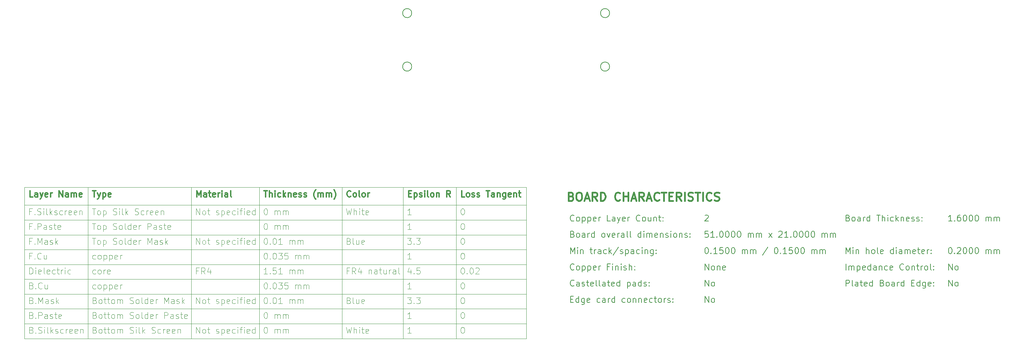
<source format=gbr>
%TF.GenerationSoftware,KiCad,Pcbnew,8.0.4*%
%TF.CreationDate,2024-08-28T21:01:28+05:30*%
%TF.ProjectId,Mitayi-Pico-RP2040,4d697461-7969-42d5-9069-636f2d525032,0.6*%
%TF.SameCoordinates,PX73df160PY5f2d3c0*%
%TF.FileFunction,Other,Comment*%
%FSLAX46Y46*%
G04 Gerber Fmt 4.6, Leading zero omitted, Abs format (unit mm)*
G04 Created by KiCad (PCBNEW 8.0.4) date 2024-08-28 21:01:28*
%MOMM*%
%LPD*%
G01*
G04 APERTURE LIST*
%ADD10C,0.100000*%
%ADD11C,0.200000*%
%ADD12C,0.300000*%
%ADD13C,0.400000*%
%ADD14C,0.150000*%
G04 APERTURE END LIST*
D10*
X30385716Y-25400000D02*
X30385716Y-62162000D01*
X-91300000Y-44132000D02*
X30385716Y-44132000D01*
X-91300000Y-29708000D02*
X30385716Y-29708000D01*
X-34342857Y-25400000D02*
X-34342857Y-62162000D01*
X-91300000Y-25400000D02*
X-91300000Y-62162000D01*
X13428572Y-25400000D02*
X13428572Y-62162000D01*
X-14314285Y-25400000D02*
X-14314285Y-62162000D01*
X-75914286Y-25400000D02*
X-75914286Y-62162000D01*
X-91300000Y-47738000D02*
X30385716Y-47738000D01*
X-91300000Y-25400000D02*
X30385716Y-25400000D01*
X-91300000Y-58556000D02*
X30385716Y-58556000D01*
X-91300000Y-40526000D02*
X30385716Y-40526000D01*
X-91300000Y-51344000D02*
X30385716Y-51344000D01*
X-50842858Y-25400000D02*
X-50842858Y-62162000D01*
X-91300000Y-33314000D02*
X30385716Y-33314000D01*
X542857Y-25400000D02*
X542857Y-62162000D01*
X-91300000Y-54950000D02*
X30385716Y-54950000D01*
X-91300000Y-62162000D02*
X30385716Y-62162000D01*
X-91300000Y-36920000D02*
X30385716Y-36920000D01*
X2501503Y-42842228D02*
X1644360Y-42842228D01*
X2072931Y-42842228D02*
X2072931Y-41342228D01*
X2072931Y-41342228D02*
X1930074Y-41556514D01*
X1930074Y-41556514D02*
X1787217Y-41699371D01*
X1787217Y-41699371D02*
X1644360Y-41770800D01*
X14887218Y-44948228D02*
X15030075Y-44948228D01*
X15030075Y-44948228D02*
X15172932Y-45019657D01*
X15172932Y-45019657D02*
X15244361Y-45091085D01*
X15244361Y-45091085D02*
X15315789Y-45233942D01*
X15315789Y-45233942D02*
X15387218Y-45519657D01*
X15387218Y-45519657D02*
X15387218Y-45876800D01*
X15387218Y-45876800D02*
X15315789Y-46162514D01*
X15315789Y-46162514D02*
X15244361Y-46305371D01*
X15244361Y-46305371D02*
X15172932Y-46376800D01*
X15172932Y-46376800D02*
X15030075Y-46448228D01*
X15030075Y-46448228D02*
X14887218Y-46448228D01*
X14887218Y-46448228D02*
X14744361Y-46376800D01*
X14744361Y-46376800D02*
X14672932Y-46305371D01*
X14672932Y-46305371D02*
X14601503Y-46162514D01*
X14601503Y-46162514D02*
X14530075Y-45876800D01*
X14530075Y-45876800D02*
X14530075Y-45519657D01*
X14530075Y-45519657D02*
X14601503Y-45233942D01*
X14601503Y-45233942D02*
X14672932Y-45091085D01*
X14672932Y-45091085D02*
X14744361Y-45019657D01*
X14744361Y-45019657D02*
X14887218Y-44948228D01*
X16030074Y-46305371D02*
X16101503Y-46376800D01*
X16101503Y-46376800D02*
X16030074Y-46448228D01*
X16030074Y-46448228D02*
X15958646Y-46376800D01*
X15958646Y-46376800D02*
X16030074Y-46305371D01*
X16030074Y-46305371D02*
X16030074Y-46448228D01*
X17030075Y-44948228D02*
X17172932Y-44948228D01*
X17172932Y-44948228D02*
X17315789Y-45019657D01*
X17315789Y-45019657D02*
X17387218Y-45091085D01*
X17387218Y-45091085D02*
X17458646Y-45233942D01*
X17458646Y-45233942D02*
X17530075Y-45519657D01*
X17530075Y-45519657D02*
X17530075Y-45876800D01*
X17530075Y-45876800D02*
X17458646Y-46162514D01*
X17458646Y-46162514D02*
X17387218Y-46305371D01*
X17387218Y-46305371D02*
X17315789Y-46376800D01*
X17315789Y-46376800D02*
X17172932Y-46448228D01*
X17172932Y-46448228D02*
X17030075Y-46448228D01*
X17030075Y-46448228D02*
X16887218Y-46376800D01*
X16887218Y-46376800D02*
X16815789Y-46305371D01*
X16815789Y-46305371D02*
X16744360Y-46162514D01*
X16744360Y-46162514D02*
X16672932Y-45876800D01*
X16672932Y-45876800D02*
X16672932Y-45519657D01*
X16672932Y-45519657D02*
X16744360Y-45233942D01*
X16744360Y-45233942D02*
X16815789Y-45091085D01*
X16815789Y-45091085D02*
X16887218Y-45019657D01*
X16887218Y-45019657D02*
X17030075Y-44948228D01*
X18101503Y-45091085D02*
X18172931Y-45019657D01*
X18172931Y-45019657D02*
X18315789Y-44948228D01*
X18315789Y-44948228D02*
X18672931Y-44948228D01*
X18672931Y-44948228D02*
X18815789Y-45019657D01*
X18815789Y-45019657D02*
X18887217Y-45091085D01*
X18887217Y-45091085D02*
X18958646Y-45233942D01*
X18958646Y-45233942D02*
X18958646Y-45376800D01*
X18958646Y-45376800D02*
X18887217Y-45591085D01*
X18887217Y-45591085D02*
X18030074Y-46448228D01*
X18030074Y-46448228D02*
X18958646Y-46448228D01*
X-74955640Y-34130228D02*
X-74098497Y-34130228D01*
X-74527069Y-35630228D02*
X-74527069Y-34130228D01*
X-73384212Y-35630228D02*
X-73527069Y-35558800D01*
X-73527069Y-35558800D02*
X-73598498Y-35487371D01*
X-73598498Y-35487371D02*
X-73669926Y-35344514D01*
X-73669926Y-35344514D02*
X-73669926Y-34915942D01*
X-73669926Y-34915942D02*
X-73598498Y-34773085D01*
X-73598498Y-34773085D02*
X-73527069Y-34701657D01*
X-73527069Y-34701657D02*
X-73384212Y-34630228D01*
X-73384212Y-34630228D02*
X-73169926Y-34630228D01*
X-73169926Y-34630228D02*
X-73027069Y-34701657D01*
X-73027069Y-34701657D02*
X-72955640Y-34773085D01*
X-72955640Y-34773085D02*
X-72884212Y-34915942D01*
X-72884212Y-34915942D02*
X-72884212Y-35344514D01*
X-72884212Y-35344514D02*
X-72955640Y-35487371D01*
X-72955640Y-35487371D02*
X-73027069Y-35558800D01*
X-73027069Y-35558800D02*
X-73169926Y-35630228D01*
X-73169926Y-35630228D02*
X-73384212Y-35630228D01*
X-72241355Y-34630228D02*
X-72241355Y-36130228D01*
X-72241355Y-34701657D02*
X-72098497Y-34630228D01*
X-72098497Y-34630228D02*
X-71812783Y-34630228D01*
X-71812783Y-34630228D02*
X-71669926Y-34701657D01*
X-71669926Y-34701657D02*
X-71598497Y-34773085D01*
X-71598497Y-34773085D02*
X-71527069Y-34915942D01*
X-71527069Y-34915942D02*
X-71527069Y-35344514D01*
X-71527069Y-35344514D02*
X-71598497Y-35487371D01*
X-71598497Y-35487371D02*
X-71669926Y-35558800D01*
X-71669926Y-35558800D02*
X-71812783Y-35630228D01*
X-71812783Y-35630228D02*
X-72098497Y-35630228D01*
X-72098497Y-35630228D02*
X-72241355Y-35558800D01*
X-69812783Y-35558800D02*
X-69598497Y-35630228D01*
X-69598497Y-35630228D02*
X-69241355Y-35630228D01*
X-69241355Y-35630228D02*
X-69098497Y-35558800D01*
X-69098497Y-35558800D02*
X-69027069Y-35487371D01*
X-69027069Y-35487371D02*
X-68955640Y-35344514D01*
X-68955640Y-35344514D02*
X-68955640Y-35201657D01*
X-68955640Y-35201657D02*
X-69027069Y-35058800D01*
X-69027069Y-35058800D02*
X-69098497Y-34987371D01*
X-69098497Y-34987371D02*
X-69241355Y-34915942D01*
X-69241355Y-34915942D02*
X-69527069Y-34844514D01*
X-69527069Y-34844514D02*
X-69669926Y-34773085D01*
X-69669926Y-34773085D02*
X-69741355Y-34701657D01*
X-69741355Y-34701657D02*
X-69812783Y-34558800D01*
X-69812783Y-34558800D02*
X-69812783Y-34415942D01*
X-69812783Y-34415942D02*
X-69741355Y-34273085D01*
X-69741355Y-34273085D02*
X-69669926Y-34201657D01*
X-69669926Y-34201657D02*
X-69527069Y-34130228D01*
X-69527069Y-34130228D02*
X-69169926Y-34130228D01*
X-69169926Y-34130228D02*
X-68955640Y-34201657D01*
X-68098498Y-35630228D02*
X-68241355Y-35558800D01*
X-68241355Y-35558800D02*
X-68312784Y-35487371D01*
X-68312784Y-35487371D02*
X-68384212Y-35344514D01*
X-68384212Y-35344514D02*
X-68384212Y-34915942D01*
X-68384212Y-34915942D02*
X-68312784Y-34773085D01*
X-68312784Y-34773085D02*
X-68241355Y-34701657D01*
X-68241355Y-34701657D02*
X-68098498Y-34630228D01*
X-68098498Y-34630228D02*
X-67884212Y-34630228D01*
X-67884212Y-34630228D02*
X-67741355Y-34701657D01*
X-67741355Y-34701657D02*
X-67669926Y-34773085D01*
X-67669926Y-34773085D02*
X-67598498Y-34915942D01*
X-67598498Y-34915942D02*
X-67598498Y-35344514D01*
X-67598498Y-35344514D02*
X-67669926Y-35487371D01*
X-67669926Y-35487371D02*
X-67741355Y-35558800D01*
X-67741355Y-35558800D02*
X-67884212Y-35630228D01*
X-67884212Y-35630228D02*
X-68098498Y-35630228D01*
X-66741355Y-35630228D02*
X-66884212Y-35558800D01*
X-66884212Y-35558800D02*
X-66955641Y-35415942D01*
X-66955641Y-35415942D02*
X-66955641Y-34130228D01*
X-65527069Y-35630228D02*
X-65527069Y-34130228D01*
X-65527069Y-35558800D02*
X-65669927Y-35630228D01*
X-65669927Y-35630228D02*
X-65955641Y-35630228D01*
X-65955641Y-35630228D02*
X-66098498Y-35558800D01*
X-66098498Y-35558800D02*
X-66169927Y-35487371D01*
X-66169927Y-35487371D02*
X-66241355Y-35344514D01*
X-66241355Y-35344514D02*
X-66241355Y-34915942D01*
X-66241355Y-34915942D02*
X-66169927Y-34773085D01*
X-66169927Y-34773085D02*
X-66098498Y-34701657D01*
X-66098498Y-34701657D02*
X-65955641Y-34630228D01*
X-65955641Y-34630228D02*
X-65669927Y-34630228D01*
X-65669927Y-34630228D02*
X-65527069Y-34701657D01*
X-64241355Y-35558800D02*
X-64384212Y-35630228D01*
X-64384212Y-35630228D02*
X-64669926Y-35630228D01*
X-64669926Y-35630228D02*
X-64812784Y-35558800D01*
X-64812784Y-35558800D02*
X-64884212Y-35415942D01*
X-64884212Y-35415942D02*
X-64884212Y-34844514D01*
X-64884212Y-34844514D02*
X-64812784Y-34701657D01*
X-64812784Y-34701657D02*
X-64669926Y-34630228D01*
X-64669926Y-34630228D02*
X-64384212Y-34630228D01*
X-64384212Y-34630228D02*
X-64241355Y-34701657D01*
X-64241355Y-34701657D02*
X-64169926Y-34844514D01*
X-64169926Y-34844514D02*
X-64169926Y-34987371D01*
X-64169926Y-34987371D02*
X-64884212Y-35130228D01*
X-63527070Y-35630228D02*
X-63527070Y-34630228D01*
X-63527070Y-34915942D02*
X-63455641Y-34773085D01*
X-63455641Y-34773085D02*
X-63384212Y-34701657D01*
X-63384212Y-34701657D02*
X-63241355Y-34630228D01*
X-63241355Y-34630228D02*
X-63098498Y-34630228D01*
X-61455642Y-35630228D02*
X-61455642Y-34130228D01*
X-61455642Y-34130228D02*
X-60884213Y-34130228D01*
X-60884213Y-34130228D02*
X-60741356Y-34201657D01*
X-60741356Y-34201657D02*
X-60669927Y-34273085D01*
X-60669927Y-34273085D02*
X-60598499Y-34415942D01*
X-60598499Y-34415942D02*
X-60598499Y-34630228D01*
X-60598499Y-34630228D02*
X-60669927Y-34773085D01*
X-60669927Y-34773085D02*
X-60741356Y-34844514D01*
X-60741356Y-34844514D02*
X-60884213Y-34915942D01*
X-60884213Y-34915942D02*
X-61455642Y-34915942D01*
X-59312784Y-35630228D02*
X-59312784Y-34844514D01*
X-59312784Y-34844514D02*
X-59384213Y-34701657D01*
X-59384213Y-34701657D02*
X-59527070Y-34630228D01*
X-59527070Y-34630228D02*
X-59812784Y-34630228D01*
X-59812784Y-34630228D02*
X-59955642Y-34701657D01*
X-59312784Y-35558800D02*
X-59455642Y-35630228D01*
X-59455642Y-35630228D02*
X-59812784Y-35630228D01*
X-59812784Y-35630228D02*
X-59955642Y-35558800D01*
X-59955642Y-35558800D02*
X-60027070Y-35415942D01*
X-60027070Y-35415942D02*
X-60027070Y-35273085D01*
X-60027070Y-35273085D02*
X-59955642Y-35130228D01*
X-59955642Y-35130228D02*
X-59812784Y-35058800D01*
X-59812784Y-35058800D02*
X-59455642Y-35058800D01*
X-59455642Y-35058800D02*
X-59312784Y-34987371D01*
X-58669927Y-35558800D02*
X-58527070Y-35630228D01*
X-58527070Y-35630228D02*
X-58241356Y-35630228D01*
X-58241356Y-35630228D02*
X-58098499Y-35558800D01*
X-58098499Y-35558800D02*
X-58027070Y-35415942D01*
X-58027070Y-35415942D02*
X-58027070Y-35344514D01*
X-58027070Y-35344514D02*
X-58098499Y-35201657D01*
X-58098499Y-35201657D02*
X-58241356Y-35130228D01*
X-58241356Y-35130228D02*
X-58455641Y-35130228D01*
X-58455641Y-35130228D02*
X-58598499Y-35058800D01*
X-58598499Y-35058800D02*
X-58669927Y-34915942D01*
X-58669927Y-34915942D02*
X-58669927Y-34844514D01*
X-58669927Y-34844514D02*
X-58598499Y-34701657D01*
X-58598499Y-34701657D02*
X-58455641Y-34630228D01*
X-58455641Y-34630228D02*
X-58241356Y-34630228D01*
X-58241356Y-34630228D02*
X-58098499Y-34701657D01*
X-57598498Y-34630228D02*
X-57027070Y-34630228D01*
X-57384213Y-34130228D02*
X-57384213Y-35415942D01*
X-57384213Y-35415942D02*
X-57312784Y-35558800D01*
X-57312784Y-35558800D02*
X-57169927Y-35630228D01*
X-57169927Y-35630228D02*
X-57027070Y-35630228D01*
X-55955641Y-35558800D02*
X-56098498Y-35630228D01*
X-56098498Y-35630228D02*
X-56384212Y-35630228D01*
X-56384212Y-35630228D02*
X-56527070Y-35558800D01*
X-56527070Y-35558800D02*
X-56598498Y-35415942D01*
X-56598498Y-35415942D02*
X-56598498Y-34844514D01*
X-56598498Y-34844514D02*
X-56527070Y-34701657D01*
X-56527070Y-34701657D02*
X-56384212Y-34630228D01*
X-56384212Y-34630228D02*
X-56098498Y-34630228D01*
X-56098498Y-34630228D02*
X-55955641Y-34701657D01*
X-55955641Y-34701657D02*
X-55884212Y-34844514D01*
X-55884212Y-34844514D02*
X-55884212Y-34987371D01*
X-55884212Y-34987371D02*
X-56598498Y-35130228D01*
X-89627069Y-52874514D02*
X-89412783Y-52945942D01*
X-89412783Y-52945942D02*
X-89341354Y-53017371D01*
X-89341354Y-53017371D02*
X-89269926Y-53160228D01*
X-89269926Y-53160228D02*
X-89269926Y-53374514D01*
X-89269926Y-53374514D02*
X-89341354Y-53517371D01*
X-89341354Y-53517371D02*
X-89412783Y-53588800D01*
X-89412783Y-53588800D02*
X-89555640Y-53660228D01*
X-89555640Y-53660228D02*
X-90127069Y-53660228D01*
X-90127069Y-53660228D02*
X-90127069Y-52160228D01*
X-90127069Y-52160228D02*
X-89627069Y-52160228D01*
X-89627069Y-52160228D02*
X-89484211Y-52231657D01*
X-89484211Y-52231657D02*
X-89412783Y-52303085D01*
X-89412783Y-52303085D02*
X-89341354Y-52445942D01*
X-89341354Y-52445942D02*
X-89341354Y-52588800D01*
X-89341354Y-52588800D02*
X-89412783Y-52731657D01*
X-89412783Y-52731657D02*
X-89484211Y-52803085D01*
X-89484211Y-52803085D02*
X-89627069Y-52874514D01*
X-89627069Y-52874514D02*
X-90127069Y-52874514D01*
X-88627069Y-53517371D02*
X-88555640Y-53588800D01*
X-88555640Y-53588800D02*
X-88627069Y-53660228D01*
X-88627069Y-53660228D02*
X-88698497Y-53588800D01*
X-88698497Y-53588800D02*
X-88627069Y-53517371D01*
X-88627069Y-53517371D02*
X-88627069Y-53660228D01*
X-87912783Y-53660228D02*
X-87912783Y-52160228D01*
X-87912783Y-52160228D02*
X-87412783Y-53231657D01*
X-87412783Y-53231657D02*
X-86912783Y-52160228D01*
X-86912783Y-52160228D02*
X-86912783Y-53660228D01*
X-85555639Y-53660228D02*
X-85555639Y-52874514D01*
X-85555639Y-52874514D02*
X-85627068Y-52731657D01*
X-85627068Y-52731657D02*
X-85769925Y-52660228D01*
X-85769925Y-52660228D02*
X-86055639Y-52660228D01*
X-86055639Y-52660228D02*
X-86198497Y-52731657D01*
X-85555639Y-53588800D02*
X-85698497Y-53660228D01*
X-85698497Y-53660228D02*
X-86055639Y-53660228D01*
X-86055639Y-53660228D02*
X-86198497Y-53588800D01*
X-86198497Y-53588800D02*
X-86269925Y-53445942D01*
X-86269925Y-53445942D02*
X-86269925Y-53303085D01*
X-86269925Y-53303085D02*
X-86198497Y-53160228D01*
X-86198497Y-53160228D02*
X-86055639Y-53088800D01*
X-86055639Y-53088800D02*
X-85698497Y-53088800D01*
X-85698497Y-53088800D02*
X-85555639Y-53017371D01*
X-84912782Y-53588800D02*
X-84769925Y-53660228D01*
X-84769925Y-53660228D02*
X-84484211Y-53660228D01*
X-84484211Y-53660228D02*
X-84341354Y-53588800D01*
X-84341354Y-53588800D02*
X-84269925Y-53445942D01*
X-84269925Y-53445942D02*
X-84269925Y-53374514D01*
X-84269925Y-53374514D02*
X-84341354Y-53231657D01*
X-84341354Y-53231657D02*
X-84484211Y-53160228D01*
X-84484211Y-53160228D02*
X-84698496Y-53160228D01*
X-84698496Y-53160228D02*
X-84841354Y-53088800D01*
X-84841354Y-53088800D02*
X-84912782Y-52945942D01*
X-84912782Y-52945942D02*
X-84912782Y-52874514D01*
X-84912782Y-52874514D02*
X-84841354Y-52731657D01*
X-84841354Y-52731657D02*
X-84698496Y-52660228D01*
X-84698496Y-52660228D02*
X-84484211Y-52660228D01*
X-84484211Y-52660228D02*
X-84341354Y-52731657D01*
X-83627068Y-53660228D02*
X-83627068Y-52160228D01*
X-83484210Y-53088800D02*
X-83055639Y-53660228D01*
X-83055639Y-52660228D02*
X-83627068Y-53231657D01*
D11*
X41995863Y-45333171D02*
X41924435Y-45404600D01*
X41924435Y-45404600D02*
X41710149Y-45476028D01*
X41710149Y-45476028D02*
X41567292Y-45476028D01*
X41567292Y-45476028D02*
X41353006Y-45404600D01*
X41353006Y-45404600D02*
X41210149Y-45261742D01*
X41210149Y-45261742D02*
X41138720Y-45118885D01*
X41138720Y-45118885D02*
X41067292Y-44833171D01*
X41067292Y-44833171D02*
X41067292Y-44618885D01*
X41067292Y-44618885D02*
X41138720Y-44333171D01*
X41138720Y-44333171D02*
X41210149Y-44190314D01*
X41210149Y-44190314D02*
X41353006Y-44047457D01*
X41353006Y-44047457D02*
X41567292Y-43976028D01*
X41567292Y-43976028D02*
X41710149Y-43976028D01*
X41710149Y-43976028D02*
X41924435Y-44047457D01*
X41924435Y-44047457D02*
X41995863Y-44118885D01*
X42853006Y-45476028D02*
X42710149Y-45404600D01*
X42710149Y-45404600D02*
X42638720Y-45333171D01*
X42638720Y-45333171D02*
X42567292Y-45190314D01*
X42567292Y-45190314D02*
X42567292Y-44761742D01*
X42567292Y-44761742D02*
X42638720Y-44618885D01*
X42638720Y-44618885D02*
X42710149Y-44547457D01*
X42710149Y-44547457D02*
X42853006Y-44476028D01*
X42853006Y-44476028D02*
X43067292Y-44476028D01*
X43067292Y-44476028D02*
X43210149Y-44547457D01*
X43210149Y-44547457D02*
X43281578Y-44618885D01*
X43281578Y-44618885D02*
X43353006Y-44761742D01*
X43353006Y-44761742D02*
X43353006Y-45190314D01*
X43353006Y-45190314D02*
X43281578Y-45333171D01*
X43281578Y-45333171D02*
X43210149Y-45404600D01*
X43210149Y-45404600D02*
X43067292Y-45476028D01*
X43067292Y-45476028D02*
X42853006Y-45476028D01*
X43995863Y-44476028D02*
X43995863Y-45976028D01*
X43995863Y-44547457D02*
X44138721Y-44476028D01*
X44138721Y-44476028D02*
X44424435Y-44476028D01*
X44424435Y-44476028D02*
X44567292Y-44547457D01*
X44567292Y-44547457D02*
X44638721Y-44618885D01*
X44638721Y-44618885D02*
X44710149Y-44761742D01*
X44710149Y-44761742D02*
X44710149Y-45190314D01*
X44710149Y-45190314D02*
X44638721Y-45333171D01*
X44638721Y-45333171D02*
X44567292Y-45404600D01*
X44567292Y-45404600D02*
X44424435Y-45476028D01*
X44424435Y-45476028D02*
X44138721Y-45476028D01*
X44138721Y-45476028D02*
X43995863Y-45404600D01*
X45353006Y-44476028D02*
X45353006Y-45976028D01*
X45353006Y-44547457D02*
X45495864Y-44476028D01*
X45495864Y-44476028D02*
X45781578Y-44476028D01*
X45781578Y-44476028D02*
X45924435Y-44547457D01*
X45924435Y-44547457D02*
X45995864Y-44618885D01*
X45995864Y-44618885D02*
X46067292Y-44761742D01*
X46067292Y-44761742D02*
X46067292Y-45190314D01*
X46067292Y-45190314D02*
X45995864Y-45333171D01*
X45995864Y-45333171D02*
X45924435Y-45404600D01*
X45924435Y-45404600D02*
X45781578Y-45476028D01*
X45781578Y-45476028D02*
X45495864Y-45476028D01*
X45495864Y-45476028D02*
X45353006Y-45404600D01*
X47281578Y-45404600D02*
X47138721Y-45476028D01*
X47138721Y-45476028D02*
X46853007Y-45476028D01*
X46853007Y-45476028D02*
X46710149Y-45404600D01*
X46710149Y-45404600D02*
X46638721Y-45261742D01*
X46638721Y-45261742D02*
X46638721Y-44690314D01*
X46638721Y-44690314D02*
X46710149Y-44547457D01*
X46710149Y-44547457D02*
X46853007Y-44476028D01*
X46853007Y-44476028D02*
X47138721Y-44476028D01*
X47138721Y-44476028D02*
X47281578Y-44547457D01*
X47281578Y-44547457D02*
X47353007Y-44690314D01*
X47353007Y-44690314D02*
X47353007Y-44833171D01*
X47353007Y-44833171D02*
X46638721Y-44976028D01*
X47995863Y-45476028D02*
X47995863Y-44476028D01*
X47995863Y-44761742D02*
X48067292Y-44618885D01*
X48067292Y-44618885D02*
X48138721Y-44547457D01*
X48138721Y-44547457D02*
X48281578Y-44476028D01*
X48281578Y-44476028D02*
X48424435Y-44476028D01*
X50567291Y-44690314D02*
X50067291Y-44690314D01*
X50067291Y-45476028D02*
X50067291Y-43976028D01*
X50067291Y-43976028D02*
X50781577Y-43976028D01*
X51353005Y-45476028D02*
X51353005Y-44476028D01*
X51353005Y-43976028D02*
X51281577Y-44047457D01*
X51281577Y-44047457D02*
X51353005Y-44118885D01*
X51353005Y-44118885D02*
X51424434Y-44047457D01*
X51424434Y-44047457D02*
X51353005Y-43976028D01*
X51353005Y-43976028D02*
X51353005Y-44118885D01*
X52067291Y-44476028D02*
X52067291Y-45476028D01*
X52067291Y-44618885D02*
X52138720Y-44547457D01*
X52138720Y-44547457D02*
X52281577Y-44476028D01*
X52281577Y-44476028D02*
X52495863Y-44476028D01*
X52495863Y-44476028D02*
X52638720Y-44547457D01*
X52638720Y-44547457D02*
X52710149Y-44690314D01*
X52710149Y-44690314D02*
X52710149Y-45476028D01*
X53424434Y-45476028D02*
X53424434Y-44476028D01*
X53424434Y-43976028D02*
X53353006Y-44047457D01*
X53353006Y-44047457D02*
X53424434Y-44118885D01*
X53424434Y-44118885D02*
X53495863Y-44047457D01*
X53495863Y-44047457D02*
X53424434Y-43976028D01*
X53424434Y-43976028D02*
X53424434Y-44118885D01*
X54067292Y-45404600D02*
X54210149Y-45476028D01*
X54210149Y-45476028D02*
X54495863Y-45476028D01*
X54495863Y-45476028D02*
X54638720Y-45404600D01*
X54638720Y-45404600D02*
X54710149Y-45261742D01*
X54710149Y-45261742D02*
X54710149Y-45190314D01*
X54710149Y-45190314D02*
X54638720Y-45047457D01*
X54638720Y-45047457D02*
X54495863Y-44976028D01*
X54495863Y-44976028D02*
X54281578Y-44976028D01*
X54281578Y-44976028D02*
X54138720Y-44904600D01*
X54138720Y-44904600D02*
X54067292Y-44761742D01*
X54067292Y-44761742D02*
X54067292Y-44690314D01*
X54067292Y-44690314D02*
X54138720Y-44547457D01*
X54138720Y-44547457D02*
X54281578Y-44476028D01*
X54281578Y-44476028D02*
X54495863Y-44476028D01*
X54495863Y-44476028D02*
X54638720Y-44547457D01*
X55353006Y-45476028D02*
X55353006Y-43976028D01*
X55995864Y-45476028D02*
X55995864Y-44690314D01*
X55995864Y-44690314D02*
X55924435Y-44547457D01*
X55924435Y-44547457D02*
X55781578Y-44476028D01*
X55781578Y-44476028D02*
X55567292Y-44476028D01*
X55567292Y-44476028D02*
X55424435Y-44547457D01*
X55424435Y-44547457D02*
X55353006Y-44618885D01*
X56710149Y-45333171D02*
X56781578Y-45404600D01*
X56781578Y-45404600D02*
X56710149Y-45476028D01*
X56710149Y-45476028D02*
X56638721Y-45404600D01*
X56638721Y-45404600D02*
X56710149Y-45333171D01*
X56710149Y-45333171D02*
X56710149Y-45476028D01*
X56710149Y-44547457D02*
X56781578Y-44618885D01*
X56781578Y-44618885D02*
X56710149Y-44690314D01*
X56710149Y-44690314D02*
X56638721Y-44618885D01*
X56638721Y-44618885D02*
X56710149Y-44547457D01*
X56710149Y-44547457D02*
X56710149Y-44690314D01*
D10*
X-74955640Y-37736228D02*
X-74098497Y-37736228D01*
X-74527069Y-39236228D02*
X-74527069Y-37736228D01*
X-73384212Y-39236228D02*
X-73527069Y-39164800D01*
X-73527069Y-39164800D02*
X-73598498Y-39093371D01*
X-73598498Y-39093371D02*
X-73669926Y-38950514D01*
X-73669926Y-38950514D02*
X-73669926Y-38521942D01*
X-73669926Y-38521942D02*
X-73598498Y-38379085D01*
X-73598498Y-38379085D02*
X-73527069Y-38307657D01*
X-73527069Y-38307657D02*
X-73384212Y-38236228D01*
X-73384212Y-38236228D02*
X-73169926Y-38236228D01*
X-73169926Y-38236228D02*
X-73027069Y-38307657D01*
X-73027069Y-38307657D02*
X-72955640Y-38379085D01*
X-72955640Y-38379085D02*
X-72884212Y-38521942D01*
X-72884212Y-38521942D02*
X-72884212Y-38950514D01*
X-72884212Y-38950514D02*
X-72955640Y-39093371D01*
X-72955640Y-39093371D02*
X-73027069Y-39164800D01*
X-73027069Y-39164800D02*
X-73169926Y-39236228D01*
X-73169926Y-39236228D02*
X-73384212Y-39236228D01*
X-72241355Y-38236228D02*
X-72241355Y-39736228D01*
X-72241355Y-38307657D02*
X-72098497Y-38236228D01*
X-72098497Y-38236228D02*
X-71812783Y-38236228D01*
X-71812783Y-38236228D02*
X-71669926Y-38307657D01*
X-71669926Y-38307657D02*
X-71598497Y-38379085D01*
X-71598497Y-38379085D02*
X-71527069Y-38521942D01*
X-71527069Y-38521942D02*
X-71527069Y-38950514D01*
X-71527069Y-38950514D02*
X-71598497Y-39093371D01*
X-71598497Y-39093371D02*
X-71669926Y-39164800D01*
X-71669926Y-39164800D02*
X-71812783Y-39236228D01*
X-71812783Y-39236228D02*
X-72098497Y-39236228D01*
X-72098497Y-39236228D02*
X-72241355Y-39164800D01*
X-69812783Y-39164800D02*
X-69598497Y-39236228D01*
X-69598497Y-39236228D02*
X-69241355Y-39236228D01*
X-69241355Y-39236228D02*
X-69098497Y-39164800D01*
X-69098497Y-39164800D02*
X-69027069Y-39093371D01*
X-69027069Y-39093371D02*
X-68955640Y-38950514D01*
X-68955640Y-38950514D02*
X-68955640Y-38807657D01*
X-68955640Y-38807657D02*
X-69027069Y-38664800D01*
X-69027069Y-38664800D02*
X-69098497Y-38593371D01*
X-69098497Y-38593371D02*
X-69241355Y-38521942D01*
X-69241355Y-38521942D02*
X-69527069Y-38450514D01*
X-69527069Y-38450514D02*
X-69669926Y-38379085D01*
X-69669926Y-38379085D02*
X-69741355Y-38307657D01*
X-69741355Y-38307657D02*
X-69812783Y-38164800D01*
X-69812783Y-38164800D02*
X-69812783Y-38021942D01*
X-69812783Y-38021942D02*
X-69741355Y-37879085D01*
X-69741355Y-37879085D02*
X-69669926Y-37807657D01*
X-69669926Y-37807657D02*
X-69527069Y-37736228D01*
X-69527069Y-37736228D02*
X-69169926Y-37736228D01*
X-69169926Y-37736228D02*
X-68955640Y-37807657D01*
X-68098498Y-39236228D02*
X-68241355Y-39164800D01*
X-68241355Y-39164800D02*
X-68312784Y-39093371D01*
X-68312784Y-39093371D02*
X-68384212Y-38950514D01*
X-68384212Y-38950514D02*
X-68384212Y-38521942D01*
X-68384212Y-38521942D02*
X-68312784Y-38379085D01*
X-68312784Y-38379085D02*
X-68241355Y-38307657D01*
X-68241355Y-38307657D02*
X-68098498Y-38236228D01*
X-68098498Y-38236228D02*
X-67884212Y-38236228D01*
X-67884212Y-38236228D02*
X-67741355Y-38307657D01*
X-67741355Y-38307657D02*
X-67669926Y-38379085D01*
X-67669926Y-38379085D02*
X-67598498Y-38521942D01*
X-67598498Y-38521942D02*
X-67598498Y-38950514D01*
X-67598498Y-38950514D02*
X-67669926Y-39093371D01*
X-67669926Y-39093371D02*
X-67741355Y-39164800D01*
X-67741355Y-39164800D02*
X-67884212Y-39236228D01*
X-67884212Y-39236228D02*
X-68098498Y-39236228D01*
X-66741355Y-39236228D02*
X-66884212Y-39164800D01*
X-66884212Y-39164800D02*
X-66955641Y-39021942D01*
X-66955641Y-39021942D02*
X-66955641Y-37736228D01*
X-65527069Y-39236228D02*
X-65527069Y-37736228D01*
X-65527069Y-39164800D02*
X-65669927Y-39236228D01*
X-65669927Y-39236228D02*
X-65955641Y-39236228D01*
X-65955641Y-39236228D02*
X-66098498Y-39164800D01*
X-66098498Y-39164800D02*
X-66169927Y-39093371D01*
X-66169927Y-39093371D02*
X-66241355Y-38950514D01*
X-66241355Y-38950514D02*
X-66241355Y-38521942D01*
X-66241355Y-38521942D02*
X-66169927Y-38379085D01*
X-66169927Y-38379085D02*
X-66098498Y-38307657D01*
X-66098498Y-38307657D02*
X-65955641Y-38236228D01*
X-65955641Y-38236228D02*
X-65669927Y-38236228D01*
X-65669927Y-38236228D02*
X-65527069Y-38307657D01*
X-64241355Y-39164800D02*
X-64384212Y-39236228D01*
X-64384212Y-39236228D02*
X-64669926Y-39236228D01*
X-64669926Y-39236228D02*
X-64812784Y-39164800D01*
X-64812784Y-39164800D02*
X-64884212Y-39021942D01*
X-64884212Y-39021942D02*
X-64884212Y-38450514D01*
X-64884212Y-38450514D02*
X-64812784Y-38307657D01*
X-64812784Y-38307657D02*
X-64669926Y-38236228D01*
X-64669926Y-38236228D02*
X-64384212Y-38236228D01*
X-64384212Y-38236228D02*
X-64241355Y-38307657D01*
X-64241355Y-38307657D02*
X-64169926Y-38450514D01*
X-64169926Y-38450514D02*
X-64169926Y-38593371D01*
X-64169926Y-38593371D02*
X-64884212Y-38736228D01*
X-63527070Y-39236228D02*
X-63527070Y-38236228D01*
X-63527070Y-38521942D02*
X-63455641Y-38379085D01*
X-63455641Y-38379085D02*
X-63384212Y-38307657D01*
X-63384212Y-38307657D02*
X-63241355Y-38236228D01*
X-63241355Y-38236228D02*
X-63098498Y-38236228D01*
X-61455642Y-39236228D02*
X-61455642Y-37736228D01*
X-61455642Y-37736228D02*
X-60955642Y-38807657D01*
X-60955642Y-38807657D02*
X-60455642Y-37736228D01*
X-60455642Y-37736228D02*
X-60455642Y-39236228D01*
X-59098498Y-39236228D02*
X-59098498Y-38450514D01*
X-59098498Y-38450514D02*
X-59169927Y-38307657D01*
X-59169927Y-38307657D02*
X-59312784Y-38236228D01*
X-59312784Y-38236228D02*
X-59598498Y-38236228D01*
X-59598498Y-38236228D02*
X-59741356Y-38307657D01*
X-59098498Y-39164800D02*
X-59241356Y-39236228D01*
X-59241356Y-39236228D02*
X-59598498Y-39236228D01*
X-59598498Y-39236228D02*
X-59741356Y-39164800D01*
X-59741356Y-39164800D02*
X-59812784Y-39021942D01*
X-59812784Y-39021942D02*
X-59812784Y-38879085D01*
X-59812784Y-38879085D02*
X-59741356Y-38736228D01*
X-59741356Y-38736228D02*
X-59598498Y-38664800D01*
X-59598498Y-38664800D02*
X-59241356Y-38664800D01*
X-59241356Y-38664800D02*
X-59098498Y-38593371D01*
X-58455641Y-39164800D02*
X-58312784Y-39236228D01*
X-58312784Y-39236228D02*
X-58027070Y-39236228D01*
X-58027070Y-39236228D02*
X-57884213Y-39164800D01*
X-57884213Y-39164800D02*
X-57812784Y-39021942D01*
X-57812784Y-39021942D02*
X-57812784Y-38950514D01*
X-57812784Y-38950514D02*
X-57884213Y-38807657D01*
X-57884213Y-38807657D02*
X-58027070Y-38736228D01*
X-58027070Y-38736228D02*
X-58241355Y-38736228D01*
X-58241355Y-38736228D02*
X-58384213Y-38664800D01*
X-58384213Y-38664800D02*
X-58455641Y-38521942D01*
X-58455641Y-38521942D02*
X-58455641Y-38450514D01*
X-58455641Y-38450514D02*
X-58384213Y-38307657D01*
X-58384213Y-38307657D02*
X-58241355Y-38236228D01*
X-58241355Y-38236228D02*
X-58027070Y-38236228D01*
X-58027070Y-38236228D02*
X-57884213Y-38307657D01*
X-57169927Y-39236228D02*
X-57169927Y-37736228D01*
X-57027069Y-38664800D02*
X-56598498Y-39236228D01*
X-56598498Y-38236228D02*
X-57169927Y-38807657D01*
D11*
X132895858Y-45476028D02*
X132895858Y-43976028D01*
X132895858Y-43976028D02*
X133753001Y-45476028D01*
X133753001Y-45476028D02*
X133753001Y-43976028D01*
X134681573Y-45476028D02*
X134538716Y-45404600D01*
X134538716Y-45404600D02*
X134467287Y-45333171D01*
X134467287Y-45333171D02*
X134395859Y-45190314D01*
X134395859Y-45190314D02*
X134395859Y-44761742D01*
X134395859Y-44761742D02*
X134467287Y-44618885D01*
X134467287Y-44618885D02*
X134538716Y-44547457D01*
X134538716Y-44547457D02*
X134681573Y-44476028D01*
X134681573Y-44476028D02*
X134895859Y-44476028D01*
X134895859Y-44476028D02*
X135038716Y-44547457D01*
X135038716Y-44547457D02*
X135110145Y-44618885D01*
X135110145Y-44618885D02*
X135181573Y-44761742D01*
X135181573Y-44761742D02*
X135181573Y-45190314D01*
X135181573Y-45190314D02*
X135110145Y-45333171D01*
X135110145Y-45333171D02*
X135038716Y-45404600D01*
X135038716Y-45404600D02*
X134895859Y-45476028D01*
X134895859Y-45476028D02*
X134681573Y-45476028D01*
D10*
X-49669927Y-53660228D02*
X-49669927Y-52160228D01*
X-49669927Y-52160228D02*
X-48812784Y-53660228D01*
X-48812784Y-53660228D02*
X-48812784Y-52160228D01*
X-47884212Y-53660228D02*
X-48027069Y-53588800D01*
X-48027069Y-53588800D02*
X-48098498Y-53517371D01*
X-48098498Y-53517371D02*
X-48169926Y-53374514D01*
X-48169926Y-53374514D02*
X-48169926Y-52945942D01*
X-48169926Y-52945942D02*
X-48098498Y-52803085D01*
X-48098498Y-52803085D02*
X-48027069Y-52731657D01*
X-48027069Y-52731657D02*
X-47884212Y-52660228D01*
X-47884212Y-52660228D02*
X-47669926Y-52660228D01*
X-47669926Y-52660228D02*
X-47527069Y-52731657D01*
X-47527069Y-52731657D02*
X-47455640Y-52803085D01*
X-47455640Y-52803085D02*
X-47384212Y-52945942D01*
X-47384212Y-52945942D02*
X-47384212Y-53374514D01*
X-47384212Y-53374514D02*
X-47455640Y-53517371D01*
X-47455640Y-53517371D02*
X-47527069Y-53588800D01*
X-47527069Y-53588800D02*
X-47669926Y-53660228D01*
X-47669926Y-53660228D02*
X-47884212Y-53660228D01*
X-46955640Y-52660228D02*
X-46384212Y-52660228D01*
X-46741355Y-52160228D02*
X-46741355Y-53445942D01*
X-46741355Y-53445942D02*
X-46669926Y-53588800D01*
X-46669926Y-53588800D02*
X-46527069Y-53660228D01*
X-46527069Y-53660228D02*
X-46384212Y-53660228D01*
X-44812783Y-53588800D02*
X-44669926Y-53660228D01*
X-44669926Y-53660228D02*
X-44384212Y-53660228D01*
X-44384212Y-53660228D02*
X-44241355Y-53588800D01*
X-44241355Y-53588800D02*
X-44169926Y-53445942D01*
X-44169926Y-53445942D02*
X-44169926Y-53374514D01*
X-44169926Y-53374514D02*
X-44241355Y-53231657D01*
X-44241355Y-53231657D02*
X-44384212Y-53160228D01*
X-44384212Y-53160228D02*
X-44598497Y-53160228D01*
X-44598497Y-53160228D02*
X-44741355Y-53088800D01*
X-44741355Y-53088800D02*
X-44812783Y-52945942D01*
X-44812783Y-52945942D02*
X-44812783Y-52874514D01*
X-44812783Y-52874514D02*
X-44741355Y-52731657D01*
X-44741355Y-52731657D02*
X-44598497Y-52660228D01*
X-44598497Y-52660228D02*
X-44384212Y-52660228D01*
X-44384212Y-52660228D02*
X-44241355Y-52731657D01*
X-43527069Y-52660228D02*
X-43527069Y-54160228D01*
X-43527069Y-52731657D02*
X-43384211Y-52660228D01*
X-43384211Y-52660228D02*
X-43098497Y-52660228D01*
X-43098497Y-52660228D02*
X-42955640Y-52731657D01*
X-42955640Y-52731657D02*
X-42884211Y-52803085D01*
X-42884211Y-52803085D02*
X-42812783Y-52945942D01*
X-42812783Y-52945942D02*
X-42812783Y-53374514D01*
X-42812783Y-53374514D02*
X-42884211Y-53517371D01*
X-42884211Y-53517371D02*
X-42955640Y-53588800D01*
X-42955640Y-53588800D02*
X-43098497Y-53660228D01*
X-43098497Y-53660228D02*
X-43384211Y-53660228D01*
X-43384211Y-53660228D02*
X-43527069Y-53588800D01*
X-41598497Y-53588800D02*
X-41741354Y-53660228D01*
X-41741354Y-53660228D02*
X-42027068Y-53660228D01*
X-42027068Y-53660228D02*
X-42169926Y-53588800D01*
X-42169926Y-53588800D02*
X-42241354Y-53445942D01*
X-42241354Y-53445942D02*
X-42241354Y-52874514D01*
X-42241354Y-52874514D02*
X-42169926Y-52731657D01*
X-42169926Y-52731657D02*
X-42027068Y-52660228D01*
X-42027068Y-52660228D02*
X-41741354Y-52660228D01*
X-41741354Y-52660228D02*
X-41598497Y-52731657D01*
X-41598497Y-52731657D02*
X-41527068Y-52874514D01*
X-41527068Y-52874514D02*
X-41527068Y-53017371D01*
X-41527068Y-53017371D02*
X-42241354Y-53160228D01*
X-40241354Y-53588800D02*
X-40384212Y-53660228D01*
X-40384212Y-53660228D02*
X-40669926Y-53660228D01*
X-40669926Y-53660228D02*
X-40812783Y-53588800D01*
X-40812783Y-53588800D02*
X-40884212Y-53517371D01*
X-40884212Y-53517371D02*
X-40955640Y-53374514D01*
X-40955640Y-53374514D02*
X-40955640Y-52945942D01*
X-40955640Y-52945942D02*
X-40884212Y-52803085D01*
X-40884212Y-52803085D02*
X-40812783Y-52731657D01*
X-40812783Y-52731657D02*
X-40669926Y-52660228D01*
X-40669926Y-52660228D02*
X-40384212Y-52660228D01*
X-40384212Y-52660228D02*
X-40241354Y-52731657D01*
X-39598498Y-53660228D02*
X-39598498Y-52660228D01*
X-39598498Y-52160228D02*
X-39669926Y-52231657D01*
X-39669926Y-52231657D02*
X-39598498Y-52303085D01*
X-39598498Y-52303085D02*
X-39527069Y-52231657D01*
X-39527069Y-52231657D02*
X-39598498Y-52160228D01*
X-39598498Y-52160228D02*
X-39598498Y-52303085D01*
X-39098497Y-52660228D02*
X-38527069Y-52660228D01*
X-38884212Y-53660228D02*
X-38884212Y-52374514D01*
X-38884212Y-52374514D02*
X-38812783Y-52231657D01*
X-38812783Y-52231657D02*
X-38669926Y-52160228D01*
X-38669926Y-52160228D02*
X-38527069Y-52160228D01*
X-38027069Y-53660228D02*
X-38027069Y-52660228D01*
X-38027069Y-52160228D02*
X-38098497Y-52231657D01*
X-38098497Y-52231657D02*
X-38027069Y-52303085D01*
X-38027069Y-52303085D02*
X-37955640Y-52231657D01*
X-37955640Y-52231657D02*
X-38027069Y-52160228D01*
X-38027069Y-52160228D02*
X-38027069Y-52303085D01*
X-36741354Y-53588800D02*
X-36884211Y-53660228D01*
X-36884211Y-53660228D02*
X-37169925Y-53660228D01*
X-37169925Y-53660228D02*
X-37312783Y-53588800D01*
X-37312783Y-53588800D02*
X-37384211Y-53445942D01*
X-37384211Y-53445942D02*
X-37384211Y-52874514D01*
X-37384211Y-52874514D02*
X-37312783Y-52731657D01*
X-37312783Y-52731657D02*
X-37169925Y-52660228D01*
X-37169925Y-52660228D02*
X-36884211Y-52660228D01*
X-36884211Y-52660228D02*
X-36741354Y-52731657D01*
X-36741354Y-52731657D02*
X-36669925Y-52874514D01*
X-36669925Y-52874514D02*
X-36669925Y-53017371D01*
X-36669925Y-53017371D02*
X-37384211Y-53160228D01*
X-35384211Y-53660228D02*
X-35384211Y-52160228D01*
X-35384211Y-53588800D02*
X-35527069Y-53660228D01*
X-35527069Y-53660228D02*
X-35812783Y-53660228D01*
X-35812783Y-53660228D02*
X-35955640Y-53588800D01*
X-35955640Y-53588800D02*
X-36027069Y-53517371D01*
X-36027069Y-53517371D02*
X-36098497Y-53374514D01*
X-36098497Y-53374514D02*
X-36098497Y-52945942D01*
X-36098497Y-52945942D02*
X-36027069Y-52803085D01*
X-36027069Y-52803085D02*
X-35955640Y-52731657D01*
X-35955640Y-52731657D02*
X-35812783Y-52660228D01*
X-35812783Y-52660228D02*
X-35527069Y-52660228D01*
X-35527069Y-52660228D02*
X-35384211Y-52731657D01*
X14887218Y-30524228D02*
X15030075Y-30524228D01*
X15030075Y-30524228D02*
X15172932Y-30595657D01*
X15172932Y-30595657D02*
X15244361Y-30667085D01*
X15244361Y-30667085D02*
X15315789Y-30809942D01*
X15315789Y-30809942D02*
X15387218Y-31095657D01*
X15387218Y-31095657D02*
X15387218Y-31452800D01*
X15387218Y-31452800D02*
X15315789Y-31738514D01*
X15315789Y-31738514D02*
X15244361Y-31881371D01*
X15244361Y-31881371D02*
X15172932Y-31952800D01*
X15172932Y-31952800D02*
X15030075Y-32024228D01*
X15030075Y-32024228D02*
X14887218Y-32024228D01*
X14887218Y-32024228D02*
X14744361Y-31952800D01*
X14744361Y-31952800D02*
X14672932Y-31881371D01*
X14672932Y-31881371D02*
X14601503Y-31738514D01*
X14601503Y-31738514D02*
X14530075Y-31452800D01*
X14530075Y-31452800D02*
X14530075Y-31095657D01*
X14530075Y-31095657D02*
X14601503Y-30809942D01*
X14601503Y-30809942D02*
X14672932Y-30667085D01*
X14672932Y-30667085D02*
X14744361Y-30595657D01*
X14744361Y-30595657D02*
X14887218Y-30524228D01*
D11*
X73795863Y-49433028D02*
X73795863Y-47933028D01*
X73795863Y-47933028D02*
X74653006Y-49433028D01*
X74653006Y-49433028D02*
X74653006Y-47933028D01*
X75581578Y-49433028D02*
X75438721Y-49361600D01*
X75438721Y-49361600D02*
X75367292Y-49290171D01*
X75367292Y-49290171D02*
X75295864Y-49147314D01*
X75295864Y-49147314D02*
X75295864Y-48718742D01*
X75295864Y-48718742D02*
X75367292Y-48575885D01*
X75367292Y-48575885D02*
X75438721Y-48504457D01*
X75438721Y-48504457D02*
X75581578Y-48433028D01*
X75581578Y-48433028D02*
X75795864Y-48433028D01*
X75795864Y-48433028D02*
X75938721Y-48504457D01*
X75938721Y-48504457D02*
X76010150Y-48575885D01*
X76010150Y-48575885D02*
X76081578Y-48718742D01*
X76081578Y-48718742D02*
X76081578Y-49147314D01*
X76081578Y-49147314D02*
X76010150Y-49290171D01*
X76010150Y-49290171D02*
X75938721Y-49361600D01*
X75938721Y-49361600D02*
X75795864Y-49433028D01*
X75795864Y-49433028D02*
X75581578Y-49433028D01*
X73795863Y-53390028D02*
X73795863Y-51890028D01*
X73795863Y-51890028D02*
X74653006Y-53390028D01*
X74653006Y-53390028D02*
X74653006Y-51890028D01*
X75581578Y-53390028D02*
X75438721Y-53318600D01*
X75438721Y-53318600D02*
X75367292Y-53247171D01*
X75367292Y-53247171D02*
X75295864Y-53104314D01*
X75295864Y-53104314D02*
X75295864Y-52675742D01*
X75295864Y-52675742D02*
X75367292Y-52532885D01*
X75367292Y-52532885D02*
X75438721Y-52461457D01*
X75438721Y-52461457D02*
X75581578Y-52390028D01*
X75581578Y-52390028D02*
X75795864Y-52390028D01*
X75795864Y-52390028D02*
X75938721Y-52461457D01*
X75938721Y-52461457D02*
X76010150Y-52532885D01*
X76010150Y-52532885D02*
X76081578Y-52675742D01*
X76081578Y-52675742D02*
X76081578Y-53104314D01*
X76081578Y-53104314D02*
X76010150Y-53247171D01*
X76010150Y-53247171D02*
X75938721Y-53318600D01*
X75938721Y-53318600D02*
X75795864Y-53390028D01*
X75795864Y-53390028D02*
X75581578Y-53390028D01*
D10*
X14887218Y-41342228D02*
X15030075Y-41342228D01*
X15030075Y-41342228D02*
X15172932Y-41413657D01*
X15172932Y-41413657D02*
X15244361Y-41485085D01*
X15244361Y-41485085D02*
X15315789Y-41627942D01*
X15315789Y-41627942D02*
X15387218Y-41913657D01*
X15387218Y-41913657D02*
X15387218Y-42270800D01*
X15387218Y-42270800D02*
X15315789Y-42556514D01*
X15315789Y-42556514D02*
X15244361Y-42699371D01*
X15244361Y-42699371D02*
X15172932Y-42770800D01*
X15172932Y-42770800D02*
X15030075Y-42842228D01*
X15030075Y-42842228D02*
X14887218Y-42842228D01*
X14887218Y-42842228D02*
X14744361Y-42770800D01*
X14744361Y-42770800D02*
X14672932Y-42699371D01*
X14672932Y-42699371D02*
X14601503Y-42556514D01*
X14601503Y-42556514D02*
X14530075Y-42270800D01*
X14530075Y-42270800D02*
X14530075Y-41913657D01*
X14530075Y-41913657D02*
X14601503Y-41627942D01*
X14601503Y-41627942D02*
X14672932Y-41485085D01*
X14672932Y-41485085D02*
X14744361Y-41413657D01*
X14744361Y-41413657D02*
X14887218Y-41342228D01*
X-89627069Y-31238514D02*
X-90127069Y-31238514D01*
X-90127069Y-32024228D02*
X-90127069Y-30524228D01*
X-90127069Y-30524228D02*
X-89412783Y-30524228D01*
X-88841355Y-31881371D02*
X-88769926Y-31952800D01*
X-88769926Y-31952800D02*
X-88841355Y-32024228D01*
X-88841355Y-32024228D02*
X-88912783Y-31952800D01*
X-88912783Y-31952800D02*
X-88841355Y-31881371D01*
X-88841355Y-31881371D02*
X-88841355Y-32024228D01*
X-88198497Y-31952800D02*
X-87984211Y-32024228D01*
X-87984211Y-32024228D02*
X-87627069Y-32024228D01*
X-87627069Y-32024228D02*
X-87484211Y-31952800D01*
X-87484211Y-31952800D02*
X-87412783Y-31881371D01*
X-87412783Y-31881371D02*
X-87341354Y-31738514D01*
X-87341354Y-31738514D02*
X-87341354Y-31595657D01*
X-87341354Y-31595657D02*
X-87412783Y-31452800D01*
X-87412783Y-31452800D02*
X-87484211Y-31381371D01*
X-87484211Y-31381371D02*
X-87627069Y-31309942D01*
X-87627069Y-31309942D02*
X-87912783Y-31238514D01*
X-87912783Y-31238514D02*
X-88055640Y-31167085D01*
X-88055640Y-31167085D02*
X-88127069Y-31095657D01*
X-88127069Y-31095657D02*
X-88198497Y-30952800D01*
X-88198497Y-30952800D02*
X-88198497Y-30809942D01*
X-88198497Y-30809942D02*
X-88127069Y-30667085D01*
X-88127069Y-30667085D02*
X-88055640Y-30595657D01*
X-88055640Y-30595657D02*
X-87912783Y-30524228D01*
X-87912783Y-30524228D02*
X-87555640Y-30524228D01*
X-87555640Y-30524228D02*
X-87341354Y-30595657D01*
X-86698498Y-32024228D02*
X-86698498Y-31024228D01*
X-86698498Y-30524228D02*
X-86769926Y-30595657D01*
X-86769926Y-30595657D02*
X-86698498Y-30667085D01*
X-86698498Y-30667085D02*
X-86627069Y-30595657D01*
X-86627069Y-30595657D02*
X-86698498Y-30524228D01*
X-86698498Y-30524228D02*
X-86698498Y-30667085D01*
X-85769926Y-32024228D02*
X-85912783Y-31952800D01*
X-85912783Y-31952800D02*
X-85984212Y-31809942D01*
X-85984212Y-31809942D02*
X-85984212Y-30524228D01*
X-85198498Y-32024228D02*
X-85198498Y-30524228D01*
X-85055640Y-31452800D02*
X-84627069Y-32024228D01*
X-84627069Y-31024228D02*
X-85198498Y-31595657D01*
X-84055640Y-31952800D02*
X-83912783Y-32024228D01*
X-83912783Y-32024228D02*
X-83627069Y-32024228D01*
X-83627069Y-32024228D02*
X-83484212Y-31952800D01*
X-83484212Y-31952800D02*
X-83412783Y-31809942D01*
X-83412783Y-31809942D02*
X-83412783Y-31738514D01*
X-83412783Y-31738514D02*
X-83484212Y-31595657D01*
X-83484212Y-31595657D02*
X-83627069Y-31524228D01*
X-83627069Y-31524228D02*
X-83841354Y-31524228D01*
X-83841354Y-31524228D02*
X-83984212Y-31452800D01*
X-83984212Y-31452800D02*
X-84055640Y-31309942D01*
X-84055640Y-31309942D02*
X-84055640Y-31238514D01*
X-84055640Y-31238514D02*
X-83984212Y-31095657D01*
X-83984212Y-31095657D02*
X-83841354Y-31024228D01*
X-83841354Y-31024228D02*
X-83627069Y-31024228D01*
X-83627069Y-31024228D02*
X-83484212Y-31095657D01*
X-82127068Y-31952800D02*
X-82269926Y-32024228D01*
X-82269926Y-32024228D02*
X-82555640Y-32024228D01*
X-82555640Y-32024228D02*
X-82698497Y-31952800D01*
X-82698497Y-31952800D02*
X-82769926Y-31881371D01*
X-82769926Y-31881371D02*
X-82841354Y-31738514D01*
X-82841354Y-31738514D02*
X-82841354Y-31309942D01*
X-82841354Y-31309942D02*
X-82769926Y-31167085D01*
X-82769926Y-31167085D02*
X-82698497Y-31095657D01*
X-82698497Y-31095657D02*
X-82555640Y-31024228D01*
X-82555640Y-31024228D02*
X-82269926Y-31024228D01*
X-82269926Y-31024228D02*
X-82127068Y-31095657D01*
X-81484212Y-32024228D02*
X-81484212Y-31024228D01*
X-81484212Y-31309942D02*
X-81412783Y-31167085D01*
X-81412783Y-31167085D02*
X-81341354Y-31095657D01*
X-81341354Y-31095657D02*
X-81198497Y-31024228D01*
X-81198497Y-31024228D02*
X-81055640Y-31024228D01*
X-79984212Y-31952800D02*
X-80127069Y-32024228D01*
X-80127069Y-32024228D02*
X-80412783Y-32024228D01*
X-80412783Y-32024228D02*
X-80555641Y-31952800D01*
X-80555641Y-31952800D02*
X-80627069Y-31809942D01*
X-80627069Y-31809942D02*
X-80627069Y-31238514D01*
X-80627069Y-31238514D02*
X-80555641Y-31095657D01*
X-80555641Y-31095657D02*
X-80412783Y-31024228D01*
X-80412783Y-31024228D02*
X-80127069Y-31024228D01*
X-80127069Y-31024228D02*
X-79984212Y-31095657D01*
X-79984212Y-31095657D02*
X-79912783Y-31238514D01*
X-79912783Y-31238514D02*
X-79912783Y-31381371D01*
X-79912783Y-31381371D02*
X-80627069Y-31524228D01*
X-78698498Y-31952800D02*
X-78841355Y-32024228D01*
X-78841355Y-32024228D02*
X-79127069Y-32024228D01*
X-79127069Y-32024228D02*
X-79269927Y-31952800D01*
X-79269927Y-31952800D02*
X-79341355Y-31809942D01*
X-79341355Y-31809942D02*
X-79341355Y-31238514D01*
X-79341355Y-31238514D02*
X-79269927Y-31095657D01*
X-79269927Y-31095657D02*
X-79127069Y-31024228D01*
X-79127069Y-31024228D02*
X-78841355Y-31024228D01*
X-78841355Y-31024228D02*
X-78698498Y-31095657D01*
X-78698498Y-31095657D02*
X-78627069Y-31238514D01*
X-78627069Y-31238514D02*
X-78627069Y-31381371D01*
X-78627069Y-31381371D02*
X-79341355Y-31524228D01*
X-77984213Y-31024228D02*
X-77984213Y-32024228D01*
X-77984213Y-31167085D02*
X-77912784Y-31095657D01*
X-77912784Y-31095657D02*
X-77769927Y-31024228D01*
X-77769927Y-31024228D02*
X-77555641Y-31024228D01*
X-77555641Y-31024228D02*
X-77412784Y-31095657D01*
X-77412784Y-31095657D02*
X-77341355Y-31238514D01*
X-77341355Y-31238514D02*
X-77341355Y-32024228D01*
D11*
X73795863Y-45476028D02*
X73795863Y-43976028D01*
X73795863Y-43976028D02*
X74653006Y-45476028D01*
X74653006Y-45476028D02*
X74653006Y-43976028D01*
X75581578Y-45476028D02*
X75438721Y-45404600D01*
X75438721Y-45404600D02*
X75367292Y-45333171D01*
X75367292Y-45333171D02*
X75295864Y-45190314D01*
X75295864Y-45190314D02*
X75295864Y-44761742D01*
X75295864Y-44761742D02*
X75367292Y-44618885D01*
X75367292Y-44618885D02*
X75438721Y-44547457D01*
X75438721Y-44547457D02*
X75581578Y-44476028D01*
X75581578Y-44476028D02*
X75795864Y-44476028D01*
X75795864Y-44476028D02*
X75938721Y-44547457D01*
X75938721Y-44547457D02*
X76010150Y-44618885D01*
X76010150Y-44618885D02*
X76081578Y-44761742D01*
X76081578Y-44761742D02*
X76081578Y-45190314D01*
X76081578Y-45190314D02*
X76010150Y-45333171D01*
X76010150Y-45333171D02*
X75938721Y-45404600D01*
X75938721Y-45404600D02*
X75795864Y-45476028D01*
X75795864Y-45476028D02*
X75581578Y-45476028D01*
X76724435Y-44476028D02*
X76724435Y-45476028D01*
X76724435Y-44618885D02*
X76795864Y-44547457D01*
X76795864Y-44547457D02*
X76938721Y-44476028D01*
X76938721Y-44476028D02*
X77153007Y-44476028D01*
X77153007Y-44476028D02*
X77295864Y-44547457D01*
X77295864Y-44547457D02*
X77367293Y-44690314D01*
X77367293Y-44690314D02*
X77367293Y-45476028D01*
X78653007Y-45404600D02*
X78510150Y-45476028D01*
X78510150Y-45476028D02*
X78224436Y-45476028D01*
X78224436Y-45476028D02*
X78081578Y-45404600D01*
X78081578Y-45404600D02*
X78010150Y-45261742D01*
X78010150Y-45261742D02*
X78010150Y-44690314D01*
X78010150Y-44690314D02*
X78081578Y-44547457D01*
X78081578Y-44547457D02*
X78224436Y-44476028D01*
X78224436Y-44476028D02*
X78510150Y-44476028D01*
X78510150Y-44476028D02*
X78653007Y-44547457D01*
X78653007Y-44547457D02*
X78724436Y-44690314D01*
X78724436Y-44690314D02*
X78724436Y-44833171D01*
X78724436Y-44833171D02*
X78010150Y-44976028D01*
D10*
X-32884211Y-30524228D02*
X-32741354Y-30524228D01*
X-32741354Y-30524228D02*
X-32598497Y-30595657D01*
X-32598497Y-30595657D02*
X-32527068Y-30667085D01*
X-32527068Y-30667085D02*
X-32455640Y-30809942D01*
X-32455640Y-30809942D02*
X-32384211Y-31095657D01*
X-32384211Y-31095657D02*
X-32384211Y-31452800D01*
X-32384211Y-31452800D02*
X-32455640Y-31738514D01*
X-32455640Y-31738514D02*
X-32527068Y-31881371D01*
X-32527068Y-31881371D02*
X-32598497Y-31952800D01*
X-32598497Y-31952800D02*
X-32741354Y-32024228D01*
X-32741354Y-32024228D02*
X-32884211Y-32024228D01*
X-32884211Y-32024228D02*
X-33027068Y-31952800D01*
X-33027068Y-31952800D02*
X-33098497Y-31881371D01*
X-33098497Y-31881371D02*
X-33169926Y-31738514D01*
X-33169926Y-31738514D02*
X-33241354Y-31452800D01*
X-33241354Y-31452800D02*
X-33241354Y-31095657D01*
X-33241354Y-31095657D02*
X-33169926Y-30809942D01*
X-33169926Y-30809942D02*
X-33098497Y-30667085D01*
X-33098497Y-30667085D02*
X-33027068Y-30595657D01*
X-33027068Y-30595657D02*
X-32884211Y-30524228D01*
X-30598498Y-32024228D02*
X-30598498Y-31024228D01*
X-30598498Y-31167085D02*
X-30527069Y-31095657D01*
X-30527069Y-31095657D02*
X-30384212Y-31024228D01*
X-30384212Y-31024228D02*
X-30169926Y-31024228D01*
X-30169926Y-31024228D02*
X-30027069Y-31095657D01*
X-30027069Y-31095657D02*
X-29955640Y-31238514D01*
X-29955640Y-31238514D02*
X-29955640Y-32024228D01*
X-29955640Y-31238514D02*
X-29884212Y-31095657D01*
X-29884212Y-31095657D02*
X-29741355Y-31024228D01*
X-29741355Y-31024228D02*
X-29527069Y-31024228D01*
X-29527069Y-31024228D02*
X-29384212Y-31095657D01*
X-29384212Y-31095657D02*
X-29312783Y-31238514D01*
X-29312783Y-31238514D02*
X-29312783Y-32024228D01*
X-28598498Y-32024228D02*
X-28598498Y-31024228D01*
X-28598498Y-31167085D02*
X-28527069Y-31095657D01*
X-28527069Y-31095657D02*
X-28384212Y-31024228D01*
X-28384212Y-31024228D02*
X-28169926Y-31024228D01*
X-28169926Y-31024228D02*
X-28027069Y-31095657D01*
X-28027069Y-31095657D02*
X-27955640Y-31238514D01*
X-27955640Y-31238514D02*
X-27955640Y-32024228D01*
X-27955640Y-31238514D02*
X-27884212Y-31095657D01*
X-27884212Y-31095657D02*
X-27741355Y-31024228D01*
X-27741355Y-31024228D02*
X-27527069Y-31024228D01*
X-27527069Y-31024228D02*
X-27384212Y-31095657D01*
X-27384212Y-31095657D02*
X-27312783Y-31238514D01*
X-27312783Y-31238514D02*
X-27312783Y-32024228D01*
X-32884211Y-59372228D02*
X-32741354Y-59372228D01*
X-32741354Y-59372228D02*
X-32598497Y-59443657D01*
X-32598497Y-59443657D02*
X-32527068Y-59515085D01*
X-32527068Y-59515085D02*
X-32455640Y-59657942D01*
X-32455640Y-59657942D02*
X-32384211Y-59943657D01*
X-32384211Y-59943657D02*
X-32384211Y-60300800D01*
X-32384211Y-60300800D02*
X-32455640Y-60586514D01*
X-32455640Y-60586514D02*
X-32527068Y-60729371D01*
X-32527068Y-60729371D02*
X-32598497Y-60800800D01*
X-32598497Y-60800800D02*
X-32741354Y-60872228D01*
X-32741354Y-60872228D02*
X-32884211Y-60872228D01*
X-32884211Y-60872228D02*
X-33027068Y-60800800D01*
X-33027068Y-60800800D02*
X-33098497Y-60729371D01*
X-33098497Y-60729371D02*
X-33169926Y-60586514D01*
X-33169926Y-60586514D02*
X-33241354Y-60300800D01*
X-33241354Y-60300800D02*
X-33241354Y-59943657D01*
X-33241354Y-59943657D02*
X-33169926Y-59657942D01*
X-33169926Y-59657942D02*
X-33098497Y-59515085D01*
X-33098497Y-59515085D02*
X-33027068Y-59443657D01*
X-33027068Y-59443657D02*
X-32884211Y-59372228D01*
X-30598498Y-60872228D02*
X-30598498Y-59872228D01*
X-30598498Y-60015085D02*
X-30527069Y-59943657D01*
X-30527069Y-59943657D02*
X-30384212Y-59872228D01*
X-30384212Y-59872228D02*
X-30169926Y-59872228D01*
X-30169926Y-59872228D02*
X-30027069Y-59943657D01*
X-30027069Y-59943657D02*
X-29955640Y-60086514D01*
X-29955640Y-60086514D02*
X-29955640Y-60872228D01*
X-29955640Y-60086514D02*
X-29884212Y-59943657D01*
X-29884212Y-59943657D02*
X-29741355Y-59872228D01*
X-29741355Y-59872228D02*
X-29527069Y-59872228D01*
X-29527069Y-59872228D02*
X-29384212Y-59943657D01*
X-29384212Y-59943657D02*
X-29312783Y-60086514D01*
X-29312783Y-60086514D02*
X-29312783Y-60872228D01*
X-28598498Y-60872228D02*
X-28598498Y-59872228D01*
X-28598498Y-60015085D02*
X-28527069Y-59943657D01*
X-28527069Y-59943657D02*
X-28384212Y-59872228D01*
X-28384212Y-59872228D02*
X-28169926Y-59872228D01*
X-28169926Y-59872228D02*
X-28027069Y-59943657D01*
X-28027069Y-59943657D02*
X-27955640Y-60086514D01*
X-27955640Y-60086514D02*
X-27955640Y-60872228D01*
X-27955640Y-60086514D02*
X-27884212Y-59943657D01*
X-27884212Y-59943657D02*
X-27741355Y-59872228D01*
X-27741355Y-59872228D02*
X-27527069Y-59872228D01*
X-27527069Y-59872228D02*
X-27384212Y-59943657D01*
X-27384212Y-59943657D02*
X-27312783Y-60086514D01*
X-27312783Y-60086514D02*
X-27312783Y-60872228D01*
D11*
X107953001Y-41519028D02*
X107953001Y-40019028D01*
X107953001Y-40019028D02*
X108453001Y-41090457D01*
X108453001Y-41090457D02*
X108953001Y-40019028D01*
X108953001Y-40019028D02*
X108953001Y-41519028D01*
X109667287Y-41519028D02*
X109667287Y-40519028D01*
X109667287Y-40019028D02*
X109595859Y-40090457D01*
X109595859Y-40090457D02*
X109667287Y-40161885D01*
X109667287Y-40161885D02*
X109738716Y-40090457D01*
X109738716Y-40090457D02*
X109667287Y-40019028D01*
X109667287Y-40019028D02*
X109667287Y-40161885D01*
X110381573Y-40519028D02*
X110381573Y-41519028D01*
X110381573Y-40661885D02*
X110453002Y-40590457D01*
X110453002Y-40590457D02*
X110595859Y-40519028D01*
X110595859Y-40519028D02*
X110810145Y-40519028D01*
X110810145Y-40519028D02*
X110953002Y-40590457D01*
X110953002Y-40590457D02*
X111024431Y-40733314D01*
X111024431Y-40733314D02*
X111024431Y-41519028D01*
X112881573Y-41519028D02*
X112881573Y-40019028D01*
X113524431Y-41519028D02*
X113524431Y-40733314D01*
X113524431Y-40733314D02*
X113453002Y-40590457D01*
X113453002Y-40590457D02*
X113310145Y-40519028D01*
X113310145Y-40519028D02*
X113095859Y-40519028D01*
X113095859Y-40519028D02*
X112953002Y-40590457D01*
X112953002Y-40590457D02*
X112881573Y-40661885D01*
X114453002Y-41519028D02*
X114310145Y-41447600D01*
X114310145Y-41447600D02*
X114238716Y-41376171D01*
X114238716Y-41376171D02*
X114167288Y-41233314D01*
X114167288Y-41233314D02*
X114167288Y-40804742D01*
X114167288Y-40804742D02*
X114238716Y-40661885D01*
X114238716Y-40661885D02*
X114310145Y-40590457D01*
X114310145Y-40590457D02*
X114453002Y-40519028D01*
X114453002Y-40519028D02*
X114667288Y-40519028D01*
X114667288Y-40519028D02*
X114810145Y-40590457D01*
X114810145Y-40590457D02*
X114881574Y-40661885D01*
X114881574Y-40661885D02*
X114953002Y-40804742D01*
X114953002Y-40804742D02*
X114953002Y-41233314D01*
X114953002Y-41233314D02*
X114881574Y-41376171D01*
X114881574Y-41376171D02*
X114810145Y-41447600D01*
X114810145Y-41447600D02*
X114667288Y-41519028D01*
X114667288Y-41519028D02*
X114453002Y-41519028D01*
X115810145Y-41519028D02*
X115667288Y-41447600D01*
X115667288Y-41447600D02*
X115595859Y-41304742D01*
X115595859Y-41304742D02*
X115595859Y-40019028D01*
X116953002Y-41447600D02*
X116810145Y-41519028D01*
X116810145Y-41519028D02*
X116524431Y-41519028D01*
X116524431Y-41519028D02*
X116381573Y-41447600D01*
X116381573Y-41447600D02*
X116310145Y-41304742D01*
X116310145Y-41304742D02*
X116310145Y-40733314D01*
X116310145Y-40733314D02*
X116381573Y-40590457D01*
X116381573Y-40590457D02*
X116524431Y-40519028D01*
X116524431Y-40519028D02*
X116810145Y-40519028D01*
X116810145Y-40519028D02*
X116953002Y-40590457D01*
X116953002Y-40590457D02*
X117024431Y-40733314D01*
X117024431Y-40733314D02*
X117024431Y-40876171D01*
X117024431Y-40876171D02*
X116310145Y-41019028D01*
X119453002Y-41519028D02*
X119453002Y-40019028D01*
X119453002Y-41447600D02*
X119310144Y-41519028D01*
X119310144Y-41519028D02*
X119024430Y-41519028D01*
X119024430Y-41519028D02*
X118881573Y-41447600D01*
X118881573Y-41447600D02*
X118810144Y-41376171D01*
X118810144Y-41376171D02*
X118738716Y-41233314D01*
X118738716Y-41233314D02*
X118738716Y-40804742D01*
X118738716Y-40804742D02*
X118810144Y-40661885D01*
X118810144Y-40661885D02*
X118881573Y-40590457D01*
X118881573Y-40590457D02*
X119024430Y-40519028D01*
X119024430Y-40519028D02*
X119310144Y-40519028D01*
X119310144Y-40519028D02*
X119453002Y-40590457D01*
X120167287Y-41519028D02*
X120167287Y-40519028D01*
X120167287Y-40019028D02*
X120095859Y-40090457D01*
X120095859Y-40090457D02*
X120167287Y-40161885D01*
X120167287Y-40161885D02*
X120238716Y-40090457D01*
X120238716Y-40090457D02*
X120167287Y-40019028D01*
X120167287Y-40019028D02*
X120167287Y-40161885D01*
X121524431Y-41519028D02*
X121524431Y-40733314D01*
X121524431Y-40733314D02*
X121453002Y-40590457D01*
X121453002Y-40590457D02*
X121310145Y-40519028D01*
X121310145Y-40519028D02*
X121024431Y-40519028D01*
X121024431Y-40519028D02*
X120881573Y-40590457D01*
X121524431Y-41447600D02*
X121381573Y-41519028D01*
X121381573Y-41519028D02*
X121024431Y-41519028D01*
X121024431Y-41519028D02*
X120881573Y-41447600D01*
X120881573Y-41447600D02*
X120810145Y-41304742D01*
X120810145Y-41304742D02*
X120810145Y-41161885D01*
X120810145Y-41161885D02*
X120881573Y-41019028D01*
X120881573Y-41019028D02*
X121024431Y-40947600D01*
X121024431Y-40947600D02*
X121381573Y-40947600D01*
X121381573Y-40947600D02*
X121524431Y-40876171D01*
X122238716Y-41519028D02*
X122238716Y-40519028D01*
X122238716Y-40661885D02*
X122310145Y-40590457D01*
X122310145Y-40590457D02*
X122453002Y-40519028D01*
X122453002Y-40519028D02*
X122667288Y-40519028D01*
X122667288Y-40519028D02*
X122810145Y-40590457D01*
X122810145Y-40590457D02*
X122881574Y-40733314D01*
X122881574Y-40733314D02*
X122881574Y-41519028D01*
X122881574Y-40733314D02*
X122953002Y-40590457D01*
X122953002Y-40590457D02*
X123095859Y-40519028D01*
X123095859Y-40519028D02*
X123310145Y-40519028D01*
X123310145Y-40519028D02*
X123453002Y-40590457D01*
X123453002Y-40590457D02*
X123524431Y-40733314D01*
X123524431Y-40733314D02*
X123524431Y-41519028D01*
X124810145Y-41447600D02*
X124667288Y-41519028D01*
X124667288Y-41519028D02*
X124381574Y-41519028D01*
X124381574Y-41519028D02*
X124238716Y-41447600D01*
X124238716Y-41447600D02*
X124167288Y-41304742D01*
X124167288Y-41304742D02*
X124167288Y-40733314D01*
X124167288Y-40733314D02*
X124238716Y-40590457D01*
X124238716Y-40590457D02*
X124381574Y-40519028D01*
X124381574Y-40519028D02*
X124667288Y-40519028D01*
X124667288Y-40519028D02*
X124810145Y-40590457D01*
X124810145Y-40590457D02*
X124881574Y-40733314D01*
X124881574Y-40733314D02*
X124881574Y-40876171D01*
X124881574Y-40876171D02*
X124167288Y-41019028D01*
X125310145Y-40519028D02*
X125881573Y-40519028D01*
X125524430Y-40019028D02*
X125524430Y-41304742D01*
X125524430Y-41304742D02*
X125595859Y-41447600D01*
X125595859Y-41447600D02*
X125738716Y-41519028D01*
X125738716Y-41519028D02*
X125881573Y-41519028D01*
X126953002Y-41447600D02*
X126810145Y-41519028D01*
X126810145Y-41519028D02*
X126524431Y-41519028D01*
X126524431Y-41519028D02*
X126381573Y-41447600D01*
X126381573Y-41447600D02*
X126310145Y-41304742D01*
X126310145Y-41304742D02*
X126310145Y-40733314D01*
X126310145Y-40733314D02*
X126381573Y-40590457D01*
X126381573Y-40590457D02*
X126524431Y-40519028D01*
X126524431Y-40519028D02*
X126810145Y-40519028D01*
X126810145Y-40519028D02*
X126953002Y-40590457D01*
X126953002Y-40590457D02*
X127024431Y-40733314D01*
X127024431Y-40733314D02*
X127024431Y-40876171D01*
X127024431Y-40876171D02*
X126310145Y-41019028D01*
X127667287Y-41519028D02*
X127667287Y-40519028D01*
X127667287Y-40804742D02*
X127738716Y-40661885D01*
X127738716Y-40661885D02*
X127810145Y-40590457D01*
X127810145Y-40590457D02*
X127953002Y-40519028D01*
X127953002Y-40519028D02*
X128095859Y-40519028D01*
X128595858Y-41376171D02*
X128667287Y-41447600D01*
X128667287Y-41447600D02*
X128595858Y-41519028D01*
X128595858Y-41519028D02*
X128524430Y-41447600D01*
X128524430Y-41447600D02*
X128595858Y-41376171D01*
X128595858Y-41376171D02*
X128595858Y-41519028D01*
X128595858Y-40590457D02*
X128667287Y-40661885D01*
X128667287Y-40661885D02*
X128595858Y-40733314D01*
X128595858Y-40733314D02*
X128524430Y-40661885D01*
X128524430Y-40661885D02*
X128595858Y-40590457D01*
X128595858Y-40590457D02*
X128595858Y-40733314D01*
D10*
X-32884211Y-48554228D02*
X-32741354Y-48554228D01*
X-32741354Y-48554228D02*
X-32598497Y-48625657D01*
X-32598497Y-48625657D02*
X-32527068Y-48697085D01*
X-32527068Y-48697085D02*
X-32455640Y-48839942D01*
X-32455640Y-48839942D02*
X-32384211Y-49125657D01*
X-32384211Y-49125657D02*
X-32384211Y-49482800D01*
X-32384211Y-49482800D02*
X-32455640Y-49768514D01*
X-32455640Y-49768514D02*
X-32527068Y-49911371D01*
X-32527068Y-49911371D02*
X-32598497Y-49982800D01*
X-32598497Y-49982800D02*
X-32741354Y-50054228D01*
X-32741354Y-50054228D02*
X-32884211Y-50054228D01*
X-32884211Y-50054228D02*
X-33027068Y-49982800D01*
X-33027068Y-49982800D02*
X-33098497Y-49911371D01*
X-33098497Y-49911371D02*
X-33169926Y-49768514D01*
X-33169926Y-49768514D02*
X-33241354Y-49482800D01*
X-33241354Y-49482800D02*
X-33241354Y-49125657D01*
X-33241354Y-49125657D02*
X-33169926Y-48839942D01*
X-33169926Y-48839942D02*
X-33098497Y-48697085D01*
X-33098497Y-48697085D02*
X-33027068Y-48625657D01*
X-33027068Y-48625657D02*
X-32884211Y-48554228D01*
X-31741355Y-49911371D02*
X-31669926Y-49982800D01*
X-31669926Y-49982800D02*
X-31741355Y-50054228D01*
X-31741355Y-50054228D02*
X-31812783Y-49982800D01*
X-31812783Y-49982800D02*
X-31741355Y-49911371D01*
X-31741355Y-49911371D02*
X-31741355Y-50054228D01*
X-30741354Y-48554228D02*
X-30598497Y-48554228D01*
X-30598497Y-48554228D02*
X-30455640Y-48625657D01*
X-30455640Y-48625657D02*
X-30384211Y-48697085D01*
X-30384211Y-48697085D02*
X-30312783Y-48839942D01*
X-30312783Y-48839942D02*
X-30241354Y-49125657D01*
X-30241354Y-49125657D02*
X-30241354Y-49482800D01*
X-30241354Y-49482800D02*
X-30312783Y-49768514D01*
X-30312783Y-49768514D02*
X-30384211Y-49911371D01*
X-30384211Y-49911371D02*
X-30455640Y-49982800D01*
X-30455640Y-49982800D02*
X-30598497Y-50054228D01*
X-30598497Y-50054228D02*
X-30741354Y-50054228D01*
X-30741354Y-50054228D02*
X-30884211Y-49982800D01*
X-30884211Y-49982800D02*
X-30955640Y-49911371D01*
X-30955640Y-49911371D02*
X-31027069Y-49768514D01*
X-31027069Y-49768514D02*
X-31098497Y-49482800D01*
X-31098497Y-49482800D02*
X-31098497Y-49125657D01*
X-31098497Y-49125657D02*
X-31027069Y-48839942D01*
X-31027069Y-48839942D02*
X-30955640Y-48697085D01*
X-30955640Y-48697085D02*
X-30884211Y-48625657D01*
X-30884211Y-48625657D02*
X-30741354Y-48554228D01*
X-29741355Y-48554228D02*
X-28812783Y-48554228D01*
X-28812783Y-48554228D02*
X-29312783Y-49125657D01*
X-29312783Y-49125657D02*
X-29098498Y-49125657D01*
X-29098498Y-49125657D02*
X-28955640Y-49197085D01*
X-28955640Y-49197085D02*
X-28884212Y-49268514D01*
X-28884212Y-49268514D02*
X-28812783Y-49411371D01*
X-28812783Y-49411371D02*
X-28812783Y-49768514D01*
X-28812783Y-49768514D02*
X-28884212Y-49911371D01*
X-28884212Y-49911371D02*
X-28955640Y-49982800D01*
X-28955640Y-49982800D02*
X-29098498Y-50054228D01*
X-29098498Y-50054228D02*
X-29527069Y-50054228D01*
X-29527069Y-50054228D02*
X-29669926Y-49982800D01*
X-29669926Y-49982800D02*
X-29741355Y-49911371D01*
X-27455641Y-48554228D02*
X-28169927Y-48554228D01*
X-28169927Y-48554228D02*
X-28241355Y-49268514D01*
X-28241355Y-49268514D02*
X-28169927Y-49197085D01*
X-28169927Y-49197085D02*
X-28027069Y-49125657D01*
X-28027069Y-49125657D02*
X-27669927Y-49125657D01*
X-27669927Y-49125657D02*
X-27527069Y-49197085D01*
X-27527069Y-49197085D02*
X-27455641Y-49268514D01*
X-27455641Y-49268514D02*
X-27384212Y-49411371D01*
X-27384212Y-49411371D02*
X-27384212Y-49768514D01*
X-27384212Y-49768514D02*
X-27455641Y-49911371D01*
X-27455641Y-49911371D02*
X-27527069Y-49982800D01*
X-27527069Y-49982800D02*
X-27669927Y-50054228D01*
X-27669927Y-50054228D02*
X-28027069Y-50054228D01*
X-28027069Y-50054228D02*
X-28169927Y-49982800D01*
X-28169927Y-49982800D02*
X-28241355Y-49911371D01*
X-25598499Y-50054228D02*
X-25598499Y-49054228D01*
X-25598499Y-49197085D02*
X-25527070Y-49125657D01*
X-25527070Y-49125657D02*
X-25384213Y-49054228D01*
X-25384213Y-49054228D02*
X-25169927Y-49054228D01*
X-25169927Y-49054228D02*
X-25027070Y-49125657D01*
X-25027070Y-49125657D02*
X-24955641Y-49268514D01*
X-24955641Y-49268514D02*
X-24955641Y-50054228D01*
X-24955641Y-49268514D02*
X-24884213Y-49125657D01*
X-24884213Y-49125657D02*
X-24741356Y-49054228D01*
X-24741356Y-49054228D02*
X-24527070Y-49054228D01*
X-24527070Y-49054228D02*
X-24384213Y-49125657D01*
X-24384213Y-49125657D02*
X-24312784Y-49268514D01*
X-24312784Y-49268514D02*
X-24312784Y-50054228D01*
X-23598499Y-50054228D02*
X-23598499Y-49054228D01*
X-23598499Y-49197085D02*
X-23527070Y-49125657D01*
X-23527070Y-49125657D02*
X-23384213Y-49054228D01*
X-23384213Y-49054228D02*
X-23169927Y-49054228D01*
X-23169927Y-49054228D02*
X-23027070Y-49125657D01*
X-23027070Y-49125657D02*
X-22955641Y-49268514D01*
X-22955641Y-49268514D02*
X-22955641Y-50054228D01*
X-22955641Y-49268514D02*
X-22884213Y-49125657D01*
X-22884213Y-49125657D02*
X-22741356Y-49054228D01*
X-22741356Y-49054228D02*
X-22527070Y-49054228D01*
X-22527070Y-49054228D02*
X-22384213Y-49125657D01*
X-22384213Y-49125657D02*
X-22312784Y-49268514D01*
X-22312784Y-49268514D02*
X-22312784Y-50054228D01*
D12*
X-33252632Y-26205828D02*
X-32395489Y-26205828D01*
X-32824061Y-27705828D02*
X-32824061Y-26205828D01*
X-31895490Y-27705828D02*
X-31895490Y-26205828D01*
X-31252632Y-27705828D02*
X-31252632Y-26920114D01*
X-31252632Y-26920114D02*
X-31324061Y-26777257D01*
X-31324061Y-26777257D02*
X-31466918Y-26705828D01*
X-31466918Y-26705828D02*
X-31681204Y-26705828D01*
X-31681204Y-26705828D02*
X-31824061Y-26777257D01*
X-31824061Y-26777257D02*
X-31895490Y-26848685D01*
X-30538347Y-27705828D02*
X-30538347Y-26705828D01*
X-30538347Y-26205828D02*
X-30609775Y-26277257D01*
X-30609775Y-26277257D02*
X-30538347Y-26348685D01*
X-30538347Y-26348685D02*
X-30466918Y-26277257D01*
X-30466918Y-26277257D02*
X-30538347Y-26205828D01*
X-30538347Y-26205828D02*
X-30538347Y-26348685D01*
X-29181203Y-27634400D02*
X-29324061Y-27705828D01*
X-29324061Y-27705828D02*
X-29609775Y-27705828D01*
X-29609775Y-27705828D02*
X-29752632Y-27634400D01*
X-29752632Y-27634400D02*
X-29824061Y-27562971D01*
X-29824061Y-27562971D02*
X-29895489Y-27420114D01*
X-29895489Y-27420114D02*
X-29895489Y-26991542D01*
X-29895489Y-26991542D02*
X-29824061Y-26848685D01*
X-29824061Y-26848685D02*
X-29752632Y-26777257D01*
X-29752632Y-26777257D02*
X-29609775Y-26705828D01*
X-29609775Y-26705828D02*
X-29324061Y-26705828D01*
X-29324061Y-26705828D02*
X-29181203Y-26777257D01*
X-28538347Y-27705828D02*
X-28538347Y-26205828D01*
X-28395489Y-27134400D02*
X-27966918Y-27705828D01*
X-27966918Y-26705828D02*
X-28538347Y-27277257D01*
X-27324061Y-26705828D02*
X-27324061Y-27705828D01*
X-27324061Y-26848685D02*
X-27252632Y-26777257D01*
X-27252632Y-26777257D02*
X-27109775Y-26705828D01*
X-27109775Y-26705828D02*
X-26895489Y-26705828D01*
X-26895489Y-26705828D02*
X-26752632Y-26777257D01*
X-26752632Y-26777257D02*
X-26681203Y-26920114D01*
X-26681203Y-26920114D02*
X-26681203Y-27705828D01*
X-25395489Y-27634400D02*
X-25538346Y-27705828D01*
X-25538346Y-27705828D02*
X-25824060Y-27705828D01*
X-25824060Y-27705828D02*
X-25966918Y-27634400D01*
X-25966918Y-27634400D02*
X-26038346Y-27491542D01*
X-26038346Y-27491542D02*
X-26038346Y-26920114D01*
X-26038346Y-26920114D02*
X-25966918Y-26777257D01*
X-25966918Y-26777257D02*
X-25824060Y-26705828D01*
X-25824060Y-26705828D02*
X-25538346Y-26705828D01*
X-25538346Y-26705828D02*
X-25395489Y-26777257D01*
X-25395489Y-26777257D02*
X-25324060Y-26920114D01*
X-25324060Y-26920114D02*
X-25324060Y-27062971D01*
X-25324060Y-27062971D02*
X-26038346Y-27205828D01*
X-24752632Y-27634400D02*
X-24609775Y-27705828D01*
X-24609775Y-27705828D02*
X-24324061Y-27705828D01*
X-24324061Y-27705828D02*
X-24181204Y-27634400D01*
X-24181204Y-27634400D02*
X-24109775Y-27491542D01*
X-24109775Y-27491542D02*
X-24109775Y-27420114D01*
X-24109775Y-27420114D02*
X-24181204Y-27277257D01*
X-24181204Y-27277257D02*
X-24324061Y-27205828D01*
X-24324061Y-27205828D02*
X-24538346Y-27205828D01*
X-24538346Y-27205828D02*
X-24681204Y-27134400D01*
X-24681204Y-27134400D02*
X-24752632Y-26991542D01*
X-24752632Y-26991542D02*
X-24752632Y-26920114D01*
X-24752632Y-26920114D02*
X-24681204Y-26777257D01*
X-24681204Y-26777257D02*
X-24538346Y-26705828D01*
X-24538346Y-26705828D02*
X-24324061Y-26705828D01*
X-24324061Y-26705828D02*
X-24181204Y-26777257D01*
X-23538346Y-27634400D02*
X-23395489Y-27705828D01*
X-23395489Y-27705828D02*
X-23109775Y-27705828D01*
X-23109775Y-27705828D02*
X-22966918Y-27634400D01*
X-22966918Y-27634400D02*
X-22895489Y-27491542D01*
X-22895489Y-27491542D02*
X-22895489Y-27420114D01*
X-22895489Y-27420114D02*
X-22966918Y-27277257D01*
X-22966918Y-27277257D02*
X-23109775Y-27205828D01*
X-23109775Y-27205828D02*
X-23324060Y-27205828D01*
X-23324060Y-27205828D02*
X-23466918Y-27134400D01*
X-23466918Y-27134400D02*
X-23538346Y-26991542D01*
X-23538346Y-26991542D02*
X-23538346Y-26920114D01*
X-23538346Y-26920114D02*
X-23466918Y-26777257D01*
X-23466918Y-26777257D02*
X-23324060Y-26705828D01*
X-23324060Y-26705828D02*
X-23109775Y-26705828D01*
X-23109775Y-26705828D02*
X-22966918Y-26777257D01*
X-20681203Y-28277257D02*
X-20752632Y-28205828D01*
X-20752632Y-28205828D02*
X-20895489Y-27991542D01*
X-20895489Y-27991542D02*
X-20966917Y-27848685D01*
X-20966917Y-27848685D02*
X-21038346Y-27634400D01*
X-21038346Y-27634400D02*
X-21109775Y-27277257D01*
X-21109775Y-27277257D02*
X-21109775Y-26991542D01*
X-21109775Y-26991542D02*
X-21038346Y-26634400D01*
X-21038346Y-26634400D02*
X-20966917Y-26420114D01*
X-20966917Y-26420114D02*
X-20895489Y-26277257D01*
X-20895489Y-26277257D02*
X-20752632Y-26062971D01*
X-20752632Y-26062971D02*
X-20681203Y-25991542D01*
X-20109775Y-27705828D02*
X-20109775Y-26705828D01*
X-20109775Y-26848685D02*
X-20038346Y-26777257D01*
X-20038346Y-26777257D02*
X-19895489Y-26705828D01*
X-19895489Y-26705828D02*
X-19681203Y-26705828D01*
X-19681203Y-26705828D02*
X-19538346Y-26777257D01*
X-19538346Y-26777257D02*
X-19466917Y-26920114D01*
X-19466917Y-26920114D02*
X-19466917Y-27705828D01*
X-19466917Y-26920114D02*
X-19395489Y-26777257D01*
X-19395489Y-26777257D02*
X-19252632Y-26705828D01*
X-19252632Y-26705828D02*
X-19038346Y-26705828D01*
X-19038346Y-26705828D02*
X-18895489Y-26777257D01*
X-18895489Y-26777257D02*
X-18824060Y-26920114D01*
X-18824060Y-26920114D02*
X-18824060Y-27705828D01*
X-18109775Y-27705828D02*
X-18109775Y-26705828D01*
X-18109775Y-26848685D02*
X-18038346Y-26777257D01*
X-18038346Y-26777257D02*
X-17895489Y-26705828D01*
X-17895489Y-26705828D02*
X-17681203Y-26705828D01*
X-17681203Y-26705828D02*
X-17538346Y-26777257D01*
X-17538346Y-26777257D02*
X-17466917Y-26920114D01*
X-17466917Y-26920114D02*
X-17466917Y-27705828D01*
X-17466917Y-26920114D02*
X-17395489Y-26777257D01*
X-17395489Y-26777257D02*
X-17252632Y-26705828D01*
X-17252632Y-26705828D02*
X-17038346Y-26705828D01*
X-17038346Y-26705828D02*
X-16895489Y-26777257D01*
X-16895489Y-26777257D02*
X-16824060Y-26920114D01*
X-16824060Y-26920114D02*
X-16824060Y-27705828D01*
X-16252632Y-28277257D02*
X-16181203Y-28205828D01*
X-16181203Y-28205828D02*
X-16038346Y-27991542D01*
X-16038346Y-27991542D02*
X-15966917Y-27848685D01*
X-15966917Y-27848685D02*
X-15895489Y-27634400D01*
X-15895489Y-27634400D02*
X-15824060Y-27277257D01*
X-15824060Y-27277257D02*
X-15824060Y-26991542D01*
X-15824060Y-26991542D02*
X-15895489Y-26634400D01*
X-15895489Y-26634400D02*
X-15966917Y-26420114D01*
X-15966917Y-26420114D02*
X-16038346Y-26277257D01*
X-16038346Y-26277257D02*
X-16181203Y-26062971D01*
X-16181203Y-26062971D02*
X-16252632Y-25991542D01*
D10*
X-13284211Y-59372228D02*
X-12927068Y-60872228D01*
X-12927068Y-60872228D02*
X-12641354Y-59800800D01*
X-12641354Y-59800800D02*
X-12355639Y-60872228D01*
X-12355639Y-60872228D02*
X-11998496Y-59372228D01*
X-11427068Y-60872228D02*
X-11427068Y-59372228D01*
X-10784210Y-60872228D02*
X-10784210Y-60086514D01*
X-10784210Y-60086514D02*
X-10855639Y-59943657D01*
X-10855639Y-59943657D02*
X-10998496Y-59872228D01*
X-10998496Y-59872228D02*
X-11212782Y-59872228D01*
X-11212782Y-59872228D02*
X-11355639Y-59943657D01*
X-11355639Y-59943657D02*
X-11427068Y-60015085D01*
X-10069925Y-60872228D02*
X-10069925Y-59872228D01*
X-10069925Y-59372228D02*
X-10141353Y-59443657D01*
X-10141353Y-59443657D02*
X-10069925Y-59515085D01*
X-10069925Y-59515085D02*
X-9998496Y-59443657D01*
X-9998496Y-59443657D02*
X-10069925Y-59372228D01*
X-10069925Y-59372228D02*
X-10069925Y-59515085D01*
X-9569924Y-59872228D02*
X-8998496Y-59872228D01*
X-9355639Y-59372228D02*
X-9355639Y-60657942D01*
X-9355639Y-60657942D02*
X-9284210Y-60800800D01*
X-9284210Y-60800800D02*
X-9141353Y-60872228D01*
X-9141353Y-60872228D02*
X-8998496Y-60872228D01*
X-7927067Y-60800800D02*
X-8069924Y-60872228D01*
X-8069924Y-60872228D02*
X-8355638Y-60872228D01*
X-8355638Y-60872228D02*
X-8498496Y-60800800D01*
X-8498496Y-60800800D02*
X-8569924Y-60657942D01*
X-8569924Y-60657942D02*
X-8569924Y-60086514D01*
X-8569924Y-60086514D02*
X-8498496Y-59943657D01*
X-8498496Y-59943657D02*
X-8355638Y-59872228D01*
X-8355638Y-59872228D02*
X-8069924Y-59872228D01*
X-8069924Y-59872228D02*
X-7927067Y-59943657D01*
X-7927067Y-59943657D02*
X-7855638Y-60086514D01*
X-7855638Y-60086514D02*
X-7855638Y-60229371D01*
X-7855638Y-60229371D02*
X-8569924Y-60372228D01*
X2358646Y-45448228D02*
X2358646Y-46448228D01*
X2001503Y-44876800D02*
X1644360Y-45948228D01*
X1644360Y-45948228D02*
X2572931Y-45948228D01*
X3144359Y-46305371D02*
X3215788Y-46376800D01*
X3215788Y-46376800D02*
X3144359Y-46448228D01*
X3144359Y-46448228D02*
X3072931Y-46376800D01*
X3072931Y-46376800D02*
X3144359Y-46305371D01*
X3144359Y-46305371D02*
X3144359Y-46448228D01*
X4572931Y-44948228D02*
X3858645Y-44948228D01*
X3858645Y-44948228D02*
X3787217Y-45662514D01*
X3787217Y-45662514D02*
X3858645Y-45591085D01*
X3858645Y-45591085D02*
X4001503Y-45519657D01*
X4001503Y-45519657D02*
X4358645Y-45519657D01*
X4358645Y-45519657D02*
X4501503Y-45591085D01*
X4501503Y-45591085D02*
X4572931Y-45662514D01*
X4572931Y-45662514D02*
X4644360Y-45805371D01*
X4644360Y-45805371D02*
X4644360Y-46162514D01*
X4644360Y-46162514D02*
X4572931Y-46305371D01*
X4572931Y-46305371D02*
X4501503Y-46376800D01*
X4501503Y-46376800D02*
X4358645Y-46448228D01*
X4358645Y-46448228D02*
X4001503Y-46448228D01*
X4001503Y-46448228D02*
X3858645Y-46376800D01*
X3858645Y-46376800D02*
X3787217Y-46305371D01*
X-89627069Y-42056514D02*
X-90127069Y-42056514D01*
X-90127069Y-42842228D02*
X-90127069Y-41342228D01*
X-90127069Y-41342228D02*
X-89412783Y-41342228D01*
X-88841355Y-42699371D02*
X-88769926Y-42770800D01*
X-88769926Y-42770800D02*
X-88841355Y-42842228D01*
X-88841355Y-42842228D02*
X-88912783Y-42770800D01*
X-88912783Y-42770800D02*
X-88841355Y-42699371D01*
X-88841355Y-42699371D02*
X-88841355Y-42842228D01*
X-87269926Y-42699371D02*
X-87341354Y-42770800D01*
X-87341354Y-42770800D02*
X-87555640Y-42842228D01*
X-87555640Y-42842228D02*
X-87698497Y-42842228D01*
X-87698497Y-42842228D02*
X-87912783Y-42770800D01*
X-87912783Y-42770800D02*
X-88055640Y-42627942D01*
X-88055640Y-42627942D02*
X-88127069Y-42485085D01*
X-88127069Y-42485085D02*
X-88198497Y-42199371D01*
X-88198497Y-42199371D02*
X-88198497Y-41985085D01*
X-88198497Y-41985085D02*
X-88127069Y-41699371D01*
X-88127069Y-41699371D02*
X-88055640Y-41556514D01*
X-88055640Y-41556514D02*
X-87912783Y-41413657D01*
X-87912783Y-41413657D02*
X-87698497Y-41342228D01*
X-87698497Y-41342228D02*
X-87555640Y-41342228D01*
X-87555640Y-41342228D02*
X-87341354Y-41413657D01*
X-87341354Y-41413657D02*
X-87269926Y-41485085D01*
X-85984211Y-41842228D02*
X-85984211Y-42842228D01*
X-86627069Y-41842228D02*
X-86627069Y-42627942D01*
X-86627069Y-42627942D02*
X-86555640Y-42770800D01*
X-86555640Y-42770800D02*
X-86412783Y-42842228D01*
X-86412783Y-42842228D02*
X-86198497Y-42842228D01*
X-86198497Y-42842228D02*
X-86055640Y-42770800D01*
X-86055640Y-42770800D02*
X-85984211Y-42699371D01*
D11*
X73724435Y-32247885D02*
X73795863Y-32176457D01*
X73795863Y-32176457D02*
X73938721Y-32105028D01*
X73938721Y-32105028D02*
X74295863Y-32105028D01*
X74295863Y-32105028D02*
X74438721Y-32176457D01*
X74438721Y-32176457D02*
X74510149Y-32247885D01*
X74510149Y-32247885D02*
X74581578Y-32390742D01*
X74581578Y-32390742D02*
X74581578Y-32533600D01*
X74581578Y-32533600D02*
X74510149Y-32747885D01*
X74510149Y-32747885D02*
X73653006Y-33605028D01*
X73653006Y-33605028D02*
X74581578Y-33605028D01*
D10*
X-89627069Y-49268514D02*
X-89412783Y-49339942D01*
X-89412783Y-49339942D02*
X-89341354Y-49411371D01*
X-89341354Y-49411371D02*
X-89269926Y-49554228D01*
X-89269926Y-49554228D02*
X-89269926Y-49768514D01*
X-89269926Y-49768514D02*
X-89341354Y-49911371D01*
X-89341354Y-49911371D02*
X-89412783Y-49982800D01*
X-89412783Y-49982800D02*
X-89555640Y-50054228D01*
X-89555640Y-50054228D02*
X-90127069Y-50054228D01*
X-90127069Y-50054228D02*
X-90127069Y-48554228D01*
X-90127069Y-48554228D02*
X-89627069Y-48554228D01*
X-89627069Y-48554228D02*
X-89484211Y-48625657D01*
X-89484211Y-48625657D02*
X-89412783Y-48697085D01*
X-89412783Y-48697085D02*
X-89341354Y-48839942D01*
X-89341354Y-48839942D02*
X-89341354Y-48982800D01*
X-89341354Y-48982800D02*
X-89412783Y-49125657D01*
X-89412783Y-49125657D02*
X-89484211Y-49197085D01*
X-89484211Y-49197085D02*
X-89627069Y-49268514D01*
X-89627069Y-49268514D02*
X-90127069Y-49268514D01*
X-88627069Y-49911371D02*
X-88555640Y-49982800D01*
X-88555640Y-49982800D02*
X-88627069Y-50054228D01*
X-88627069Y-50054228D02*
X-88698497Y-49982800D01*
X-88698497Y-49982800D02*
X-88627069Y-49911371D01*
X-88627069Y-49911371D02*
X-88627069Y-50054228D01*
X-87055640Y-49911371D02*
X-87127068Y-49982800D01*
X-87127068Y-49982800D02*
X-87341354Y-50054228D01*
X-87341354Y-50054228D02*
X-87484211Y-50054228D01*
X-87484211Y-50054228D02*
X-87698497Y-49982800D01*
X-87698497Y-49982800D02*
X-87841354Y-49839942D01*
X-87841354Y-49839942D02*
X-87912783Y-49697085D01*
X-87912783Y-49697085D02*
X-87984211Y-49411371D01*
X-87984211Y-49411371D02*
X-87984211Y-49197085D01*
X-87984211Y-49197085D02*
X-87912783Y-48911371D01*
X-87912783Y-48911371D02*
X-87841354Y-48768514D01*
X-87841354Y-48768514D02*
X-87698497Y-48625657D01*
X-87698497Y-48625657D02*
X-87484211Y-48554228D01*
X-87484211Y-48554228D02*
X-87341354Y-48554228D01*
X-87341354Y-48554228D02*
X-87127068Y-48625657D01*
X-87127068Y-48625657D02*
X-87055640Y-48697085D01*
X-85769925Y-49054228D02*
X-85769925Y-50054228D01*
X-86412783Y-49054228D02*
X-86412783Y-49839942D01*
X-86412783Y-49839942D02*
X-86341354Y-49982800D01*
X-86341354Y-49982800D02*
X-86198497Y-50054228D01*
X-86198497Y-50054228D02*
X-85984211Y-50054228D01*
X-85984211Y-50054228D02*
X-85841354Y-49982800D01*
X-85841354Y-49982800D02*
X-85769925Y-49911371D01*
X-74955640Y-30524228D02*
X-74098497Y-30524228D01*
X-74527069Y-32024228D02*
X-74527069Y-30524228D01*
X-73384212Y-32024228D02*
X-73527069Y-31952800D01*
X-73527069Y-31952800D02*
X-73598498Y-31881371D01*
X-73598498Y-31881371D02*
X-73669926Y-31738514D01*
X-73669926Y-31738514D02*
X-73669926Y-31309942D01*
X-73669926Y-31309942D02*
X-73598498Y-31167085D01*
X-73598498Y-31167085D02*
X-73527069Y-31095657D01*
X-73527069Y-31095657D02*
X-73384212Y-31024228D01*
X-73384212Y-31024228D02*
X-73169926Y-31024228D01*
X-73169926Y-31024228D02*
X-73027069Y-31095657D01*
X-73027069Y-31095657D02*
X-72955640Y-31167085D01*
X-72955640Y-31167085D02*
X-72884212Y-31309942D01*
X-72884212Y-31309942D02*
X-72884212Y-31738514D01*
X-72884212Y-31738514D02*
X-72955640Y-31881371D01*
X-72955640Y-31881371D02*
X-73027069Y-31952800D01*
X-73027069Y-31952800D02*
X-73169926Y-32024228D01*
X-73169926Y-32024228D02*
X-73384212Y-32024228D01*
X-72241355Y-31024228D02*
X-72241355Y-32524228D01*
X-72241355Y-31095657D02*
X-72098497Y-31024228D01*
X-72098497Y-31024228D02*
X-71812783Y-31024228D01*
X-71812783Y-31024228D02*
X-71669926Y-31095657D01*
X-71669926Y-31095657D02*
X-71598497Y-31167085D01*
X-71598497Y-31167085D02*
X-71527069Y-31309942D01*
X-71527069Y-31309942D02*
X-71527069Y-31738514D01*
X-71527069Y-31738514D02*
X-71598497Y-31881371D01*
X-71598497Y-31881371D02*
X-71669926Y-31952800D01*
X-71669926Y-31952800D02*
X-71812783Y-32024228D01*
X-71812783Y-32024228D02*
X-72098497Y-32024228D01*
X-72098497Y-32024228D02*
X-72241355Y-31952800D01*
X-69812783Y-31952800D02*
X-69598497Y-32024228D01*
X-69598497Y-32024228D02*
X-69241355Y-32024228D01*
X-69241355Y-32024228D02*
X-69098497Y-31952800D01*
X-69098497Y-31952800D02*
X-69027069Y-31881371D01*
X-69027069Y-31881371D02*
X-68955640Y-31738514D01*
X-68955640Y-31738514D02*
X-68955640Y-31595657D01*
X-68955640Y-31595657D02*
X-69027069Y-31452800D01*
X-69027069Y-31452800D02*
X-69098497Y-31381371D01*
X-69098497Y-31381371D02*
X-69241355Y-31309942D01*
X-69241355Y-31309942D02*
X-69527069Y-31238514D01*
X-69527069Y-31238514D02*
X-69669926Y-31167085D01*
X-69669926Y-31167085D02*
X-69741355Y-31095657D01*
X-69741355Y-31095657D02*
X-69812783Y-30952800D01*
X-69812783Y-30952800D02*
X-69812783Y-30809942D01*
X-69812783Y-30809942D02*
X-69741355Y-30667085D01*
X-69741355Y-30667085D02*
X-69669926Y-30595657D01*
X-69669926Y-30595657D02*
X-69527069Y-30524228D01*
X-69527069Y-30524228D02*
X-69169926Y-30524228D01*
X-69169926Y-30524228D02*
X-68955640Y-30595657D01*
X-68312784Y-32024228D02*
X-68312784Y-31024228D01*
X-68312784Y-30524228D02*
X-68384212Y-30595657D01*
X-68384212Y-30595657D02*
X-68312784Y-30667085D01*
X-68312784Y-30667085D02*
X-68241355Y-30595657D01*
X-68241355Y-30595657D02*
X-68312784Y-30524228D01*
X-68312784Y-30524228D02*
X-68312784Y-30667085D01*
X-67384212Y-32024228D02*
X-67527069Y-31952800D01*
X-67527069Y-31952800D02*
X-67598498Y-31809942D01*
X-67598498Y-31809942D02*
X-67598498Y-30524228D01*
X-66812784Y-32024228D02*
X-66812784Y-30524228D01*
X-66669926Y-31452800D02*
X-66241355Y-32024228D01*
X-66241355Y-31024228D02*
X-66812784Y-31595657D01*
X-64527069Y-31952800D02*
X-64312783Y-32024228D01*
X-64312783Y-32024228D02*
X-63955641Y-32024228D01*
X-63955641Y-32024228D02*
X-63812783Y-31952800D01*
X-63812783Y-31952800D02*
X-63741355Y-31881371D01*
X-63741355Y-31881371D02*
X-63669926Y-31738514D01*
X-63669926Y-31738514D02*
X-63669926Y-31595657D01*
X-63669926Y-31595657D02*
X-63741355Y-31452800D01*
X-63741355Y-31452800D02*
X-63812783Y-31381371D01*
X-63812783Y-31381371D02*
X-63955641Y-31309942D01*
X-63955641Y-31309942D02*
X-64241355Y-31238514D01*
X-64241355Y-31238514D02*
X-64384212Y-31167085D01*
X-64384212Y-31167085D02*
X-64455641Y-31095657D01*
X-64455641Y-31095657D02*
X-64527069Y-30952800D01*
X-64527069Y-30952800D02*
X-64527069Y-30809942D01*
X-64527069Y-30809942D02*
X-64455641Y-30667085D01*
X-64455641Y-30667085D02*
X-64384212Y-30595657D01*
X-64384212Y-30595657D02*
X-64241355Y-30524228D01*
X-64241355Y-30524228D02*
X-63884212Y-30524228D01*
X-63884212Y-30524228D02*
X-63669926Y-30595657D01*
X-62384212Y-31952800D02*
X-62527070Y-32024228D01*
X-62527070Y-32024228D02*
X-62812784Y-32024228D01*
X-62812784Y-32024228D02*
X-62955641Y-31952800D01*
X-62955641Y-31952800D02*
X-63027070Y-31881371D01*
X-63027070Y-31881371D02*
X-63098498Y-31738514D01*
X-63098498Y-31738514D02*
X-63098498Y-31309942D01*
X-63098498Y-31309942D02*
X-63027070Y-31167085D01*
X-63027070Y-31167085D02*
X-62955641Y-31095657D01*
X-62955641Y-31095657D02*
X-62812784Y-31024228D01*
X-62812784Y-31024228D02*
X-62527070Y-31024228D01*
X-62527070Y-31024228D02*
X-62384212Y-31095657D01*
X-61741356Y-32024228D02*
X-61741356Y-31024228D01*
X-61741356Y-31309942D02*
X-61669927Y-31167085D01*
X-61669927Y-31167085D02*
X-61598498Y-31095657D01*
X-61598498Y-31095657D02*
X-61455641Y-31024228D01*
X-61455641Y-31024228D02*
X-61312784Y-31024228D01*
X-60241356Y-31952800D02*
X-60384213Y-32024228D01*
X-60384213Y-32024228D02*
X-60669927Y-32024228D01*
X-60669927Y-32024228D02*
X-60812785Y-31952800D01*
X-60812785Y-31952800D02*
X-60884213Y-31809942D01*
X-60884213Y-31809942D02*
X-60884213Y-31238514D01*
X-60884213Y-31238514D02*
X-60812785Y-31095657D01*
X-60812785Y-31095657D02*
X-60669927Y-31024228D01*
X-60669927Y-31024228D02*
X-60384213Y-31024228D01*
X-60384213Y-31024228D02*
X-60241356Y-31095657D01*
X-60241356Y-31095657D02*
X-60169927Y-31238514D01*
X-60169927Y-31238514D02*
X-60169927Y-31381371D01*
X-60169927Y-31381371D02*
X-60884213Y-31524228D01*
X-58955642Y-31952800D02*
X-59098499Y-32024228D01*
X-59098499Y-32024228D02*
X-59384213Y-32024228D01*
X-59384213Y-32024228D02*
X-59527071Y-31952800D01*
X-59527071Y-31952800D02*
X-59598499Y-31809942D01*
X-59598499Y-31809942D02*
X-59598499Y-31238514D01*
X-59598499Y-31238514D02*
X-59527071Y-31095657D01*
X-59527071Y-31095657D02*
X-59384213Y-31024228D01*
X-59384213Y-31024228D02*
X-59098499Y-31024228D01*
X-59098499Y-31024228D02*
X-58955642Y-31095657D01*
X-58955642Y-31095657D02*
X-58884213Y-31238514D01*
X-58884213Y-31238514D02*
X-58884213Y-31381371D01*
X-58884213Y-31381371D02*
X-59598499Y-31524228D01*
X-58241357Y-31024228D02*
X-58241357Y-32024228D01*
X-58241357Y-31167085D02*
X-58169928Y-31095657D01*
X-58169928Y-31095657D02*
X-58027071Y-31024228D01*
X-58027071Y-31024228D02*
X-57812785Y-31024228D01*
X-57812785Y-31024228D02*
X-57669928Y-31095657D01*
X-57669928Y-31095657D02*
X-57598499Y-31238514D01*
X-57598499Y-31238514D02*
X-57598499Y-32024228D01*
D12*
X15447368Y-27705828D02*
X14733082Y-27705828D01*
X14733082Y-27705828D02*
X14733082Y-26205828D01*
X16161654Y-27705828D02*
X16018797Y-27634400D01*
X16018797Y-27634400D02*
X15947368Y-27562971D01*
X15947368Y-27562971D02*
X15875940Y-27420114D01*
X15875940Y-27420114D02*
X15875940Y-26991542D01*
X15875940Y-26991542D02*
X15947368Y-26848685D01*
X15947368Y-26848685D02*
X16018797Y-26777257D01*
X16018797Y-26777257D02*
X16161654Y-26705828D01*
X16161654Y-26705828D02*
X16375940Y-26705828D01*
X16375940Y-26705828D02*
X16518797Y-26777257D01*
X16518797Y-26777257D02*
X16590226Y-26848685D01*
X16590226Y-26848685D02*
X16661654Y-26991542D01*
X16661654Y-26991542D02*
X16661654Y-27420114D01*
X16661654Y-27420114D02*
X16590226Y-27562971D01*
X16590226Y-27562971D02*
X16518797Y-27634400D01*
X16518797Y-27634400D02*
X16375940Y-27705828D01*
X16375940Y-27705828D02*
X16161654Y-27705828D01*
X17233083Y-27634400D02*
X17375940Y-27705828D01*
X17375940Y-27705828D02*
X17661654Y-27705828D01*
X17661654Y-27705828D02*
X17804511Y-27634400D01*
X17804511Y-27634400D02*
X17875940Y-27491542D01*
X17875940Y-27491542D02*
X17875940Y-27420114D01*
X17875940Y-27420114D02*
X17804511Y-27277257D01*
X17804511Y-27277257D02*
X17661654Y-27205828D01*
X17661654Y-27205828D02*
X17447369Y-27205828D01*
X17447369Y-27205828D02*
X17304511Y-27134400D01*
X17304511Y-27134400D02*
X17233083Y-26991542D01*
X17233083Y-26991542D02*
X17233083Y-26920114D01*
X17233083Y-26920114D02*
X17304511Y-26777257D01*
X17304511Y-26777257D02*
X17447369Y-26705828D01*
X17447369Y-26705828D02*
X17661654Y-26705828D01*
X17661654Y-26705828D02*
X17804511Y-26777257D01*
X18447369Y-27634400D02*
X18590226Y-27705828D01*
X18590226Y-27705828D02*
X18875940Y-27705828D01*
X18875940Y-27705828D02*
X19018797Y-27634400D01*
X19018797Y-27634400D02*
X19090226Y-27491542D01*
X19090226Y-27491542D02*
X19090226Y-27420114D01*
X19090226Y-27420114D02*
X19018797Y-27277257D01*
X19018797Y-27277257D02*
X18875940Y-27205828D01*
X18875940Y-27205828D02*
X18661655Y-27205828D01*
X18661655Y-27205828D02*
X18518797Y-27134400D01*
X18518797Y-27134400D02*
X18447369Y-26991542D01*
X18447369Y-26991542D02*
X18447369Y-26920114D01*
X18447369Y-26920114D02*
X18518797Y-26777257D01*
X18518797Y-26777257D02*
X18661655Y-26705828D01*
X18661655Y-26705828D02*
X18875940Y-26705828D01*
X18875940Y-26705828D02*
X19018797Y-26777257D01*
X20661655Y-26205828D02*
X21518798Y-26205828D01*
X21090226Y-27705828D02*
X21090226Y-26205828D01*
X22661655Y-27705828D02*
X22661655Y-26920114D01*
X22661655Y-26920114D02*
X22590226Y-26777257D01*
X22590226Y-26777257D02*
X22447369Y-26705828D01*
X22447369Y-26705828D02*
X22161655Y-26705828D01*
X22161655Y-26705828D02*
X22018797Y-26777257D01*
X22661655Y-27634400D02*
X22518797Y-27705828D01*
X22518797Y-27705828D02*
X22161655Y-27705828D01*
X22161655Y-27705828D02*
X22018797Y-27634400D01*
X22018797Y-27634400D02*
X21947369Y-27491542D01*
X21947369Y-27491542D02*
X21947369Y-27348685D01*
X21947369Y-27348685D02*
X22018797Y-27205828D01*
X22018797Y-27205828D02*
X22161655Y-27134400D01*
X22161655Y-27134400D02*
X22518797Y-27134400D01*
X22518797Y-27134400D02*
X22661655Y-27062971D01*
X23375940Y-26705828D02*
X23375940Y-27705828D01*
X23375940Y-26848685D02*
X23447369Y-26777257D01*
X23447369Y-26777257D02*
X23590226Y-26705828D01*
X23590226Y-26705828D02*
X23804512Y-26705828D01*
X23804512Y-26705828D02*
X23947369Y-26777257D01*
X23947369Y-26777257D02*
X24018798Y-26920114D01*
X24018798Y-26920114D02*
X24018798Y-27705828D01*
X25375941Y-26705828D02*
X25375941Y-27920114D01*
X25375941Y-27920114D02*
X25304512Y-28062971D01*
X25304512Y-28062971D02*
X25233083Y-28134400D01*
X25233083Y-28134400D02*
X25090226Y-28205828D01*
X25090226Y-28205828D02*
X24875941Y-28205828D01*
X24875941Y-28205828D02*
X24733083Y-28134400D01*
X25375941Y-27634400D02*
X25233083Y-27705828D01*
X25233083Y-27705828D02*
X24947369Y-27705828D01*
X24947369Y-27705828D02*
X24804512Y-27634400D01*
X24804512Y-27634400D02*
X24733083Y-27562971D01*
X24733083Y-27562971D02*
X24661655Y-27420114D01*
X24661655Y-27420114D02*
X24661655Y-26991542D01*
X24661655Y-26991542D02*
X24733083Y-26848685D01*
X24733083Y-26848685D02*
X24804512Y-26777257D01*
X24804512Y-26777257D02*
X24947369Y-26705828D01*
X24947369Y-26705828D02*
X25233083Y-26705828D01*
X25233083Y-26705828D02*
X25375941Y-26777257D01*
X26661655Y-27634400D02*
X26518798Y-27705828D01*
X26518798Y-27705828D02*
X26233084Y-27705828D01*
X26233084Y-27705828D02*
X26090226Y-27634400D01*
X26090226Y-27634400D02*
X26018798Y-27491542D01*
X26018798Y-27491542D02*
X26018798Y-26920114D01*
X26018798Y-26920114D02*
X26090226Y-26777257D01*
X26090226Y-26777257D02*
X26233084Y-26705828D01*
X26233084Y-26705828D02*
X26518798Y-26705828D01*
X26518798Y-26705828D02*
X26661655Y-26777257D01*
X26661655Y-26777257D02*
X26733084Y-26920114D01*
X26733084Y-26920114D02*
X26733084Y-27062971D01*
X26733084Y-27062971D02*
X26018798Y-27205828D01*
X27375940Y-26705828D02*
X27375940Y-27705828D01*
X27375940Y-26848685D02*
X27447369Y-26777257D01*
X27447369Y-26777257D02*
X27590226Y-26705828D01*
X27590226Y-26705828D02*
X27804512Y-26705828D01*
X27804512Y-26705828D02*
X27947369Y-26777257D01*
X27947369Y-26777257D02*
X28018798Y-26920114D01*
X28018798Y-26920114D02*
X28018798Y-27705828D01*
X28518798Y-26705828D02*
X29090226Y-26705828D01*
X28733083Y-26205828D02*
X28733083Y-27491542D01*
X28733083Y-27491542D02*
X28804512Y-27634400D01*
X28804512Y-27634400D02*
X28947369Y-27705828D01*
X28947369Y-27705828D02*
X29090226Y-27705828D01*
D10*
X14887218Y-52160228D02*
X15030075Y-52160228D01*
X15030075Y-52160228D02*
X15172932Y-52231657D01*
X15172932Y-52231657D02*
X15244361Y-52303085D01*
X15244361Y-52303085D02*
X15315789Y-52445942D01*
X15315789Y-52445942D02*
X15387218Y-52731657D01*
X15387218Y-52731657D02*
X15387218Y-53088800D01*
X15387218Y-53088800D02*
X15315789Y-53374514D01*
X15315789Y-53374514D02*
X15244361Y-53517371D01*
X15244361Y-53517371D02*
X15172932Y-53588800D01*
X15172932Y-53588800D02*
X15030075Y-53660228D01*
X15030075Y-53660228D02*
X14887218Y-53660228D01*
X14887218Y-53660228D02*
X14744361Y-53588800D01*
X14744361Y-53588800D02*
X14672932Y-53517371D01*
X14672932Y-53517371D02*
X14601503Y-53374514D01*
X14601503Y-53374514D02*
X14530075Y-53088800D01*
X14530075Y-53088800D02*
X14530075Y-52731657D01*
X14530075Y-52731657D02*
X14601503Y-52445942D01*
X14601503Y-52445942D02*
X14672932Y-52303085D01*
X14672932Y-52303085D02*
X14744361Y-52231657D01*
X14744361Y-52231657D02*
X14887218Y-52160228D01*
D12*
X-74824061Y-26205828D02*
X-73966918Y-26205828D01*
X-74395490Y-27705828D02*
X-74395490Y-26205828D01*
X-73609776Y-26705828D02*
X-73252633Y-27705828D01*
X-72895490Y-26705828D02*
X-73252633Y-27705828D01*
X-73252633Y-27705828D02*
X-73395490Y-28062971D01*
X-73395490Y-28062971D02*
X-73466919Y-28134400D01*
X-73466919Y-28134400D02*
X-73609776Y-28205828D01*
X-72324062Y-26705828D02*
X-72324062Y-28205828D01*
X-72324062Y-26777257D02*
X-72181204Y-26705828D01*
X-72181204Y-26705828D02*
X-71895490Y-26705828D01*
X-71895490Y-26705828D02*
X-71752633Y-26777257D01*
X-71752633Y-26777257D02*
X-71681204Y-26848685D01*
X-71681204Y-26848685D02*
X-71609776Y-26991542D01*
X-71609776Y-26991542D02*
X-71609776Y-27420114D01*
X-71609776Y-27420114D02*
X-71681204Y-27562971D01*
X-71681204Y-27562971D02*
X-71752633Y-27634400D01*
X-71752633Y-27634400D02*
X-71895490Y-27705828D01*
X-71895490Y-27705828D02*
X-72181204Y-27705828D01*
X-72181204Y-27705828D02*
X-72324062Y-27634400D01*
X-70395490Y-27634400D02*
X-70538347Y-27705828D01*
X-70538347Y-27705828D02*
X-70824061Y-27705828D01*
X-70824061Y-27705828D02*
X-70966919Y-27634400D01*
X-70966919Y-27634400D02*
X-71038347Y-27491542D01*
X-71038347Y-27491542D02*
X-71038347Y-26920114D01*
X-71038347Y-26920114D02*
X-70966919Y-26777257D01*
X-70966919Y-26777257D02*
X-70824061Y-26705828D01*
X-70824061Y-26705828D02*
X-70538347Y-26705828D01*
X-70538347Y-26705828D02*
X-70395490Y-26777257D01*
X-70395490Y-26777257D02*
X-70324061Y-26920114D01*
X-70324061Y-26920114D02*
X-70324061Y-27062971D01*
X-70324061Y-27062971D02*
X-71038347Y-27205828D01*
D10*
X1572931Y-52160228D02*
X2501503Y-52160228D01*
X2501503Y-52160228D02*
X2001503Y-52731657D01*
X2001503Y-52731657D02*
X2215788Y-52731657D01*
X2215788Y-52731657D02*
X2358646Y-52803085D01*
X2358646Y-52803085D02*
X2430074Y-52874514D01*
X2430074Y-52874514D02*
X2501503Y-53017371D01*
X2501503Y-53017371D02*
X2501503Y-53374514D01*
X2501503Y-53374514D02*
X2430074Y-53517371D01*
X2430074Y-53517371D02*
X2358646Y-53588800D01*
X2358646Y-53588800D02*
X2215788Y-53660228D01*
X2215788Y-53660228D02*
X1787217Y-53660228D01*
X1787217Y-53660228D02*
X1644360Y-53588800D01*
X1644360Y-53588800D02*
X1572931Y-53517371D01*
X3144359Y-53517371D02*
X3215788Y-53588800D01*
X3215788Y-53588800D02*
X3144359Y-53660228D01*
X3144359Y-53660228D02*
X3072931Y-53588800D01*
X3072931Y-53588800D02*
X3144359Y-53517371D01*
X3144359Y-53517371D02*
X3144359Y-53660228D01*
X3715788Y-52160228D02*
X4644360Y-52160228D01*
X4644360Y-52160228D02*
X4144360Y-52731657D01*
X4144360Y-52731657D02*
X4358645Y-52731657D01*
X4358645Y-52731657D02*
X4501503Y-52803085D01*
X4501503Y-52803085D02*
X4572931Y-52874514D01*
X4572931Y-52874514D02*
X4644360Y-53017371D01*
X4644360Y-53017371D02*
X4644360Y-53374514D01*
X4644360Y-53374514D02*
X4572931Y-53517371D01*
X4572931Y-53517371D02*
X4501503Y-53588800D01*
X4501503Y-53588800D02*
X4358645Y-53660228D01*
X4358645Y-53660228D02*
X3930074Y-53660228D01*
X3930074Y-53660228D02*
X3787217Y-53588800D01*
X3787217Y-53588800D02*
X3715788Y-53517371D01*
X14887218Y-55766228D02*
X15030075Y-55766228D01*
X15030075Y-55766228D02*
X15172932Y-55837657D01*
X15172932Y-55837657D02*
X15244361Y-55909085D01*
X15244361Y-55909085D02*
X15315789Y-56051942D01*
X15315789Y-56051942D02*
X15387218Y-56337657D01*
X15387218Y-56337657D02*
X15387218Y-56694800D01*
X15387218Y-56694800D02*
X15315789Y-56980514D01*
X15315789Y-56980514D02*
X15244361Y-57123371D01*
X15244361Y-57123371D02*
X15172932Y-57194800D01*
X15172932Y-57194800D02*
X15030075Y-57266228D01*
X15030075Y-57266228D02*
X14887218Y-57266228D01*
X14887218Y-57266228D02*
X14744361Y-57194800D01*
X14744361Y-57194800D02*
X14672932Y-57123371D01*
X14672932Y-57123371D02*
X14601503Y-56980514D01*
X14601503Y-56980514D02*
X14530075Y-56694800D01*
X14530075Y-56694800D02*
X14530075Y-56337657D01*
X14530075Y-56337657D02*
X14601503Y-56051942D01*
X14601503Y-56051942D02*
X14672932Y-55909085D01*
X14672932Y-55909085D02*
X14744361Y-55837657D01*
X14744361Y-55837657D02*
X14887218Y-55766228D01*
D12*
X-89281204Y-27705828D02*
X-89995490Y-27705828D01*
X-89995490Y-27705828D02*
X-89995490Y-26205828D01*
X-88138346Y-27705828D02*
X-88138346Y-26920114D01*
X-88138346Y-26920114D02*
X-88209775Y-26777257D01*
X-88209775Y-26777257D02*
X-88352632Y-26705828D01*
X-88352632Y-26705828D02*
X-88638346Y-26705828D01*
X-88638346Y-26705828D02*
X-88781204Y-26777257D01*
X-88138346Y-27634400D02*
X-88281204Y-27705828D01*
X-88281204Y-27705828D02*
X-88638346Y-27705828D01*
X-88638346Y-27705828D02*
X-88781204Y-27634400D01*
X-88781204Y-27634400D02*
X-88852632Y-27491542D01*
X-88852632Y-27491542D02*
X-88852632Y-27348685D01*
X-88852632Y-27348685D02*
X-88781204Y-27205828D01*
X-88781204Y-27205828D02*
X-88638346Y-27134400D01*
X-88638346Y-27134400D02*
X-88281204Y-27134400D01*
X-88281204Y-27134400D02*
X-88138346Y-27062971D01*
X-87566918Y-26705828D02*
X-87209775Y-27705828D01*
X-86852632Y-26705828D02*
X-87209775Y-27705828D01*
X-87209775Y-27705828D02*
X-87352632Y-28062971D01*
X-87352632Y-28062971D02*
X-87424061Y-28134400D01*
X-87424061Y-28134400D02*
X-87566918Y-28205828D01*
X-85709775Y-27634400D02*
X-85852632Y-27705828D01*
X-85852632Y-27705828D02*
X-86138346Y-27705828D01*
X-86138346Y-27705828D02*
X-86281204Y-27634400D01*
X-86281204Y-27634400D02*
X-86352632Y-27491542D01*
X-86352632Y-27491542D02*
X-86352632Y-26920114D01*
X-86352632Y-26920114D02*
X-86281204Y-26777257D01*
X-86281204Y-26777257D02*
X-86138346Y-26705828D01*
X-86138346Y-26705828D02*
X-85852632Y-26705828D01*
X-85852632Y-26705828D02*
X-85709775Y-26777257D01*
X-85709775Y-26777257D02*
X-85638346Y-26920114D01*
X-85638346Y-26920114D02*
X-85638346Y-27062971D01*
X-85638346Y-27062971D02*
X-86352632Y-27205828D01*
X-84995490Y-27705828D02*
X-84995490Y-26705828D01*
X-84995490Y-26991542D02*
X-84924061Y-26848685D01*
X-84924061Y-26848685D02*
X-84852632Y-26777257D01*
X-84852632Y-26777257D02*
X-84709775Y-26705828D01*
X-84709775Y-26705828D02*
X-84566918Y-26705828D01*
X-82924062Y-27705828D02*
X-82924062Y-26205828D01*
X-82924062Y-26205828D02*
X-82066919Y-27705828D01*
X-82066919Y-27705828D02*
X-82066919Y-26205828D01*
X-80709775Y-27705828D02*
X-80709775Y-26920114D01*
X-80709775Y-26920114D02*
X-80781204Y-26777257D01*
X-80781204Y-26777257D02*
X-80924061Y-26705828D01*
X-80924061Y-26705828D02*
X-81209775Y-26705828D01*
X-81209775Y-26705828D02*
X-81352633Y-26777257D01*
X-80709775Y-27634400D02*
X-80852633Y-27705828D01*
X-80852633Y-27705828D02*
X-81209775Y-27705828D01*
X-81209775Y-27705828D02*
X-81352633Y-27634400D01*
X-81352633Y-27634400D02*
X-81424061Y-27491542D01*
X-81424061Y-27491542D02*
X-81424061Y-27348685D01*
X-81424061Y-27348685D02*
X-81352633Y-27205828D01*
X-81352633Y-27205828D02*
X-81209775Y-27134400D01*
X-81209775Y-27134400D02*
X-80852633Y-27134400D01*
X-80852633Y-27134400D02*
X-80709775Y-27062971D01*
X-79995490Y-27705828D02*
X-79995490Y-26705828D01*
X-79995490Y-26848685D02*
X-79924061Y-26777257D01*
X-79924061Y-26777257D02*
X-79781204Y-26705828D01*
X-79781204Y-26705828D02*
X-79566918Y-26705828D01*
X-79566918Y-26705828D02*
X-79424061Y-26777257D01*
X-79424061Y-26777257D02*
X-79352632Y-26920114D01*
X-79352632Y-26920114D02*
X-79352632Y-27705828D01*
X-79352632Y-26920114D02*
X-79281204Y-26777257D01*
X-79281204Y-26777257D02*
X-79138347Y-26705828D01*
X-79138347Y-26705828D02*
X-78924061Y-26705828D01*
X-78924061Y-26705828D02*
X-78781204Y-26777257D01*
X-78781204Y-26777257D02*
X-78709775Y-26920114D01*
X-78709775Y-26920114D02*
X-78709775Y-27705828D01*
X-77424061Y-27634400D02*
X-77566918Y-27705828D01*
X-77566918Y-27705828D02*
X-77852632Y-27705828D01*
X-77852632Y-27705828D02*
X-77995490Y-27634400D01*
X-77995490Y-27634400D02*
X-78066918Y-27491542D01*
X-78066918Y-27491542D02*
X-78066918Y-26920114D01*
X-78066918Y-26920114D02*
X-77995490Y-26777257D01*
X-77995490Y-26777257D02*
X-77852632Y-26705828D01*
X-77852632Y-26705828D02*
X-77566918Y-26705828D01*
X-77566918Y-26705828D02*
X-77424061Y-26777257D01*
X-77424061Y-26777257D02*
X-77352632Y-26920114D01*
X-77352632Y-26920114D02*
X-77352632Y-27062971D01*
X-77352632Y-27062971D02*
X-78066918Y-27205828D01*
D11*
X41138720Y-41519028D02*
X41138720Y-40019028D01*
X41138720Y-40019028D02*
X41638720Y-41090457D01*
X41638720Y-41090457D02*
X42138720Y-40019028D01*
X42138720Y-40019028D02*
X42138720Y-41519028D01*
X42853006Y-41519028D02*
X42853006Y-40519028D01*
X42853006Y-40019028D02*
X42781578Y-40090457D01*
X42781578Y-40090457D02*
X42853006Y-40161885D01*
X42853006Y-40161885D02*
X42924435Y-40090457D01*
X42924435Y-40090457D02*
X42853006Y-40019028D01*
X42853006Y-40019028D02*
X42853006Y-40161885D01*
X43567292Y-40519028D02*
X43567292Y-41519028D01*
X43567292Y-40661885D02*
X43638721Y-40590457D01*
X43638721Y-40590457D02*
X43781578Y-40519028D01*
X43781578Y-40519028D02*
X43995864Y-40519028D01*
X43995864Y-40519028D02*
X44138721Y-40590457D01*
X44138721Y-40590457D02*
X44210150Y-40733314D01*
X44210150Y-40733314D02*
X44210150Y-41519028D01*
X45853007Y-40519028D02*
X46424435Y-40519028D01*
X46067292Y-40019028D02*
X46067292Y-41304742D01*
X46067292Y-41304742D02*
X46138721Y-41447600D01*
X46138721Y-41447600D02*
X46281578Y-41519028D01*
X46281578Y-41519028D02*
X46424435Y-41519028D01*
X46924435Y-41519028D02*
X46924435Y-40519028D01*
X46924435Y-40804742D02*
X46995864Y-40661885D01*
X46995864Y-40661885D02*
X47067293Y-40590457D01*
X47067293Y-40590457D02*
X47210150Y-40519028D01*
X47210150Y-40519028D02*
X47353007Y-40519028D01*
X48495864Y-41519028D02*
X48495864Y-40733314D01*
X48495864Y-40733314D02*
X48424435Y-40590457D01*
X48424435Y-40590457D02*
X48281578Y-40519028D01*
X48281578Y-40519028D02*
X47995864Y-40519028D01*
X47995864Y-40519028D02*
X47853006Y-40590457D01*
X48495864Y-41447600D02*
X48353006Y-41519028D01*
X48353006Y-41519028D02*
X47995864Y-41519028D01*
X47995864Y-41519028D02*
X47853006Y-41447600D01*
X47853006Y-41447600D02*
X47781578Y-41304742D01*
X47781578Y-41304742D02*
X47781578Y-41161885D01*
X47781578Y-41161885D02*
X47853006Y-41019028D01*
X47853006Y-41019028D02*
X47995864Y-40947600D01*
X47995864Y-40947600D02*
X48353006Y-40947600D01*
X48353006Y-40947600D02*
X48495864Y-40876171D01*
X49853007Y-41447600D02*
X49710149Y-41519028D01*
X49710149Y-41519028D02*
X49424435Y-41519028D01*
X49424435Y-41519028D02*
X49281578Y-41447600D01*
X49281578Y-41447600D02*
X49210149Y-41376171D01*
X49210149Y-41376171D02*
X49138721Y-41233314D01*
X49138721Y-41233314D02*
X49138721Y-40804742D01*
X49138721Y-40804742D02*
X49210149Y-40661885D01*
X49210149Y-40661885D02*
X49281578Y-40590457D01*
X49281578Y-40590457D02*
X49424435Y-40519028D01*
X49424435Y-40519028D02*
X49710149Y-40519028D01*
X49710149Y-40519028D02*
X49853007Y-40590457D01*
X50495863Y-41519028D02*
X50495863Y-40019028D01*
X50638721Y-40947600D02*
X51067292Y-41519028D01*
X51067292Y-40519028D02*
X50495863Y-41090457D01*
X52781578Y-39947600D02*
X51495864Y-41876171D01*
X53210150Y-41447600D02*
X53353007Y-41519028D01*
X53353007Y-41519028D02*
X53638721Y-41519028D01*
X53638721Y-41519028D02*
X53781578Y-41447600D01*
X53781578Y-41447600D02*
X53853007Y-41304742D01*
X53853007Y-41304742D02*
X53853007Y-41233314D01*
X53853007Y-41233314D02*
X53781578Y-41090457D01*
X53781578Y-41090457D02*
X53638721Y-41019028D01*
X53638721Y-41019028D02*
X53424436Y-41019028D01*
X53424436Y-41019028D02*
X53281578Y-40947600D01*
X53281578Y-40947600D02*
X53210150Y-40804742D01*
X53210150Y-40804742D02*
X53210150Y-40733314D01*
X53210150Y-40733314D02*
X53281578Y-40590457D01*
X53281578Y-40590457D02*
X53424436Y-40519028D01*
X53424436Y-40519028D02*
X53638721Y-40519028D01*
X53638721Y-40519028D02*
X53781578Y-40590457D01*
X54495864Y-40519028D02*
X54495864Y-42019028D01*
X54495864Y-40590457D02*
X54638722Y-40519028D01*
X54638722Y-40519028D02*
X54924436Y-40519028D01*
X54924436Y-40519028D02*
X55067293Y-40590457D01*
X55067293Y-40590457D02*
X55138722Y-40661885D01*
X55138722Y-40661885D02*
X55210150Y-40804742D01*
X55210150Y-40804742D02*
X55210150Y-41233314D01*
X55210150Y-41233314D02*
X55138722Y-41376171D01*
X55138722Y-41376171D02*
X55067293Y-41447600D01*
X55067293Y-41447600D02*
X54924436Y-41519028D01*
X54924436Y-41519028D02*
X54638722Y-41519028D01*
X54638722Y-41519028D02*
X54495864Y-41447600D01*
X56495865Y-41519028D02*
X56495865Y-40733314D01*
X56495865Y-40733314D02*
X56424436Y-40590457D01*
X56424436Y-40590457D02*
X56281579Y-40519028D01*
X56281579Y-40519028D02*
X55995865Y-40519028D01*
X55995865Y-40519028D02*
X55853007Y-40590457D01*
X56495865Y-41447600D02*
X56353007Y-41519028D01*
X56353007Y-41519028D02*
X55995865Y-41519028D01*
X55995865Y-41519028D02*
X55853007Y-41447600D01*
X55853007Y-41447600D02*
X55781579Y-41304742D01*
X55781579Y-41304742D02*
X55781579Y-41161885D01*
X55781579Y-41161885D02*
X55853007Y-41019028D01*
X55853007Y-41019028D02*
X55995865Y-40947600D01*
X55995865Y-40947600D02*
X56353007Y-40947600D01*
X56353007Y-40947600D02*
X56495865Y-40876171D01*
X57853008Y-41447600D02*
X57710150Y-41519028D01*
X57710150Y-41519028D02*
X57424436Y-41519028D01*
X57424436Y-41519028D02*
X57281579Y-41447600D01*
X57281579Y-41447600D02*
X57210150Y-41376171D01*
X57210150Y-41376171D02*
X57138722Y-41233314D01*
X57138722Y-41233314D02*
X57138722Y-40804742D01*
X57138722Y-40804742D02*
X57210150Y-40661885D01*
X57210150Y-40661885D02*
X57281579Y-40590457D01*
X57281579Y-40590457D02*
X57424436Y-40519028D01*
X57424436Y-40519028D02*
X57710150Y-40519028D01*
X57710150Y-40519028D02*
X57853008Y-40590457D01*
X58495864Y-41519028D02*
X58495864Y-40519028D01*
X58495864Y-40019028D02*
X58424436Y-40090457D01*
X58424436Y-40090457D02*
X58495864Y-40161885D01*
X58495864Y-40161885D02*
X58567293Y-40090457D01*
X58567293Y-40090457D02*
X58495864Y-40019028D01*
X58495864Y-40019028D02*
X58495864Y-40161885D01*
X59210150Y-40519028D02*
X59210150Y-41519028D01*
X59210150Y-40661885D02*
X59281579Y-40590457D01*
X59281579Y-40590457D02*
X59424436Y-40519028D01*
X59424436Y-40519028D02*
X59638722Y-40519028D01*
X59638722Y-40519028D02*
X59781579Y-40590457D01*
X59781579Y-40590457D02*
X59853008Y-40733314D01*
X59853008Y-40733314D02*
X59853008Y-41519028D01*
X61210151Y-40519028D02*
X61210151Y-41733314D01*
X61210151Y-41733314D02*
X61138722Y-41876171D01*
X61138722Y-41876171D02*
X61067293Y-41947600D01*
X61067293Y-41947600D02*
X60924436Y-42019028D01*
X60924436Y-42019028D02*
X60710151Y-42019028D01*
X60710151Y-42019028D02*
X60567293Y-41947600D01*
X61210151Y-41447600D02*
X61067293Y-41519028D01*
X61067293Y-41519028D02*
X60781579Y-41519028D01*
X60781579Y-41519028D02*
X60638722Y-41447600D01*
X60638722Y-41447600D02*
X60567293Y-41376171D01*
X60567293Y-41376171D02*
X60495865Y-41233314D01*
X60495865Y-41233314D02*
X60495865Y-40804742D01*
X60495865Y-40804742D02*
X60567293Y-40661885D01*
X60567293Y-40661885D02*
X60638722Y-40590457D01*
X60638722Y-40590457D02*
X60781579Y-40519028D01*
X60781579Y-40519028D02*
X61067293Y-40519028D01*
X61067293Y-40519028D02*
X61210151Y-40590457D01*
X61924436Y-41376171D02*
X61995865Y-41447600D01*
X61995865Y-41447600D02*
X61924436Y-41519028D01*
X61924436Y-41519028D02*
X61853008Y-41447600D01*
X61853008Y-41447600D02*
X61924436Y-41376171D01*
X61924436Y-41376171D02*
X61924436Y-41519028D01*
X61924436Y-40590457D02*
X61995865Y-40661885D01*
X61995865Y-40661885D02*
X61924436Y-40733314D01*
X61924436Y-40733314D02*
X61853008Y-40661885D01*
X61853008Y-40661885D02*
X61924436Y-40590457D01*
X61924436Y-40590457D02*
X61924436Y-40733314D01*
D10*
X-32884211Y-55766228D02*
X-32741354Y-55766228D01*
X-32741354Y-55766228D02*
X-32598497Y-55837657D01*
X-32598497Y-55837657D02*
X-32527068Y-55909085D01*
X-32527068Y-55909085D02*
X-32455640Y-56051942D01*
X-32455640Y-56051942D02*
X-32384211Y-56337657D01*
X-32384211Y-56337657D02*
X-32384211Y-56694800D01*
X-32384211Y-56694800D02*
X-32455640Y-56980514D01*
X-32455640Y-56980514D02*
X-32527068Y-57123371D01*
X-32527068Y-57123371D02*
X-32598497Y-57194800D01*
X-32598497Y-57194800D02*
X-32741354Y-57266228D01*
X-32741354Y-57266228D02*
X-32884211Y-57266228D01*
X-32884211Y-57266228D02*
X-33027068Y-57194800D01*
X-33027068Y-57194800D02*
X-33098497Y-57123371D01*
X-33098497Y-57123371D02*
X-33169926Y-56980514D01*
X-33169926Y-56980514D02*
X-33241354Y-56694800D01*
X-33241354Y-56694800D02*
X-33241354Y-56337657D01*
X-33241354Y-56337657D02*
X-33169926Y-56051942D01*
X-33169926Y-56051942D02*
X-33098497Y-55909085D01*
X-33098497Y-55909085D02*
X-33027068Y-55837657D01*
X-33027068Y-55837657D02*
X-32884211Y-55766228D01*
X-30598498Y-57266228D02*
X-30598498Y-56266228D01*
X-30598498Y-56409085D02*
X-30527069Y-56337657D01*
X-30527069Y-56337657D02*
X-30384212Y-56266228D01*
X-30384212Y-56266228D02*
X-30169926Y-56266228D01*
X-30169926Y-56266228D02*
X-30027069Y-56337657D01*
X-30027069Y-56337657D02*
X-29955640Y-56480514D01*
X-29955640Y-56480514D02*
X-29955640Y-57266228D01*
X-29955640Y-56480514D02*
X-29884212Y-56337657D01*
X-29884212Y-56337657D02*
X-29741355Y-56266228D01*
X-29741355Y-56266228D02*
X-29527069Y-56266228D01*
X-29527069Y-56266228D02*
X-29384212Y-56337657D01*
X-29384212Y-56337657D02*
X-29312783Y-56480514D01*
X-29312783Y-56480514D02*
X-29312783Y-57266228D01*
X-28598498Y-57266228D02*
X-28598498Y-56266228D01*
X-28598498Y-56409085D02*
X-28527069Y-56337657D01*
X-28527069Y-56337657D02*
X-28384212Y-56266228D01*
X-28384212Y-56266228D02*
X-28169926Y-56266228D01*
X-28169926Y-56266228D02*
X-28027069Y-56337657D01*
X-28027069Y-56337657D02*
X-27955640Y-56480514D01*
X-27955640Y-56480514D02*
X-27955640Y-57266228D01*
X-27955640Y-56480514D02*
X-27884212Y-56337657D01*
X-27884212Y-56337657D02*
X-27741355Y-56266228D01*
X-27741355Y-56266228D02*
X-27527069Y-56266228D01*
X-27527069Y-56266228D02*
X-27384212Y-56337657D01*
X-27384212Y-56337657D02*
X-27312783Y-56480514D01*
X-27312783Y-56480514D02*
X-27312783Y-57266228D01*
X-12641354Y-38450514D02*
X-12427068Y-38521942D01*
X-12427068Y-38521942D02*
X-12355639Y-38593371D01*
X-12355639Y-38593371D02*
X-12284211Y-38736228D01*
X-12284211Y-38736228D02*
X-12284211Y-38950514D01*
X-12284211Y-38950514D02*
X-12355639Y-39093371D01*
X-12355639Y-39093371D02*
X-12427068Y-39164800D01*
X-12427068Y-39164800D02*
X-12569925Y-39236228D01*
X-12569925Y-39236228D02*
X-13141354Y-39236228D01*
X-13141354Y-39236228D02*
X-13141354Y-37736228D01*
X-13141354Y-37736228D02*
X-12641354Y-37736228D01*
X-12641354Y-37736228D02*
X-12498496Y-37807657D01*
X-12498496Y-37807657D02*
X-12427068Y-37879085D01*
X-12427068Y-37879085D02*
X-12355639Y-38021942D01*
X-12355639Y-38021942D02*
X-12355639Y-38164800D01*
X-12355639Y-38164800D02*
X-12427068Y-38307657D01*
X-12427068Y-38307657D02*
X-12498496Y-38379085D01*
X-12498496Y-38379085D02*
X-12641354Y-38450514D01*
X-12641354Y-38450514D02*
X-13141354Y-38450514D01*
X-11427068Y-39236228D02*
X-11569925Y-39164800D01*
X-11569925Y-39164800D02*
X-11641354Y-39021942D01*
X-11641354Y-39021942D02*
X-11641354Y-37736228D01*
X-10212782Y-38236228D02*
X-10212782Y-39236228D01*
X-10855640Y-38236228D02*
X-10855640Y-39021942D01*
X-10855640Y-39021942D02*
X-10784211Y-39164800D01*
X-10784211Y-39164800D02*
X-10641354Y-39236228D01*
X-10641354Y-39236228D02*
X-10427068Y-39236228D01*
X-10427068Y-39236228D02*
X-10284211Y-39164800D01*
X-10284211Y-39164800D02*
X-10212782Y-39093371D01*
X-8927068Y-39164800D02*
X-9069925Y-39236228D01*
X-9069925Y-39236228D02*
X-9355639Y-39236228D01*
X-9355639Y-39236228D02*
X-9498497Y-39164800D01*
X-9498497Y-39164800D02*
X-9569925Y-39021942D01*
X-9569925Y-39021942D02*
X-9569925Y-38450514D01*
X-9569925Y-38450514D02*
X-9498497Y-38307657D01*
X-9498497Y-38307657D02*
X-9355639Y-38236228D01*
X-9355639Y-38236228D02*
X-9069925Y-38236228D01*
X-9069925Y-38236228D02*
X-8927068Y-38307657D01*
X-8927068Y-38307657D02*
X-8855639Y-38450514D01*
X-8855639Y-38450514D02*
X-8855639Y-38593371D01*
X-8855639Y-38593371D02*
X-9569925Y-38736228D01*
X-89627069Y-34844514D02*
X-90127069Y-34844514D01*
X-90127069Y-35630228D02*
X-90127069Y-34130228D01*
X-90127069Y-34130228D02*
X-89412783Y-34130228D01*
X-88841355Y-35487371D02*
X-88769926Y-35558800D01*
X-88769926Y-35558800D02*
X-88841355Y-35630228D01*
X-88841355Y-35630228D02*
X-88912783Y-35558800D01*
X-88912783Y-35558800D02*
X-88841355Y-35487371D01*
X-88841355Y-35487371D02*
X-88841355Y-35630228D01*
X-88127069Y-35630228D02*
X-88127069Y-34130228D01*
X-88127069Y-34130228D02*
X-87555640Y-34130228D01*
X-87555640Y-34130228D02*
X-87412783Y-34201657D01*
X-87412783Y-34201657D02*
X-87341354Y-34273085D01*
X-87341354Y-34273085D02*
X-87269926Y-34415942D01*
X-87269926Y-34415942D02*
X-87269926Y-34630228D01*
X-87269926Y-34630228D02*
X-87341354Y-34773085D01*
X-87341354Y-34773085D02*
X-87412783Y-34844514D01*
X-87412783Y-34844514D02*
X-87555640Y-34915942D01*
X-87555640Y-34915942D02*
X-88127069Y-34915942D01*
X-85984211Y-35630228D02*
X-85984211Y-34844514D01*
X-85984211Y-34844514D02*
X-86055640Y-34701657D01*
X-86055640Y-34701657D02*
X-86198497Y-34630228D01*
X-86198497Y-34630228D02*
X-86484211Y-34630228D01*
X-86484211Y-34630228D02*
X-86627069Y-34701657D01*
X-85984211Y-35558800D02*
X-86127069Y-35630228D01*
X-86127069Y-35630228D02*
X-86484211Y-35630228D01*
X-86484211Y-35630228D02*
X-86627069Y-35558800D01*
X-86627069Y-35558800D02*
X-86698497Y-35415942D01*
X-86698497Y-35415942D02*
X-86698497Y-35273085D01*
X-86698497Y-35273085D02*
X-86627069Y-35130228D01*
X-86627069Y-35130228D02*
X-86484211Y-35058800D01*
X-86484211Y-35058800D02*
X-86127069Y-35058800D01*
X-86127069Y-35058800D02*
X-85984211Y-34987371D01*
X-85341354Y-35558800D02*
X-85198497Y-35630228D01*
X-85198497Y-35630228D02*
X-84912783Y-35630228D01*
X-84912783Y-35630228D02*
X-84769926Y-35558800D01*
X-84769926Y-35558800D02*
X-84698497Y-35415942D01*
X-84698497Y-35415942D02*
X-84698497Y-35344514D01*
X-84698497Y-35344514D02*
X-84769926Y-35201657D01*
X-84769926Y-35201657D02*
X-84912783Y-35130228D01*
X-84912783Y-35130228D02*
X-85127068Y-35130228D01*
X-85127068Y-35130228D02*
X-85269926Y-35058800D01*
X-85269926Y-35058800D02*
X-85341354Y-34915942D01*
X-85341354Y-34915942D02*
X-85341354Y-34844514D01*
X-85341354Y-34844514D02*
X-85269926Y-34701657D01*
X-85269926Y-34701657D02*
X-85127068Y-34630228D01*
X-85127068Y-34630228D02*
X-84912783Y-34630228D01*
X-84912783Y-34630228D02*
X-84769926Y-34701657D01*
X-84269925Y-34630228D02*
X-83698497Y-34630228D01*
X-84055640Y-34130228D02*
X-84055640Y-35415942D01*
X-84055640Y-35415942D02*
X-83984211Y-35558800D01*
X-83984211Y-35558800D02*
X-83841354Y-35630228D01*
X-83841354Y-35630228D02*
X-83698497Y-35630228D01*
X-82627068Y-35558800D02*
X-82769925Y-35630228D01*
X-82769925Y-35630228D02*
X-83055639Y-35630228D01*
X-83055639Y-35630228D02*
X-83198497Y-35558800D01*
X-83198497Y-35558800D02*
X-83269925Y-35415942D01*
X-83269925Y-35415942D02*
X-83269925Y-34844514D01*
X-83269925Y-34844514D02*
X-83198497Y-34701657D01*
X-83198497Y-34701657D02*
X-83055639Y-34630228D01*
X-83055639Y-34630228D02*
X-82769925Y-34630228D01*
X-82769925Y-34630228D02*
X-82627068Y-34701657D01*
X-82627068Y-34701657D02*
X-82555639Y-34844514D01*
X-82555639Y-34844514D02*
X-82555639Y-34987371D01*
X-82555639Y-34987371D02*
X-83269925Y-35130228D01*
X2501503Y-35630228D02*
X1644360Y-35630228D01*
X2072931Y-35630228D02*
X2072931Y-34130228D01*
X2072931Y-34130228D02*
X1930074Y-34344514D01*
X1930074Y-34344514D02*
X1787217Y-34487371D01*
X1787217Y-34487371D02*
X1644360Y-34558800D01*
X-74098497Y-42770800D02*
X-74241355Y-42842228D01*
X-74241355Y-42842228D02*
X-74527069Y-42842228D01*
X-74527069Y-42842228D02*
X-74669926Y-42770800D01*
X-74669926Y-42770800D02*
X-74741355Y-42699371D01*
X-74741355Y-42699371D02*
X-74812783Y-42556514D01*
X-74812783Y-42556514D02*
X-74812783Y-42127942D01*
X-74812783Y-42127942D02*
X-74741355Y-41985085D01*
X-74741355Y-41985085D02*
X-74669926Y-41913657D01*
X-74669926Y-41913657D02*
X-74527069Y-41842228D01*
X-74527069Y-41842228D02*
X-74241355Y-41842228D01*
X-74241355Y-41842228D02*
X-74098497Y-41913657D01*
X-73241355Y-42842228D02*
X-73384212Y-42770800D01*
X-73384212Y-42770800D02*
X-73455641Y-42699371D01*
X-73455641Y-42699371D02*
X-73527069Y-42556514D01*
X-73527069Y-42556514D02*
X-73527069Y-42127942D01*
X-73527069Y-42127942D02*
X-73455641Y-41985085D01*
X-73455641Y-41985085D02*
X-73384212Y-41913657D01*
X-73384212Y-41913657D02*
X-73241355Y-41842228D01*
X-73241355Y-41842228D02*
X-73027069Y-41842228D01*
X-73027069Y-41842228D02*
X-72884212Y-41913657D01*
X-72884212Y-41913657D02*
X-72812783Y-41985085D01*
X-72812783Y-41985085D02*
X-72741355Y-42127942D01*
X-72741355Y-42127942D02*
X-72741355Y-42556514D01*
X-72741355Y-42556514D02*
X-72812783Y-42699371D01*
X-72812783Y-42699371D02*
X-72884212Y-42770800D01*
X-72884212Y-42770800D02*
X-73027069Y-42842228D01*
X-73027069Y-42842228D02*
X-73241355Y-42842228D01*
X-72098498Y-41842228D02*
X-72098498Y-43342228D01*
X-72098498Y-41913657D02*
X-71955640Y-41842228D01*
X-71955640Y-41842228D02*
X-71669926Y-41842228D01*
X-71669926Y-41842228D02*
X-71527069Y-41913657D01*
X-71527069Y-41913657D02*
X-71455640Y-41985085D01*
X-71455640Y-41985085D02*
X-71384212Y-42127942D01*
X-71384212Y-42127942D02*
X-71384212Y-42556514D01*
X-71384212Y-42556514D02*
X-71455640Y-42699371D01*
X-71455640Y-42699371D02*
X-71527069Y-42770800D01*
X-71527069Y-42770800D02*
X-71669926Y-42842228D01*
X-71669926Y-42842228D02*
X-71955640Y-42842228D01*
X-71955640Y-42842228D02*
X-72098498Y-42770800D01*
X-70741355Y-41842228D02*
X-70741355Y-43342228D01*
X-70741355Y-41913657D02*
X-70598497Y-41842228D01*
X-70598497Y-41842228D02*
X-70312783Y-41842228D01*
X-70312783Y-41842228D02*
X-70169926Y-41913657D01*
X-70169926Y-41913657D02*
X-70098497Y-41985085D01*
X-70098497Y-41985085D02*
X-70027069Y-42127942D01*
X-70027069Y-42127942D02*
X-70027069Y-42556514D01*
X-70027069Y-42556514D02*
X-70098497Y-42699371D01*
X-70098497Y-42699371D02*
X-70169926Y-42770800D01*
X-70169926Y-42770800D02*
X-70312783Y-42842228D01*
X-70312783Y-42842228D02*
X-70598497Y-42842228D01*
X-70598497Y-42842228D02*
X-70741355Y-42770800D01*
X-68812783Y-42770800D02*
X-68955640Y-42842228D01*
X-68955640Y-42842228D02*
X-69241354Y-42842228D01*
X-69241354Y-42842228D02*
X-69384212Y-42770800D01*
X-69384212Y-42770800D02*
X-69455640Y-42627942D01*
X-69455640Y-42627942D02*
X-69455640Y-42056514D01*
X-69455640Y-42056514D02*
X-69384212Y-41913657D01*
X-69384212Y-41913657D02*
X-69241354Y-41842228D01*
X-69241354Y-41842228D02*
X-68955640Y-41842228D01*
X-68955640Y-41842228D02*
X-68812783Y-41913657D01*
X-68812783Y-41913657D02*
X-68741354Y-42056514D01*
X-68741354Y-42056514D02*
X-68741354Y-42199371D01*
X-68741354Y-42199371D02*
X-69455640Y-42342228D01*
X-68098498Y-42842228D02*
X-68098498Y-41842228D01*
X-68098498Y-42127942D02*
X-68027069Y-41985085D01*
X-68027069Y-41985085D02*
X-67955640Y-41913657D01*
X-67955640Y-41913657D02*
X-67812783Y-41842228D01*
X-67812783Y-41842228D02*
X-67669926Y-41842228D01*
X-49669927Y-32024228D02*
X-49669927Y-30524228D01*
X-49669927Y-30524228D02*
X-48812784Y-32024228D01*
X-48812784Y-32024228D02*
X-48812784Y-30524228D01*
X-47884212Y-32024228D02*
X-48027069Y-31952800D01*
X-48027069Y-31952800D02*
X-48098498Y-31881371D01*
X-48098498Y-31881371D02*
X-48169926Y-31738514D01*
X-48169926Y-31738514D02*
X-48169926Y-31309942D01*
X-48169926Y-31309942D02*
X-48098498Y-31167085D01*
X-48098498Y-31167085D02*
X-48027069Y-31095657D01*
X-48027069Y-31095657D02*
X-47884212Y-31024228D01*
X-47884212Y-31024228D02*
X-47669926Y-31024228D01*
X-47669926Y-31024228D02*
X-47527069Y-31095657D01*
X-47527069Y-31095657D02*
X-47455640Y-31167085D01*
X-47455640Y-31167085D02*
X-47384212Y-31309942D01*
X-47384212Y-31309942D02*
X-47384212Y-31738514D01*
X-47384212Y-31738514D02*
X-47455640Y-31881371D01*
X-47455640Y-31881371D02*
X-47527069Y-31952800D01*
X-47527069Y-31952800D02*
X-47669926Y-32024228D01*
X-47669926Y-32024228D02*
X-47884212Y-32024228D01*
X-46955640Y-31024228D02*
X-46384212Y-31024228D01*
X-46741355Y-30524228D02*
X-46741355Y-31809942D01*
X-46741355Y-31809942D02*
X-46669926Y-31952800D01*
X-46669926Y-31952800D02*
X-46527069Y-32024228D01*
X-46527069Y-32024228D02*
X-46384212Y-32024228D01*
X-44812783Y-31952800D02*
X-44669926Y-32024228D01*
X-44669926Y-32024228D02*
X-44384212Y-32024228D01*
X-44384212Y-32024228D02*
X-44241355Y-31952800D01*
X-44241355Y-31952800D02*
X-44169926Y-31809942D01*
X-44169926Y-31809942D02*
X-44169926Y-31738514D01*
X-44169926Y-31738514D02*
X-44241355Y-31595657D01*
X-44241355Y-31595657D02*
X-44384212Y-31524228D01*
X-44384212Y-31524228D02*
X-44598497Y-31524228D01*
X-44598497Y-31524228D02*
X-44741355Y-31452800D01*
X-44741355Y-31452800D02*
X-44812783Y-31309942D01*
X-44812783Y-31309942D02*
X-44812783Y-31238514D01*
X-44812783Y-31238514D02*
X-44741355Y-31095657D01*
X-44741355Y-31095657D02*
X-44598497Y-31024228D01*
X-44598497Y-31024228D02*
X-44384212Y-31024228D01*
X-44384212Y-31024228D02*
X-44241355Y-31095657D01*
X-43527069Y-31024228D02*
X-43527069Y-32524228D01*
X-43527069Y-31095657D02*
X-43384211Y-31024228D01*
X-43384211Y-31024228D02*
X-43098497Y-31024228D01*
X-43098497Y-31024228D02*
X-42955640Y-31095657D01*
X-42955640Y-31095657D02*
X-42884211Y-31167085D01*
X-42884211Y-31167085D02*
X-42812783Y-31309942D01*
X-42812783Y-31309942D02*
X-42812783Y-31738514D01*
X-42812783Y-31738514D02*
X-42884211Y-31881371D01*
X-42884211Y-31881371D02*
X-42955640Y-31952800D01*
X-42955640Y-31952800D02*
X-43098497Y-32024228D01*
X-43098497Y-32024228D02*
X-43384211Y-32024228D01*
X-43384211Y-32024228D02*
X-43527069Y-31952800D01*
X-41598497Y-31952800D02*
X-41741354Y-32024228D01*
X-41741354Y-32024228D02*
X-42027068Y-32024228D01*
X-42027068Y-32024228D02*
X-42169926Y-31952800D01*
X-42169926Y-31952800D02*
X-42241354Y-31809942D01*
X-42241354Y-31809942D02*
X-42241354Y-31238514D01*
X-42241354Y-31238514D02*
X-42169926Y-31095657D01*
X-42169926Y-31095657D02*
X-42027068Y-31024228D01*
X-42027068Y-31024228D02*
X-41741354Y-31024228D01*
X-41741354Y-31024228D02*
X-41598497Y-31095657D01*
X-41598497Y-31095657D02*
X-41527068Y-31238514D01*
X-41527068Y-31238514D02*
X-41527068Y-31381371D01*
X-41527068Y-31381371D02*
X-42241354Y-31524228D01*
X-40241354Y-31952800D02*
X-40384212Y-32024228D01*
X-40384212Y-32024228D02*
X-40669926Y-32024228D01*
X-40669926Y-32024228D02*
X-40812783Y-31952800D01*
X-40812783Y-31952800D02*
X-40884212Y-31881371D01*
X-40884212Y-31881371D02*
X-40955640Y-31738514D01*
X-40955640Y-31738514D02*
X-40955640Y-31309942D01*
X-40955640Y-31309942D02*
X-40884212Y-31167085D01*
X-40884212Y-31167085D02*
X-40812783Y-31095657D01*
X-40812783Y-31095657D02*
X-40669926Y-31024228D01*
X-40669926Y-31024228D02*
X-40384212Y-31024228D01*
X-40384212Y-31024228D02*
X-40241354Y-31095657D01*
X-39598498Y-32024228D02*
X-39598498Y-31024228D01*
X-39598498Y-30524228D02*
X-39669926Y-30595657D01*
X-39669926Y-30595657D02*
X-39598498Y-30667085D01*
X-39598498Y-30667085D02*
X-39527069Y-30595657D01*
X-39527069Y-30595657D02*
X-39598498Y-30524228D01*
X-39598498Y-30524228D02*
X-39598498Y-30667085D01*
X-39098497Y-31024228D02*
X-38527069Y-31024228D01*
X-38884212Y-32024228D02*
X-38884212Y-30738514D01*
X-38884212Y-30738514D02*
X-38812783Y-30595657D01*
X-38812783Y-30595657D02*
X-38669926Y-30524228D01*
X-38669926Y-30524228D02*
X-38527069Y-30524228D01*
X-38027069Y-32024228D02*
X-38027069Y-31024228D01*
X-38027069Y-30524228D02*
X-38098497Y-30595657D01*
X-38098497Y-30595657D02*
X-38027069Y-30667085D01*
X-38027069Y-30667085D02*
X-37955640Y-30595657D01*
X-37955640Y-30595657D02*
X-38027069Y-30524228D01*
X-38027069Y-30524228D02*
X-38027069Y-30667085D01*
X-36741354Y-31952800D02*
X-36884211Y-32024228D01*
X-36884211Y-32024228D02*
X-37169925Y-32024228D01*
X-37169925Y-32024228D02*
X-37312783Y-31952800D01*
X-37312783Y-31952800D02*
X-37384211Y-31809942D01*
X-37384211Y-31809942D02*
X-37384211Y-31238514D01*
X-37384211Y-31238514D02*
X-37312783Y-31095657D01*
X-37312783Y-31095657D02*
X-37169925Y-31024228D01*
X-37169925Y-31024228D02*
X-36884211Y-31024228D01*
X-36884211Y-31024228D02*
X-36741354Y-31095657D01*
X-36741354Y-31095657D02*
X-36669925Y-31238514D01*
X-36669925Y-31238514D02*
X-36669925Y-31381371D01*
X-36669925Y-31381371D02*
X-37384211Y-31524228D01*
X-35384211Y-32024228D02*
X-35384211Y-30524228D01*
X-35384211Y-31952800D02*
X-35527069Y-32024228D01*
X-35527069Y-32024228D02*
X-35812783Y-32024228D01*
X-35812783Y-32024228D02*
X-35955640Y-31952800D01*
X-35955640Y-31952800D02*
X-36027069Y-31881371D01*
X-36027069Y-31881371D02*
X-36098497Y-31738514D01*
X-36098497Y-31738514D02*
X-36098497Y-31309942D01*
X-36098497Y-31309942D02*
X-36027069Y-31167085D01*
X-36027069Y-31167085D02*
X-35955640Y-31095657D01*
X-35955640Y-31095657D02*
X-35812783Y-31024228D01*
X-35812783Y-31024228D02*
X-35527069Y-31024228D01*
X-35527069Y-31024228D02*
X-35384211Y-31095657D01*
X2501503Y-50054228D02*
X1644360Y-50054228D01*
X2072931Y-50054228D02*
X2072931Y-48554228D01*
X2072931Y-48554228D02*
X1930074Y-48768514D01*
X1930074Y-48768514D02*
X1787217Y-48911371D01*
X1787217Y-48911371D02*
X1644360Y-48982800D01*
X-89627069Y-60086514D02*
X-89412783Y-60157942D01*
X-89412783Y-60157942D02*
X-89341354Y-60229371D01*
X-89341354Y-60229371D02*
X-89269926Y-60372228D01*
X-89269926Y-60372228D02*
X-89269926Y-60586514D01*
X-89269926Y-60586514D02*
X-89341354Y-60729371D01*
X-89341354Y-60729371D02*
X-89412783Y-60800800D01*
X-89412783Y-60800800D02*
X-89555640Y-60872228D01*
X-89555640Y-60872228D02*
X-90127069Y-60872228D01*
X-90127069Y-60872228D02*
X-90127069Y-59372228D01*
X-90127069Y-59372228D02*
X-89627069Y-59372228D01*
X-89627069Y-59372228D02*
X-89484211Y-59443657D01*
X-89484211Y-59443657D02*
X-89412783Y-59515085D01*
X-89412783Y-59515085D02*
X-89341354Y-59657942D01*
X-89341354Y-59657942D02*
X-89341354Y-59800800D01*
X-89341354Y-59800800D02*
X-89412783Y-59943657D01*
X-89412783Y-59943657D02*
X-89484211Y-60015085D01*
X-89484211Y-60015085D02*
X-89627069Y-60086514D01*
X-89627069Y-60086514D02*
X-90127069Y-60086514D01*
X-88627069Y-60729371D02*
X-88555640Y-60800800D01*
X-88555640Y-60800800D02*
X-88627069Y-60872228D01*
X-88627069Y-60872228D02*
X-88698497Y-60800800D01*
X-88698497Y-60800800D02*
X-88627069Y-60729371D01*
X-88627069Y-60729371D02*
X-88627069Y-60872228D01*
X-87984211Y-60800800D02*
X-87769925Y-60872228D01*
X-87769925Y-60872228D02*
X-87412783Y-60872228D01*
X-87412783Y-60872228D02*
X-87269925Y-60800800D01*
X-87269925Y-60800800D02*
X-87198497Y-60729371D01*
X-87198497Y-60729371D02*
X-87127068Y-60586514D01*
X-87127068Y-60586514D02*
X-87127068Y-60443657D01*
X-87127068Y-60443657D02*
X-87198497Y-60300800D01*
X-87198497Y-60300800D02*
X-87269925Y-60229371D01*
X-87269925Y-60229371D02*
X-87412783Y-60157942D01*
X-87412783Y-60157942D02*
X-87698497Y-60086514D01*
X-87698497Y-60086514D02*
X-87841354Y-60015085D01*
X-87841354Y-60015085D02*
X-87912783Y-59943657D01*
X-87912783Y-59943657D02*
X-87984211Y-59800800D01*
X-87984211Y-59800800D02*
X-87984211Y-59657942D01*
X-87984211Y-59657942D02*
X-87912783Y-59515085D01*
X-87912783Y-59515085D02*
X-87841354Y-59443657D01*
X-87841354Y-59443657D02*
X-87698497Y-59372228D01*
X-87698497Y-59372228D02*
X-87341354Y-59372228D01*
X-87341354Y-59372228D02*
X-87127068Y-59443657D01*
X-86484212Y-60872228D02*
X-86484212Y-59872228D01*
X-86484212Y-59372228D02*
X-86555640Y-59443657D01*
X-86555640Y-59443657D02*
X-86484212Y-59515085D01*
X-86484212Y-59515085D02*
X-86412783Y-59443657D01*
X-86412783Y-59443657D02*
X-86484212Y-59372228D01*
X-86484212Y-59372228D02*
X-86484212Y-59515085D01*
X-85555640Y-60872228D02*
X-85698497Y-60800800D01*
X-85698497Y-60800800D02*
X-85769926Y-60657942D01*
X-85769926Y-60657942D02*
X-85769926Y-59372228D01*
X-84984212Y-60872228D02*
X-84984212Y-59372228D01*
X-84841354Y-60300800D02*
X-84412783Y-60872228D01*
X-84412783Y-59872228D02*
X-84984212Y-60443657D01*
X-83841354Y-60800800D02*
X-83698497Y-60872228D01*
X-83698497Y-60872228D02*
X-83412783Y-60872228D01*
X-83412783Y-60872228D02*
X-83269926Y-60800800D01*
X-83269926Y-60800800D02*
X-83198497Y-60657942D01*
X-83198497Y-60657942D02*
X-83198497Y-60586514D01*
X-83198497Y-60586514D02*
X-83269926Y-60443657D01*
X-83269926Y-60443657D02*
X-83412783Y-60372228D01*
X-83412783Y-60372228D02*
X-83627068Y-60372228D01*
X-83627068Y-60372228D02*
X-83769926Y-60300800D01*
X-83769926Y-60300800D02*
X-83841354Y-60157942D01*
X-83841354Y-60157942D02*
X-83841354Y-60086514D01*
X-83841354Y-60086514D02*
X-83769926Y-59943657D01*
X-83769926Y-59943657D02*
X-83627068Y-59872228D01*
X-83627068Y-59872228D02*
X-83412783Y-59872228D01*
X-83412783Y-59872228D02*
X-83269926Y-59943657D01*
X-81912782Y-60800800D02*
X-82055640Y-60872228D01*
X-82055640Y-60872228D02*
X-82341354Y-60872228D01*
X-82341354Y-60872228D02*
X-82484211Y-60800800D01*
X-82484211Y-60800800D02*
X-82555640Y-60729371D01*
X-82555640Y-60729371D02*
X-82627068Y-60586514D01*
X-82627068Y-60586514D02*
X-82627068Y-60157942D01*
X-82627068Y-60157942D02*
X-82555640Y-60015085D01*
X-82555640Y-60015085D02*
X-82484211Y-59943657D01*
X-82484211Y-59943657D02*
X-82341354Y-59872228D01*
X-82341354Y-59872228D02*
X-82055640Y-59872228D01*
X-82055640Y-59872228D02*
X-81912782Y-59943657D01*
X-81269926Y-60872228D02*
X-81269926Y-59872228D01*
X-81269926Y-60157942D02*
X-81198497Y-60015085D01*
X-81198497Y-60015085D02*
X-81127068Y-59943657D01*
X-81127068Y-59943657D02*
X-80984211Y-59872228D01*
X-80984211Y-59872228D02*
X-80841354Y-59872228D01*
X-79769926Y-60800800D02*
X-79912783Y-60872228D01*
X-79912783Y-60872228D02*
X-80198497Y-60872228D01*
X-80198497Y-60872228D02*
X-80341355Y-60800800D01*
X-80341355Y-60800800D02*
X-80412783Y-60657942D01*
X-80412783Y-60657942D02*
X-80412783Y-60086514D01*
X-80412783Y-60086514D02*
X-80341355Y-59943657D01*
X-80341355Y-59943657D02*
X-80198497Y-59872228D01*
X-80198497Y-59872228D02*
X-79912783Y-59872228D01*
X-79912783Y-59872228D02*
X-79769926Y-59943657D01*
X-79769926Y-59943657D02*
X-79698497Y-60086514D01*
X-79698497Y-60086514D02*
X-79698497Y-60229371D01*
X-79698497Y-60229371D02*
X-80412783Y-60372228D01*
X-78484212Y-60800800D02*
X-78627069Y-60872228D01*
X-78627069Y-60872228D02*
X-78912783Y-60872228D01*
X-78912783Y-60872228D02*
X-79055641Y-60800800D01*
X-79055641Y-60800800D02*
X-79127069Y-60657942D01*
X-79127069Y-60657942D02*
X-79127069Y-60086514D01*
X-79127069Y-60086514D02*
X-79055641Y-59943657D01*
X-79055641Y-59943657D02*
X-78912783Y-59872228D01*
X-78912783Y-59872228D02*
X-78627069Y-59872228D01*
X-78627069Y-59872228D02*
X-78484212Y-59943657D01*
X-78484212Y-59943657D02*
X-78412783Y-60086514D01*
X-78412783Y-60086514D02*
X-78412783Y-60229371D01*
X-78412783Y-60229371D02*
X-79127069Y-60372228D01*
X-77769927Y-59872228D02*
X-77769927Y-60872228D01*
X-77769927Y-60015085D02*
X-77698498Y-59943657D01*
X-77698498Y-59943657D02*
X-77555641Y-59872228D01*
X-77555641Y-59872228D02*
X-77341355Y-59872228D01*
X-77341355Y-59872228D02*
X-77198498Y-59943657D01*
X-77198498Y-59943657D02*
X-77127069Y-60086514D01*
X-77127069Y-60086514D02*
X-77127069Y-60872228D01*
X-32884211Y-52160228D02*
X-32741354Y-52160228D01*
X-32741354Y-52160228D02*
X-32598497Y-52231657D01*
X-32598497Y-52231657D02*
X-32527068Y-52303085D01*
X-32527068Y-52303085D02*
X-32455640Y-52445942D01*
X-32455640Y-52445942D02*
X-32384211Y-52731657D01*
X-32384211Y-52731657D02*
X-32384211Y-53088800D01*
X-32384211Y-53088800D02*
X-32455640Y-53374514D01*
X-32455640Y-53374514D02*
X-32527068Y-53517371D01*
X-32527068Y-53517371D02*
X-32598497Y-53588800D01*
X-32598497Y-53588800D02*
X-32741354Y-53660228D01*
X-32741354Y-53660228D02*
X-32884211Y-53660228D01*
X-32884211Y-53660228D02*
X-33027068Y-53588800D01*
X-33027068Y-53588800D02*
X-33098497Y-53517371D01*
X-33098497Y-53517371D02*
X-33169926Y-53374514D01*
X-33169926Y-53374514D02*
X-33241354Y-53088800D01*
X-33241354Y-53088800D02*
X-33241354Y-52731657D01*
X-33241354Y-52731657D02*
X-33169926Y-52445942D01*
X-33169926Y-52445942D02*
X-33098497Y-52303085D01*
X-33098497Y-52303085D02*
X-33027068Y-52231657D01*
X-33027068Y-52231657D02*
X-32884211Y-52160228D01*
X-31741355Y-53517371D02*
X-31669926Y-53588800D01*
X-31669926Y-53588800D02*
X-31741355Y-53660228D01*
X-31741355Y-53660228D02*
X-31812783Y-53588800D01*
X-31812783Y-53588800D02*
X-31741355Y-53517371D01*
X-31741355Y-53517371D02*
X-31741355Y-53660228D01*
X-30741354Y-52160228D02*
X-30598497Y-52160228D01*
X-30598497Y-52160228D02*
X-30455640Y-52231657D01*
X-30455640Y-52231657D02*
X-30384211Y-52303085D01*
X-30384211Y-52303085D02*
X-30312783Y-52445942D01*
X-30312783Y-52445942D02*
X-30241354Y-52731657D01*
X-30241354Y-52731657D02*
X-30241354Y-53088800D01*
X-30241354Y-53088800D02*
X-30312783Y-53374514D01*
X-30312783Y-53374514D02*
X-30384211Y-53517371D01*
X-30384211Y-53517371D02*
X-30455640Y-53588800D01*
X-30455640Y-53588800D02*
X-30598497Y-53660228D01*
X-30598497Y-53660228D02*
X-30741354Y-53660228D01*
X-30741354Y-53660228D02*
X-30884211Y-53588800D01*
X-30884211Y-53588800D02*
X-30955640Y-53517371D01*
X-30955640Y-53517371D02*
X-31027069Y-53374514D01*
X-31027069Y-53374514D02*
X-31098497Y-53088800D01*
X-31098497Y-53088800D02*
X-31098497Y-52731657D01*
X-31098497Y-52731657D02*
X-31027069Y-52445942D01*
X-31027069Y-52445942D02*
X-30955640Y-52303085D01*
X-30955640Y-52303085D02*
X-30884211Y-52231657D01*
X-30884211Y-52231657D02*
X-30741354Y-52160228D01*
X-28812783Y-53660228D02*
X-29669926Y-53660228D01*
X-29241355Y-53660228D02*
X-29241355Y-52160228D01*
X-29241355Y-52160228D02*
X-29384212Y-52374514D01*
X-29384212Y-52374514D02*
X-29527069Y-52517371D01*
X-29527069Y-52517371D02*
X-29669926Y-52588800D01*
X-27027070Y-53660228D02*
X-27027070Y-52660228D01*
X-27027070Y-52803085D02*
X-26955641Y-52731657D01*
X-26955641Y-52731657D02*
X-26812784Y-52660228D01*
X-26812784Y-52660228D02*
X-26598498Y-52660228D01*
X-26598498Y-52660228D02*
X-26455641Y-52731657D01*
X-26455641Y-52731657D02*
X-26384212Y-52874514D01*
X-26384212Y-52874514D02*
X-26384212Y-53660228D01*
X-26384212Y-52874514D02*
X-26312784Y-52731657D01*
X-26312784Y-52731657D02*
X-26169927Y-52660228D01*
X-26169927Y-52660228D02*
X-25955641Y-52660228D01*
X-25955641Y-52660228D02*
X-25812784Y-52731657D01*
X-25812784Y-52731657D02*
X-25741355Y-52874514D01*
X-25741355Y-52874514D02*
X-25741355Y-53660228D01*
X-25027070Y-53660228D02*
X-25027070Y-52660228D01*
X-25027070Y-52803085D02*
X-24955641Y-52731657D01*
X-24955641Y-52731657D02*
X-24812784Y-52660228D01*
X-24812784Y-52660228D02*
X-24598498Y-52660228D01*
X-24598498Y-52660228D02*
X-24455641Y-52731657D01*
X-24455641Y-52731657D02*
X-24384212Y-52874514D01*
X-24384212Y-52874514D02*
X-24384212Y-53660228D01*
X-24384212Y-52874514D02*
X-24312784Y-52731657D01*
X-24312784Y-52731657D02*
X-24169927Y-52660228D01*
X-24169927Y-52660228D02*
X-23955641Y-52660228D01*
X-23955641Y-52660228D02*
X-23812784Y-52731657D01*
X-23812784Y-52731657D02*
X-23741355Y-52874514D01*
X-23741355Y-52874514D02*
X-23741355Y-53660228D01*
D11*
X41138720Y-52604314D02*
X41638720Y-52604314D01*
X41853006Y-53390028D02*
X41138720Y-53390028D01*
X41138720Y-53390028D02*
X41138720Y-51890028D01*
X41138720Y-51890028D02*
X41853006Y-51890028D01*
X43138721Y-53390028D02*
X43138721Y-51890028D01*
X43138721Y-53318600D02*
X42995863Y-53390028D01*
X42995863Y-53390028D02*
X42710149Y-53390028D01*
X42710149Y-53390028D02*
X42567292Y-53318600D01*
X42567292Y-53318600D02*
X42495863Y-53247171D01*
X42495863Y-53247171D02*
X42424435Y-53104314D01*
X42424435Y-53104314D02*
X42424435Y-52675742D01*
X42424435Y-52675742D02*
X42495863Y-52532885D01*
X42495863Y-52532885D02*
X42567292Y-52461457D01*
X42567292Y-52461457D02*
X42710149Y-52390028D01*
X42710149Y-52390028D02*
X42995863Y-52390028D01*
X42995863Y-52390028D02*
X43138721Y-52461457D01*
X44495864Y-52390028D02*
X44495864Y-53604314D01*
X44495864Y-53604314D02*
X44424435Y-53747171D01*
X44424435Y-53747171D02*
X44353006Y-53818600D01*
X44353006Y-53818600D02*
X44210149Y-53890028D01*
X44210149Y-53890028D02*
X43995864Y-53890028D01*
X43995864Y-53890028D02*
X43853006Y-53818600D01*
X44495864Y-53318600D02*
X44353006Y-53390028D01*
X44353006Y-53390028D02*
X44067292Y-53390028D01*
X44067292Y-53390028D02*
X43924435Y-53318600D01*
X43924435Y-53318600D02*
X43853006Y-53247171D01*
X43853006Y-53247171D02*
X43781578Y-53104314D01*
X43781578Y-53104314D02*
X43781578Y-52675742D01*
X43781578Y-52675742D02*
X43853006Y-52532885D01*
X43853006Y-52532885D02*
X43924435Y-52461457D01*
X43924435Y-52461457D02*
X44067292Y-52390028D01*
X44067292Y-52390028D02*
X44353006Y-52390028D01*
X44353006Y-52390028D02*
X44495864Y-52461457D01*
X45781578Y-53318600D02*
X45638721Y-53390028D01*
X45638721Y-53390028D02*
X45353007Y-53390028D01*
X45353007Y-53390028D02*
X45210149Y-53318600D01*
X45210149Y-53318600D02*
X45138721Y-53175742D01*
X45138721Y-53175742D02*
X45138721Y-52604314D01*
X45138721Y-52604314D02*
X45210149Y-52461457D01*
X45210149Y-52461457D02*
X45353007Y-52390028D01*
X45353007Y-52390028D02*
X45638721Y-52390028D01*
X45638721Y-52390028D02*
X45781578Y-52461457D01*
X45781578Y-52461457D02*
X45853007Y-52604314D01*
X45853007Y-52604314D02*
X45853007Y-52747171D01*
X45853007Y-52747171D02*
X45138721Y-52890028D01*
X48281578Y-53318600D02*
X48138720Y-53390028D01*
X48138720Y-53390028D02*
X47853006Y-53390028D01*
X47853006Y-53390028D02*
X47710149Y-53318600D01*
X47710149Y-53318600D02*
X47638720Y-53247171D01*
X47638720Y-53247171D02*
X47567292Y-53104314D01*
X47567292Y-53104314D02*
X47567292Y-52675742D01*
X47567292Y-52675742D02*
X47638720Y-52532885D01*
X47638720Y-52532885D02*
X47710149Y-52461457D01*
X47710149Y-52461457D02*
X47853006Y-52390028D01*
X47853006Y-52390028D02*
X48138720Y-52390028D01*
X48138720Y-52390028D02*
X48281578Y-52461457D01*
X49567292Y-53390028D02*
X49567292Y-52604314D01*
X49567292Y-52604314D02*
X49495863Y-52461457D01*
X49495863Y-52461457D02*
X49353006Y-52390028D01*
X49353006Y-52390028D02*
X49067292Y-52390028D01*
X49067292Y-52390028D02*
X48924434Y-52461457D01*
X49567292Y-53318600D02*
X49424434Y-53390028D01*
X49424434Y-53390028D02*
X49067292Y-53390028D01*
X49067292Y-53390028D02*
X48924434Y-53318600D01*
X48924434Y-53318600D02*
X48853006Y-53175742D01*
X48853006Y-53175742D02*
X48853006Y-53032885D01*
X48853006Y-53032885D02*
X48924434Y-52890028D01*
X48924434Y-52890028D02*
X49067292Y-52818600D01*
X49067292Y-52818600D02*
X49424434Y-52818600D01*
X49424434Y-52818600D02*
X49567292Y-52747171D01*
X50281577Y-53390028D02*
X50281577Y-52390028D01*
X50281577Y-52675742D02*
X50353006Y-52532885D01*
X50353006Y-52532885D02*
X50424435Y-52461457D01*
X50424435Y-52461457D02*
X50567292Y-52390028D01*
X50567292Y-52390028D02*
X50710149Y-52390028D01*
X51853006Y-53390028D02*
X51853006Y-51890028D01*
X51853006Y-53318600D02*
X51710148Y-53390028D01*
X51710148Y-53390028D02*
X51424434Y-53390028D01*
X51424434Y-53390028D02*
X51281577Y-53318600D01*
X51281577Y-53318600D02*
X51210148Y-53247171D01*
X51210148Y-53247171D02*
X51138720Y-53104314D01*
X51138720Y-53104314D02*
X51138720Y-52675742D01*
X51138720Y-52675742D02*
X51210148Y-52532885D01*
X51210148Y-52532885D02*
X51281577Y-52461457D01*
X51281577Y-52461457D02*
X51424434Y-52390028D01*
X51424434Y-52390028D02*
X51710148Y-52390028D01*
X51710148Y-52390028D02*
X51853006Y-52461457D01*
X54353006Y-53318600D02*
X54210148Y-53390028D01*
X54210148Y-53390028D02*
X53924434Y-53390028D01*
X53924434Y-53390028D02*
X53781577Y-53318600D01*
X53781577Y-53318600D02*
X53710148Y-53247171D01*
X53710148Y-53247171D02*
X53638720Y-53104314D01*
X53638720Y-53104314D02*
X53638720Y-52675742D01*
X53638720Y-52675742D02*
X53710148Y-52532885D01*
X53710148Y-52532885D02*
X53781577Y-52461457D01*
X53781577Y-52461457D02*
X53924434Y-52390028D01*
X53924434Y-52390028D02*
X54210148Y-52390028D01*
X54210148Y-52390028D02*
X54353006Y-52461457D01*
X55210148Y-53390028D02*
X55067291Y-53318600D01*
X55067291Y-53318600D02*
X54995862Y-53247171D01*
X54995862Y-53247171D02*
X54924434Y-53104314D01*
X54924434Y-53104314D02*
X54924434Y-52675742D01*
X54924434Y-52675742D02*
X54995862Y-52532885D01*
X54995862Y-52532885D02*
X55067291Y-52461457D01*
X55067291Y-52461457D02*
X55210148Y-52390028D01*
X55210148Y-52390028D02*
X55424434Y-52390028D01*
X55424434Y-52390028D02*
X55567291Y-52461457D01*
X55567291Y-52461457D02*
X55638720Y-52532885D01*
X55638720Y-52532885D02*
X55710148Y-52675742D01*
X55710148Y-52675742D02*
X55710148Y-53104314D01*
X55710148Y-53104314D02*
X55638720Y-53247171D01*
X55638720Y-53247171D02*
X55567291Y-53318600D01*
X55567291Y-53318600D02*
X55424434Y-53390028D01*
X55424434Y-53390028D02*
X55210148Y-53390028D01*
X56353005Y-52390028D02*
X56353005Y-53390028D01*
X56353005Y-52532885D02*
X56424434Y-52461457D01*
X56424434Y-52461457D02*
X56567291Y-52390028D01*
X56567291Y-52390028D02*
X56781577Y-52390028D01*
X56781577Y-52390028D02*
X56924434Y-52461457D01*
X56924434Y-52461457D02*
X56995863Y-52604314D01*
X56995863Y-52604314D02*
X56995863Y-53390028D01*
X57710148Y-52390028D02*
X57710148Y-53390028D01*
X57710148Y-52532885D02*
X57781577Y-52461457D01*
X57781577Y-52461457D02*
X57924434Y-52390028D01*
X57924434Y-52390028D02*
X58138720Y-52390028D01*
X58138720Y-52390028D02*
X58281577Y-52461457D01*
X58281577Y-52461457D02*
X58353006Y-52604314D01*
X58353006Y-52604314D02*
X58353006Y-53390028D01*
X59638720Y-53318600D02*
X59495863Y-53390028D01*
X59495863Y-53390028D02*
X59210149Y-53390028D01*
X59210149Y-53390028D02*
X59067291Y-53318600D01*
X59067291Y-53318600D02*
X58995863Y-53175742D01*
X58995863Y-53175742D02*
X58995863Y-52604314D01*
X58995863Y-52604314D02*
X59067291Y-52461457D01*
X59067291Y-52461457D02*
X59210149Y-52390028D01*
X59210149Y-52390028D02*
X59495863Y-52390028D01*
X59495863Y-52390028D02*
X59638720Y-52461457D01*
X59638720Y-52461457D02*
X59710149Y-52604314D01*
X59710149Y-52604314D02*
X59710149Y-52747171D01*
X59710149Y-52747171D02*
X58995863Y-52890028D01*
X60995863Y-53318600D02*
X60853005Y-53390028D01*
X60853005Y-53390028D02*
X60567291Y-53390028D01*
X60567291Y-53390028D02*
X60424434Y-53318600D01*
X60424434Y-53318600D02*
X60353005Y-53247171D01*
X60353005Y-53247171D02*
X60281577Y-53104314D01*
X60281577Y-53104314D02*
X60281577Y-52675742D01*
X60281577Y-52675742D02*
X60353005Y-52532885D01*
X60353005Y-52532885D02*
X60424434Y-52461457D01*
X60424434Y-52461457D02*
X60567291Y-52390028D01*
X60567291Y-52390028D02*
X60853005Y-52390028D01*
X60853005Y-52390028D02*
X60995863Y-52461457D01*
X61424434Y-52390028D02*
X61995862Y-52390028D01*
X61638719Y-51890028D02*
X61638719Y-53175742D01*
X61638719Y-53175742D02*
X61710148Y-53318600D01*
X61710148Y-53318600D02*
X61853005Y-53390028D01*
X61853005Y-53390028D02*
X61995862Y-53390028D01*
X62710148Y-53390028D02*
X62567291Y-53318600D01*
X62567291Y-53318600D02*
X62495862Y-53247171D01*
X62495862Y-53247171D02*
X62424434Y-53104314D01*
X62424434Y-53104314D02*
X62424434Y-52675742D01*
X62424434Y-52675742D02*
X62495862Y-52532885D01*
X62495862Y-52532885D02*
X62567291Y-52461457D01*
X62567291Y-52461457D02*
X62710148Y-52390028D01*
X62710148Y-52390028D02*
X62924434Y-52390028D01*
X62924434Y-52390028D02*
X63067291Y-52461457D01*
X63067291Y-52461457D02*
X63138720Y-52532885D01*
X63138720Y-52532885D02*
X63210148Y-52675742D01*
X63210148Y-52675742D02*
X63210148Y-53104314D01*
X63210148Y-53104314D02*
X63138720Y-53247171D01*
X63138720Y-53247171D02*
X63067291Y-53318600D01*
X63067291Y-53318600D02*
X62924434Y-53390028D01*
X62924434Y-53390028D02*
X62710148Y-53390028D01*
X63853005Y-53390028D02*
X63853005Y-52390028D01*
X63853005Y-52675742D02*
X63924434Y-52532885D01*
X63924434Y-52532885D02*
X63995863Y-52461457D01*
X63995863Y-52461457D02*
X64138720Y-52390028D01*
X64138720Y-52390028D02*
X64281577Y-52390028D01*
X64710148Y-53318600D02*
X64853005Y-53390028D01*
X64853005Y-53390028D02*
X65138719Y-53390028D01*
X65138719Y-53390028D02*
X65281576Y-53318600D01*
X65281576Y-53318600D02*
X65353005Y-53175742D01*
X65353005Y-53175742D02*
X65353005Y-53104314D01*
X65353005Y-53104314D02*
X65281576Y-52961457D01*
X65281576Y-52961457D02*
X65138719Y-52890028D01*
X65138719Y-52890028D02*
X64924434Y-52890028D01*
X64924434Y-52890028D02*
X64781576Y-52818600D01*
X64781576Y-52818600D02*
X64710148Y-52675742D01*
X64710148Y-52675742D02*
X64710148Y-52604314D01*
X64710148Y-52604314D02*
X64781576Y-52461457D01*
X64781576Y-52461457D02*
X64924434Y-52390028D01*
X64924434Y-52390028D02*
X65138719Y-52390028D01*
X65138719Y-52390028D02*
X65281576Y-52461457D01*
X65995862Y-53247171D02*
X66067291Y-53318600D01*
X66067291Y-53318600D02*
X65995862Y-53390028D01*
X65995862Y-53390028D02*
X65924434Y-53318600D01*
X65924434Y-53318600D02*
X65995862Y-53247171D01*
X65995862Y-53247171D02*
X65995862Y-53390028D01*
X65995862Y-52461457D02*
X66067291Y-52532885D01*
X66067291Y-52532885D02*
X65995862Y-52604314D01*
X65995862Y-52604314D02*
X65924434Y-52532885D01*
X65924434Y-52532885D02*
X65995862Y-52461457D01*
X65995862Y-52461457D02*
X65995862Y-52604314D01*
X107953001Y-49433028D02*
X107953001Y-47933028D01*
X107953001Y-47933028D02*
X108524430Y-47933028D01*
X108524430Y-47933028D02*
X108667287Y-48004457D01*
X108667287Y-48004457D02*
X108738716Y-48075885D01*
X108738716Y-48075885D02*
X108810144Y-48218742D01*
X108810144Y-48218742D02*
X108810144Y-48433028D01*
X108810144Y-48433028D02*
X108738716Y-48575885D01*
X108738716Y-48575885D02*
X108667287Y-48647314D01*
X108667287Y-48647314D02*
X108524430Y-48718742D01*
X108524430Y-48718742D02*
X107953001Y-48718742D01*
X109667287Y-49433028D02*
X109524430Y-49361600D01*
X109524430Y-49361600D02*
X109453001Y-49218742D01*
X109453001Y-49218742D02*
X109453001Y-47933028D01*
X110881573Y-49433028D02*
X110881573Y-48647314D01*
X110881573Y-48647314D02*
X110810144Y-48504457D01*
X110810144Y-48504457D02*
X110667287Y-48433028D01*
X110667287Y-48433028D02*
X110381573Y-48433028D01*
X110381573Y-48433028D02*
X110238715Y-48504457D01*
X110881573Y-49361600D02*
X110738715Y-49433028D01*
X110738715Y-49433028D02*
X110381573Y-49433028D01*
X110381573Y-49433028D02*
X110238715Y-49361600D01*
X110238715Y-49361600D02*
X110167287Y-49218742D01*
X110167287Y-49218742D02*
X110167287Y-49075885D01*
X110167287Y-49075885D02*
X110238715Y-48933028D01*
X110238715Y-48933028D02*
X110381573Y-48861600D01*
X110381573Y-48861600D02*
X110738715Y-48861600D01*
X110738715Y-48861600D02*
X110881573Y-48790171D01*
X111381573Y-48433028D02*
X111953001Y-48433028D01*
X111595858Y-47933028D02*
X111595858Y-49218742D01*
X111595858Y-49218742D02*
X111667287Y-49361600D01*
X111667287Y-49361600D02*
X111810144Y-49433028D01*
X111810144Y-49433028D02*
X111953001Y-49433028D01*
X113024430Y-49361600D02*
X112881573Y-49433028D01*
X112881573Y-49433028D02*
X112595859Y-49433028D01*
X112595859Y-49433028D02*
X112453001Y-49361600D01*
X112453001Y-49361600D02*
X112381573Y-49218742D01*
X112381573Y-49218742D02*
X112381573Y-48647314D01*
X112381573Y-48647314D02*
X112453001Y-48504457D01*
X112453001Y-48504457D02*
X112595859Y-48433028D01*
X112595859Y-48433028D02*
X112881573Y-48433028D01*
X112881573Y-48433028D02*
X113024430Y-48504457D01*
X113024430Y-48504457D02*
X113095859Y-48647314D01*
X113095859Y-48647314D02*
X113095859Y-48790171D01*
X113095859Y-48790171D02*
X112381573Y-48933028D01*
X114381573Y-49433028D02*
X114381573Y-47933028D01*
X114381573Y-49361600D02*
X114238715Y-49433028D01*
X114238715Y-49433028D02*
X113953001Y-49433028D01*
X113953001Y-49433028D02*
X113810144Y-49361600D01*
X113810144Y-49361600D02*
X113738715Y-49290171D01*
X113738715Y-49290171D02*
X113667287Y-49147314D01*
X113667287Y-49147314D02*
X113667287Y-48718742D01*
X113667287Y-48718742D02*
X113738715Y-48575885D01*
X113738715Y-48575885D02*
X113810144Y-48504457D01*
X113810144Y-48504457D02*
X113953001Y-48433028D01*
X113953001Y-48433028D02*
X114238715Y-48433028D01*
X114238715Y-48433028D02*
X114381573Y-48504457D01*
X116738715Y-48647314D02*
X116953001Y-48718742D01*
X116953001Y-48718742D02*
X117024430Y-48790171D01*
X117024430Y-48790171D02*
X117095858Y-48933028D01*
X117095858Y-48933028D02*
X117095858Y-49147314D01*
X117095858Y-49147314D02*
X117024430Y-49290171D01*
X117024430Y-49290171D02*
X116953001Y-49361600D01*
X116953001Y-49361600D02*
X116810144Y-49433028D01*
X116810144Y-49433028D02*
X116238715Y-49433028D01*
X116238715Y-49433028D02*
X116238715Y-47933028D01*
X116238715Y-47933028D02*
X116738715Y-47933028D01*
X116738715Y-47933028D02*
X116881573Y-48004457D01*
X116881573Y-48004457D02*
X116953001Y-48075885D01*
X116953001Y-48075885D02*
X117024430Y-48218742D01*
X117024430Y-48218742D02*
X117024430Y-48361600D01*
X117024430Y-48361600D02*
X116953001Y-48504457D01*
X116953001Y-48504457D02*
X116881573Y-48575885D01*
X116881573Y-48575885D02*
X116738715Y-48647314D01*
X116738715Y-48647314D02*
X116238715Y-48647314D01*
X117953001Y-49433028D02*
X117810144Y-49361600D01*
X117810144Y-49361600D02*
X117738715Y-49290171D01*
X117738715Y-49290171D02*
X117667287Y-49147314D01*
X117667287Y-49147314D02*
X117667287Y-48718742D01*
X117667287Y-48718742D02*
X117738715Y-48575885D01*
X117738715Y-48575885D02*
X117810144Y-48504457D01*
X117810144Y-48504457D02*
X117953001Y-48433028D01*
X117953001Y-48433028D02*
X118167287Y-48433028D01*
X118167287Y-48433028D02*
X118310144Y-48504457D01*
X118310144Y-48504457D02*
X118381573Y-48575885D01*
X118381573Y-48575885D02*
X118453001Y-48718742D01*
X118453001Y-48718742D02*
X118453001Y-49147314D01*
X118453001Y-49147314D02*
X118381573Y-49290171D01*
X118381573Y-49290171D02*
X118310144Y-49361600D01*
X118310144Y-49361600D02*
X118167287Y-49433028D01*
X118167287Y-49433028D02*
X117953001Y-49433028D01*
X119738716Y-49433028D02*
X119738716Y-48647314D01*
X119738716Y-48647314D02*
X119667287Y-48504457D01*
X119667287Y-48504457D02*
X119524430Y-48433028D01*
X119524430Y-48433028D02*
X119238716Y-48433028D01*
X119238716Y-48433028D02*
X119095858Y-48504457D01*
X119738716Y-49361600D02*
X119595858Y-49433028D01*
X119595858Y-49433028D02*
X119238716Y-49433028D01*
X119238716Y-49433028D02*
X119095858Y-49361600D01*
X119095858Y-49361600D02*
X119024430Y-49218742D01*
X119024430Y-49218742D02*
X119024430Y-49075885D01*
X119024430Y-49075885D02*
X119095858Y-48933028D01*
X119095858Y-48933028D02*
X119238716Y-48861600D01*
X119238716Y-48861600D02*
X119595858Y-48861600D01*
X119595858Y-48861600D02*
X119738716Y-48790171D01*
X120453001Y-49433028D02*
X120453001Y-48433028D01*
X120453001Y-48718742D02*
X120524430Y-48575885D01*
X120524430Y-48575885D02*
X120595859Y-48504457D01*
X120595859Y-48504457D02*
X120738716Y-48433028D01*
X120738716Y-48433028D02*
X120881573Y-48433028D01*
X122024430Y-49433028D02*
X122024430Y-47933028D01*
X122024430Y-49361600D02*
X121881572Y-49433028D01*
X121881572Y-49433028D02*
X121595858Y-49433028D01*
X121595858Y-49433028D02*
X121453001Y-49361600D01*
X121453001Y-49361600D02*
X121381572Y-49290171D01*
X121381572Y-49290171D02*
X121310144Y-49147314D01*
X121310144Y-49147314D02*
X121310144Y-48718742D01*
X121310144Y-48718742D02*
X121381572Y-48575885D01*
X121381572Y-48575885D02*
X121453001Y-48504457D01*
X121453001Y-48504457D02*
X121595858Y-48433028D01*
X121595858Y-48433028D02*
X121881572Y-48433028D01*
X121881572Y-48433028D02*
X122024430Y-48504457D01*
X123881572Y-48647314D02*
X124381572Y-48647314D01*
X124595858Y-49433028D02*
X123881572Y-49433028D01*
X123881572Y-49433028D02*
X123881572Y-47933028D01*
X123881572Y-47933028D02*
X124595858Y-47933028D01*
X125881573Y-49433028D02*
X125881573Y-47933028D01*
X125881573Y-49361600D02*
X125738715Y-49433028D01*
X125738715Y-49433028D02*
X125453001Y-49433028D01*
X125453001Y-49433028D02*
X125310144Y-49361600D01*
X125310144Y-49361600D02*
X125238715Y-49290171D01*
X125238715Y-49290171D02*
X125167287Y-49147314D01*
X125167287Y-49147314D02*
X125167287Y-48718742D01*
X125167287Y-48718742D02*
X125238715Y-48575885D01*
X125238715Y-48575885D02*
X125310144Y-48504457D01*
X125310144Y-48504457D02*
X125453001Y-48433028D01*
X125453001Y-48433028D02*
X125738715Y-48433028D01*
X125738715Y-48433028D02*
X125881573Y-48504457D01*
X127238716Y-48433028D02*
X127238716Y-49647314D01*
X127238716Y-49647314D02*
X127167287Y-49790171D01*
X127167287Y-49790171D02*
X127095858Y-49861600D01*
X127095858Y-49861600D02*
X126953001Y-49933028D01*
X126953001Y-49933028D02*
X126738716Y-49933028D01*
X126738716Y-49933028D02*
X126595858Y-49861600D01*
X127238716Y-49361600D02*
X127095858Y-49433028D01*
X127095858Y-49433028D02*
X126810144Y-49433028D01*
X126810144Y-49433028D02*
X126667287Y-49361600D01*
X126667287Y-49361600D02*
X126595858Y-49290171D01*
X126595858Y-49290171D02*
X126524430Y-49147314D01*
X126524430Y-49147314D02*
X126524430Y-48718742D01*
X126524430Y-48718742D02*
X126595858Y-48575885D01*
X126595858Y-48575885D02*
X126667287Y-48504457D01*
X126667287Y-48504457D02*
X126810144Y-48433028D01*
X126810144Y-48433028D02*
X127095858Y-48433028D01*
X127095858Y-48433028D02*
X127238716Y-48504457D01*
X128524430Y-49361600D02*
X128381573Y-49433028D01*
X128381573Y-49433028D02*
X128095859Y-49433028D01*
X128095859Y-49433028D02*
X127953001Y-49361600D01*
X127953001Y-49361600D02*
X127881573Y-49218742D01*
X127881573Y-49218742D02*
X127881573Y-48647314D01*
X127881573Y-48647314D02*
X127953001Y-48504457D01*
X127953001Y-48504457D02*
X128095859Y-48433028D01*
X128095859Y-48433028D02*
X128381573Y-48433028D01*
X128381573Y-48433028D02*
X128524430Y-48504457D01*
X128524430Y-48504457D02*
X128595859Y-48647314D01*
X128595859Y-48647314D02*
X128595859Y-48790171D01*
X128595859Y-48790171D02*
X127881573Y-48933028D01*
X129238715Y-49290171D02*
X129310144Y-49361600D01*
X129310144Y-49361600D02*
X129238715Y-49433028D01*
X129238715Y-49433028D02*
X129167287Y-49361600D01*
X129167287Y-49361600D02*
X129238715Y-49290171D01*
X129238715Y-49290171D02*
X129238715Y-49433028D01*
X129238715Y-48504457D02*
X129310144Y-48575885D01*
X129310144Y-48575885D02*
X129238715Y-48647314D01*
X129238715Y-48647314D02*
X129167287Y-48575885D01*
X129167287Y-48575885D02*
X129238715Y-48504457D01*
X129238715Y-48504457D02*
X129238715Y-48647314D01*
D10*
X-49169927Y-45662514D02*
X-49669927Y-45662514D01*
X-49669927Y-46448228D02*
X-49669927Y-44948228D01*
X-49669927Y-44948228D02*
X-48955641Y-44948228D01*
X-47527070Y-46448228D02*
X-48027070Y-45733942D01*
X-48384213Y-46448228D02*
X-48384213Y-44948228D01*
X-48384213Y-44948228D02*
X-47812784Y-44948228D01*
X-47812784Y-44948228D02*
X-47669927Y-45019657D01*
X-47669927Y-45019657D02*
X-47598498Y-45091085D01*
X-47598498Y-45091085D02*
X-47527070Y-45233942D01*
X-47527070Y-45233942D02*
X-47527070Y-45448228D01*
X-47527070Y-45448228D02*
X-47598498Y-45591085D01*
X-47598498Y-45591085D02*
X-47669927Y-45662514D01*
X-47669927Y-45662514D02*
X-47812784Y-45733942D01*
X-47812784Y-45733942D02*
X-48384213Y-45733942D01*
X-46241355Y-45448228D02*
X-46241355Y-46448228D01*
X-46598498Y-44876800D02*
X-46955641Y-45948228D01*
X-46955641Y-45948228D02*
X-46027070Y-45948228D01*
X-90127069Y-46448228D02*
X-90127069Y-44948228D01*
X-90127069Y-44948228D02*
X-89769926Y-44948228D01*
X-89769926Y-44948228D02*
X-89555640Y-45019657D01*
X-89555640Y-45019657D02*
X-89412783Y-45162514D01*
X-89412783Y-45162514D02*
X-89341354Y-45305371D01*
X-89341354Y-45305371D02*
X-89269926Y-45591085D01*
X-89269926Y-45591085D02*
X-89269926Y-45805371D01*
X-89269926Y-45805371D02*
X-89341354Y-46091085D01*
X-89341354Y-46091085D02*
X-89412783Y-46233942D01*
X-89412783Y-46233942D02*
X-89555640Y-46376800D01*
X-89555640Y-46376800D02*
X-89769926Y-46448228D01*
X-89769926Y-46448228D02*
X-90127069Y-46448228D01*
X-88627069Y-46448228D02*
X-88627069Y-45448228D01*
X-88627069Y-44948228D02*
X-88698497Y-45019657D01*
X-88698497Y-45019657D02*
X-88627069Y-45091085D01*
X-88627069Y-45091085D02*
X-88555640Y-45019657D01*
X-88555640Y-45019657D02*
X-88627069Y-44948228D01*
X-88627069Y-44948228D02*
X-88627069Y-45091085D01*
X-87341354Y-46376800D02*
X-87484211Y-46448228D01*
X-87484211Y-46448228D02*
X-87769925Y-46448228D01*
X-87769925Y-46448228D02*
X-87912783Y-46376800D01*
X-87912783Y-46376800D02*
X-87984211Y-46233942D01*
X-87984211Y-46233942D02*
X-87984211Y-45662514D01*
X-87984211Y-45662514D02*
X-87912783Y-45519657D01*
X-87912783Y-45519657D02*
X-87769925Y-45448228D01*
X-87769925Y-45448228D02*
X-87484211Y-45448228D01*
X-87484211Y-45448228D02*
X-87341354Y-45519657D01*
X-87341354Y-45519657D02*
X-87269925Y-45662514D01*
X-87269925Y-45662514D02*
X-87269925Y-45805371D01*
X-87269925Y-45805371D02*
X-87984211Y-45948228D01*
X-86412783Y-46448228D02*
X-86555640Y-46376800D01*
X-86555640Y-46376800D02*
X-86627069Y-46233942D01*
X-86627069Y-46233942D02*
X-86627069Y-44948228D01*
X-85269926Y-46376800D02*
X-85412783Y-46448228D01*
X-85412783Y-46448228D02*
X-85698497Y-46448228D01*
X-85698497Y-46448228D02*
X-85841355Y-46376800D01*
X-85841355Y-46376800D02*
X-85912783Y-46233942D01*
X-85912783Y-46233942D02*
X-85912783Y-45662514D01*
X-85912783Y-45662514D02*
X-85841355Y-45519657D01*
X-85841355Y-45519657D02*
X-85698497Y-45448228D01*
X-85698497Y-45448228D02*
X-85412783Y-45448228D01*
X-85412783Y-45448228D02*
X-85269926Y-45519657D01*
X-85269926Y-45519657D02*
X-85198497Y-45662514D01*
X-85198497Y-45662514D02*
X-85198497Y-45805371D01*
X-85198497Y-45805371D02*
X-85912783Y-45948228D01*
X-83912783Y-46376800D02*
X-84055641Y-46448228D01*
X-84055641Y-46448228D02*
X-84341355Y-46448228D01*
X-84341355Y-46448228D02*
X-84484212Y-46376800D01*
X-84484212Y-46376800D02*
X-84555641Y-46305371D01*
X-84555641Y-46305371D02*
X-84627069Y-46162514D01*
X-84627069Y-46162514D02*
X-84627069Y-45733942D01*
X-84627069Y-45733942D02*
X-84555641Y-45591085D01*
X-84555641Y-45591085D02*
X-84484212Y-45519657D01*
X-84484212Y-45519657D02*
X-84341355Y-45448228D01*
X-84341355Y-45448228D02*
X-84055641Y-45448228D01*
X-84055641Y-45448228D02*
X-83912783Y-45519657D01*
X-83484212Y-45448228D02*
X-82912784Y-45448228D01*
X-83269927Y-44948228D02*
X-83269927Y-46233942D01*
X-83269927Y-46233942D02*
X-83198498Y-46376800D01*
X-83198498Y-46376800D02*
X-83055641Y-46448228D01*
X-83055641Y-46448228D02*
X-82912784Y-46448228D01*
X-82412784Y-46448228D02*
X-82412784Y-45448228D01*
X-82412784Y-45733942D02*
X-82341355Y-45591085D01*
X-82341355Y-45591085D02*
X-82269926Y-45519657D01*
X-82269926Y-45519657D02*
X-82127069Y-45448228D01*
X-82127069Y-45448228D02*
X-81984212Y-45448228D01*
X-81484213Y-46448228D02*
X-81484213Y-45448228D01*
X-81484213Y-44948228D02*
X-81555641Y-45019657D01*
X-81555641Y-45019657D02*
X-81484213Y-45091085D01*
X-81484213Y-45091085D02*
X-81412784Y-45019657D01*
X-81412784Y-45019657D02*
X-81484213Y-44948228D01*
X-81484213Y-44948228D02*
X-81484213Y-45091085D01*
X-80127069Y-46376800D02*
X-80269927Y-46448228D01*
X-80269927Y-46448228D02*
X-80555641Y-46448228D01*
X-80555641Y-46448228D02*
X-80698498Y-46376800D01*
X-80698498Y-46376800D02*
X-80769927Y-46305371D01*
X-80769927Y-46305371D02*
X-80841355Y-46162514D01*
X-80841355Y-46162514D02*
X-80841355Y-45733942D01*
X-80841355Y-45733942D02*
X-80769927Y-45591085D01*
X-80769927Y-45591085D02*
X-80698498Y-45519657D01*
X-80698498Y-45519657D02*
X-80555641Y-45448228D01*
X-80555641Y-45448228D02*
X-80269927Y-45448228D01*
X-80269927Y-45448228D02*
X-80127069Y-45519657D01*
X-12641354Y-52874514D02*
X-12427068Y-52945942D01*
X-12427068Y-52945942D02*
X-12355639Y-53017371D01*
X-12355639Y-53017371D02*
X-12284211Y-53160228D01*
X-12284211Y-53160228D02*
X-12284211Y-53374514D01*
X-12284211Y-53374514D02*
X-12355639Y-53517371D01*
X-12355639Y-53517371D02*
X-12427068Y-53588800D01*
X-12427068Y-53588800D02*
X-12569925Y-53660228D01*
X-12569925Y-53660228D02*
X-13141354Y-53660228D01*
X-13141354Y-53660228D02*
X-13141354Y-52160228D01*
X-13141354Y-52160228D02*
X-12641354Y-52160228D01*
X-12641354Y-52160228D02*
X-12498496Y-52231657D01*
X-12498496Y-52231657D02*
X-12427068Y-52303085D01*
X-12427068Y-52303085D02*
X-12355639Y-52445942D01*
X-12355639Y-52445942D02*
X-12355639Y-52588800D01*
X-12355639Y-52588800D02*
X-12427068Y-52731657D01*
X-12427068Y-52731657D02*
X-12498496Y-52803085D01*
X-12498496Y-52803085D02*
X-12641354Y-52874514D01*
X-12641354Y-52874514D02*
X-13141354Y-52874514D01*
X-11427068Y-53660228D02*
X-11569925Y-53588800D01*
X-11569925Y-53588800D02*
X-11641354Y-53445942D01*
X-11641354Y-53445942D02*
X-11641354Y-52160228D01*
X-10212782Y-52660228D02*
X-10212782Y-53660228D01*
X-10855640Y-52660228D02*
X-10855640Y-53445942D01*
X-10855640Y-53445942D02*
X-10784211Y-53588800D01*
X-10784211Y-53588800D02*
X-10641354Y-53660228D01*
X-10641354Y-53660228D02*
X-10427068Y-53660228D01*
X-10427068Y-53660228D02*
X-10284211Y-53588800D01*
X-10284211Y-53588800D02*
X-10212782Y-53517371D01*
X-8927068Y-53588800D02*
X-9069925Y-53660228D01*
X-9069925Y-53660228D02*
X-9355639Y-53660228D01*
X-9355639Y-53660228D02*
X-9498497Y-53588800D01*
X-9498497Y-53588800D02*
X-9569925Y-53445942D01*
X-9569925Y-53445942D02*
X-9569925Y-52874514D01*
X-9569925Y-52874514D02*
X-9498497Y-52731657D01*
X-9498497Y-52731657D02*
X-9355639Y-52660228D01*
X-9355639Y-52660228D02*
X-9069925Y-52660228D01*
X-9069925Y-52660228D02*
X-8927068Y-52731657D01*
X-8927068Y-52731657D02*
X-8855639Y-52874514D01*
X-8855639Y-52874514D02*
X-8855639Y-53017371D01*
X-8855639Y-53017371D02*
X-9569925Y-53160228D01*
X-32384211Y-46448228D02*
X-33241354Y-46448228D01*
X-32812783Y-46448228D02*
X-32812783Y-44948228D01*
X-32812783Y-44948228D02*
X-32955640Y-45162514D01*
X-32955640Y-45162514D02*
X-33098497Y-45305371D01*
X-33098497Y-45305371D02*
X-33241354Y-45376800D01*
X-31741355Y-46305371D02*
X-31669926Y-46376800D01*
X-31669926Y-46376800D02*
X-31741355Y-46448228D01*
X-31741355Y-46448228D02*
X-31812783Y-46376800D01*
X-31812783Y-46376800D02*
X-31741355Y-46305371D01*
X-31741355Y-46305371D02*
X-31741355Y-46448228D01*
X-30312783Y-44948228D02*
X-31027069Y-44948228D01*
X-31027069Y-44948228D02*
X-31098497Y-45662514D01*
X-31098497Y-45662514D02*
X-31027069Y-45591085D01*
X-31027069Y-45591085D02*
X-30884211Y-45519657D01*
X-30884211Y-45519657D02*
X-30527069Y-45519657D01*
X-30527069Y-45519657D02*
X-30384211Y-45591085D01*
X-30384211Y-45591085D02*
X-30312783Y-45662514D01*
X-30312783Y-45662514D02*
X-30241354Y-45805371D01*
X-30241354Y-45805371D02*
X-30241354Y-46162514D01*
X-30241354Y-46162514D02*
X-30312783Y-46305371D01*
X-30312783Y-46305371D02*
X-30384211Y-46376800D01*
X-30384211Y-46376800D02*
X-30527069Y-46448228D01*
X-30527069Y-46448228D02*
X-30884211Y-46448228D01*
X-30884211Y-46448228D02*
X-31027069Y-46376800D01*
X-31027069Y-46376800D02*
X-31098497Y-46305371D01*
X-28812783Y-46448228D02*
X-29669926Y-46448228D01*
X-29241355Y-46448228D02*
X-29241355Y-44948228D01*
X-29241355Y-44948228D02*
X-29384212Y-45162514D01*
X-29384212Y-45162514D02*
X-29527069Y-45305371D01*
X-29527069Y-45305371D02*
X-29669926Y-45376800D01*
X-27027070Y-46448228D02*
X-27027070Y-45448228D01*
X-27027070Y-45591085D02*
X-26955641Y-45519657D01*
X-26955641Y-45519657D02*
X-26812784Y-45448228D01*
X-26812784Y-45448228D02*
X-26598498Y-45448228D01*
X-26598498Y-45448228D02*
X-26455641Y-45519657D01*
X-26455641Y-45519657D02*
X-26384212Y-45662514D01*
X-26384212Y-45662514D02*
X-26384212Y-46448228D01*
X-26384212Y-45662514D02*
X-26312784Y-45519657D01*
X-26312784Y-45519657D02*
X-26169927Y-45448228D01*
X-26169927Y-45448228D02*
X-25955641Y-45448228D01*
X-25955641Y-45448228D02*
X-25812784Y-45519657D01*
X-25812784Y-45519657D02*
X-25741355Y-45662514D01*
X-25741355Y-45662514D02*
X-25741355Y-46448228D01*
X-25027070Y-46448228D02*
X-25027070Y-45448228D01*
X-25027070Y-45591085D02*
X-24955641Y-45519657D01*
X-24955641Y-45519657D02*
X-24812784Y-45448228D01*
X-24812784Y-45448228D02*
X-24598498Y-45448228D01*
X-24598498Y-45448228D02*
X-24455641Y-45519657D01*
X-24455641Y-45519657D02*
X-24384212Y-45662514D01*
X-24384212Y-45662514D02*
X-24384212Y-46448228D01*
X-24384212Y-45662514D02*
X-24312784Y-45519657D01*
X-24312784Y-45519657D02*
X-24169927Y-45448228D01*
X-24169927Y-45448228D02*
X-23955641Y-45448228D01*
X-23955641Y-45448228D02*
X-23812784Y-45519657D01*
X-23812784Y-45519657D02*
X-23741355Y-45662514D01*
X-23741355Y-45662514D02*
X-23741355Y-46448228D01*
X-74098497Y-46376800D02*
X-74241355Y-46448228D01*
X-74241355Y-46448228D02*
X-74527069Y-46448228D01*
X-74527069Y-46448228D02*
X-74669926Y-46376800D01*
X-74669926Y-46376800D02*
X-74741355Y-46305371D01*
X-74741355Y-46305371D02*
X-74812783Y-46162514D01*
X-74812783Y-46162514D02*
X-74812783Y-45733942D01*
X-74812783Y-45733942D02*
X-74741355Y-45591085D01*
X-74741355Y-45591085D02*
X-74669926Y-45519657D01*
X-74669926Y-45519657D02*
X-74527069Y-45448228D01*
X-74527069Y-45448228D02*
X-74241355Y-45448228D01*
X-74241355Y-45448228D02*
X-74098497Y-45519657D01*
X-73241355Y-46448228D02*
X-73384212Y-46376800D01*
X-73384212Y-46376800D02*
X-73455641Y-46305371D01*
X-73455641Y-46305371D02*
X-73527069Y-46162514D01*
X-73527069Y-46162514D02*
X-73527069Y-45733942D01*
X-73527069Y-45733942D02*
X-73455641Y-45591085D01*
X-73455641Y-45591085D02*
X-73384212Y-45519657D01*
X-73384212Y-45519657D02*
X-73241355Y-45448228D01*
X-73241355Y-45448228D02*
X-73027069Y-45448228D01*
X-73027069Y-45448228D02*
X-72884212Y-45519657D01*
X-72884212Y-45519657D02*
X-72812783Y-45591085D01*
X-72812783Y-45591085D02*
X-72741355Y-45733942D01*
X-72741355Y-45733942D02*
X-72741355Y-46162514D01*
X-72741355Y-46162514D02*
X-72812783Y-46305371D01*
X-72812783Y-46305371D02*
X-72884212Y-46376800D01*
X-72884212Y-46376800D02*
X-73027069Y-46448228D01*
X-73027069Y-46448228D02*
X-73241355Y-46448228D01*
X-72098498Y-46448228D02*
X-72098498Y-45448228D01*
X-72098498Y-45733942D02*
X-72027069Y-45591085D01*
X-72027069Y-45591085D02*
X-71955640Y-45519657D01*
X-71955640Y-45519657D02*
X-71812783Y-45448228D01*
X-71812783Y-45448228D02*
X-71669926Y-45448228D01*
X-70598498Y-46376800D02*
X-70741355Y-46448228D01*
X-70741355Y-46448228D02*
X-71027069Y-46448228D01*
X-71027069Y-46448228D02*
X-71169927Y-46376800D01*
X-71169927Y-46376800D02*
X-71241355Y-46233942D01*
X-71241355Y-46233942D02*
X-71241355Y-45662514D01*
X-71241355Y-45662514D02*
X-71169927Y-45519657D01*
X-71169927Y-45519657D02*
X-71027069Y-45448228D01*
X-71027069Y-45448228D02*
X-70741355Y-45448228D01*
X-70741355Y-45448228D02*
X-70598498Y-45519657D01*
X-70598498Y-45519657D02*
X-70527069Y-45662514D01*
X-70527069Y-45662514D02*
X-70527069Y-45805371D01*
X-70527069Y-45805371D02*
X-71241355Y-45948228D01*
X-74241355Y-60086514D02*
X-74027069Y-60157942D01*
X-74027069Y-60157942D02*
X-73955640Y-60229371D01*
X-73955640Y-60229371D02*
X-73884212Y-60372228D01*
X-73884212Y-60372228D02*
X-73884212Y-60586514D01*
X-73884212Y-60586514D02*
X-73955640Y-60729371D01*
X-73955640Y-60729371D02*
X-74027069Y-60800800D01*
X-74027069Y-60800800D02*
X-74169926Y-60872228D01*
X-74169926Y-60872228D02*
X-74741355Y-60872228D01*
X-74741355Y-60872228D02*
X-74741355Y-59372228D01*
X-74741355Y-59372228D02*
X-74241355Y-59372228D01*
X-74241355Y-59372228D02*
X-74098497Y-59443657D01*
X-74098497Y-59443657D02*
X-74027069Y-59515085D01*
X-74027069Y-59515085D02*
X-73955640Y-59657942D01*
X-73955640Y-59657942D02*
X-73955640Y-59800800D01*
X-73955640Y-59800800D02*
X-74027069Y-59943657D01*
X-74027069Y-59943657D02*
X-74098497Y-60015085D01*
X-74098497Y-60015085D02*
X-74241355Y-60086514D01*
X-74241355Y-60086514D02*
X-74741355Y-60086514D01*
X-73027069Y-60872228D02*
X-73169926Y-60800800D01*
X-73169926Y-60800800D02*
X-73241355Y-60729371D01*
X-73241355Y-60729371D02*
X-73312783Y-60586514D01*
X-73312783Y-60586514D02*
X-73312783Y-60157942D01*
X-73312783Y-60157942D02*
X-73241355Y-60015085D01*
X-73241355Y-60015085D02*
X-73169926Y-59943657D01*
X-73169926Y-59943657D02*
X-73027069Y-59872228D01*
X-73027069Y-59872228D02*
X-72812783Y-59872228D01*
X-72812783Y-59872228D02*
X-72669926Y-59943657D01*
X-72669926Y-59943657D02*
X-72598497Y-60015085D01*
X-72598497Y-60015085D02*
X-72527069Y-60157942D01*
X-72527069Y-60157942D02*
X-72527069Y-60586514D01*
X-72527069Y-60586514D02*
X-72598497Y-60729371D01*
X-72598497Y-60729371D02*
X-72669926Y-60800800D01*
X-72669926Y-60800800D02*
X-72812783Y-60872228D01*
X-72812783Y-60872228D02*
X-73027069Y-60872228D01*
X-72098497Y-59872228D02*
X-71527069Y-59872228D01*
X-71884212Y-59372228D02*
X-71884212Y-60657942D01*
X-71884212Y-60657942D02*
X-71812783Y-60800800D01*
X-71812783Y-60800800D02*
X-71669926Y-60872228D01*
X-71669926Y-60872228D02*
X-71527069Y-60872228D01*
X-71241354Y-59872228D02*
X-70669926Y-59872228D01*
X-71027069Y-59372228D02*
X-71027069Y-60657942D01*
X-71027069Y-60657942D02*
X-70955640Y-60800800D01*
X-70955640Y-60800800D02*
X-70812783Y-60872228D01*
X-70812783Y-60872228D02*
X-70669926Y-60872228D01*
X-69955640Y-60872228D02*
X-70098497Y-60800800D01*
X-70098497Y-60800800D02*
X-70169926Y-60729371D01*
X-70169926Y-60729371D02*
X-70241354Y-60586514D01*
X-70241354Y-60586514D02*
X-70241354Y-60157942D01*
X-70241354Y-60157942D02*
X-70169926Y-60015085D01*
X-70169926Y-60015085D02*
X-70098497Y-59943657D01*
X-70098497Y-59943657D02*
X-69955640Y-59872228D01*
X-69955640Y-59872228D02*
X-69741354Y-59872228D01*
X-69741354Y-59872228D02*
X-69598497Y-59943657D01*
X-69598497Y-59943657D02*
X-69527068Y-60015085D01*
X-69527068Y-60015085D02*
X-69455640Y-60157942D01*
X-69455640Y-60157942D02*
X-69455640Y-60586514D01*
X-69455640Y-60586514D02*
X-69527068Y-60729371D01*
X-69527068Y-60729371D02*
X-69598497Y-60800800D01*
X-69598497Y-60800800D02*
X-69741354Y-60872228D01*
X-69741354Y-60872228D02*
X-69955640Y-60872228D01*
X-68812783Y-60872228D02*
X-68812783Y-59872228D01*
X-68812783Y-60015085D02*
X-68741354Y-59943657D01*
X-68741354Y-59943657D02*
X-68598497Y-59872228D01*
X-68598497Y-59872228D02*
X-68384211Y-59872228D01*
X-68384211Y-59872228D02*
X-68241354Y-59943657D01*
X-68241354Y-59943657D02*
X-68169925Y-60086514D01*
X-68169925Y-60086514D02*
X-68169925Y-60872228D01*
X-68169925Y-60086514D02*
X-68098497Y-59943657D01*
X-68098497Y-59943657D02*
X-67955640Y-59872228D01*
X-67955640Y-59872228D02*
X-67741354Y-59872228D01*
X-67741354Y-59872228D02*
X-67598497Y-59943657D01*
X-67598497Y-59943657D02*
X-67527068Y-60086514D01*
X-67527068Y-60086514D02*
X-67527068Y-60872228D01*
X-65741354Y-60800800D02*
X-65527068Y-60872228D01*
X-65527068Y-60872228D02*
X-65169926Y-60872228D01*
X-65169926Y-60872228D02*
X-65027068Y-60800800D01*
X-65027068Y-60800800D02*
X-64955640Y-60729371D01*
X-64955640Y-60729371D02*
X-64884211Y-60586514D01*
X-64884211Y-60586514D02*
X-64884211Y-60443657D01*
X-64884211Y-60443657D02*
X-64955640Y-60300800D01*
X-64955640Y-60300800D02*
X-65027068Y-60229371D01*
X-65027068Y-60229371D02*
X-65169926Y-60157942D01*
X-65169926Y-60157942D02*
X-65455640Y-60086514D01*
X-65455640Y-60086514D02*
X-65598497Y-60015085D01*
X-65598497Y-60015085D02*
X-65669926Y-59943657D01*
X-65669926Y-59943657D02*
X-65741354Y-59800800D01*
X-65741354Y-59800800D02*
X-65741354Y-59657942D01*
X-65741354Y-59657942D02*
X-65669926Y-59515085D01*
X-65669926Y-59515085D02*
X-65598497Y-59443657D01*
X-65598497Y-59443657D02*
X-65455640Y-59372228D01*
X-65455640Y-59372228D02*
X-65098497Y-59372228D01*
X-65098497Y-59372228D02*
X-64884211Y-59443657D01*
X-64241355Y-60872228D02*
X-64241355Y-59872228D01*
X-64241355Y-59372228D02*
X-64312783Y-59443657D01*
X-64312783Y-59443657D02*
X-64241355Y-59515085D01*
X-64241355Y-59515085D02*
X-64169926Y-59443657D01*
X-64169926Y-59443657D02*
X-64241355Y-59372228D01*
X-64241355Y-59372228D02*
X-64241355Y-59515085D01*
X-63312783Y-60872228D02*
X-63455640Y-60800800D01*
X-63455640Y-60800800D02*
X-63527069Y-60657942D01*
X-63527069Y-60657942D02*
X-63527069Y-59372228D01*
X-62741355Y-60872228D02*
X-62741355Y-59372228D01*
X-62598497Y-60300800D02*
X-62169926Y-60872228D01*
X-62169926Y-59872228D02*
X-62741355Y-60443657D01*
X-60455640Y-60800800D02*
X-60241354Y-60872228D01*
X-60241354Y-60872228D02*
X-59884212Y-60872228D01*
X-59884212Y-60872228D02*
X-59741354Y-60800800D01*
X-59741354Y-60800800D02*
X-59669926Y-60729371D01*
X-59669926Y-60729371D02*
X-59598497Y-60586514D01*
X-59598497Y-60586514D02*
X-59598497Y-60443657D01*
X-59598497Y-60443657D02*
X-59669926Y-60300800D01*
X-59669926Y-60300800D02*
X-59741354Y-60229371D01*
X-59741354Y-60229371D02*
X-59884212Y-60157942D01*
X-59884212Y-60157942D02*
X-60169926Y-60086514D01*
X-60169926Y-60086514D02*
X-60312783Y-60015085D01*
X-60312783Y-60015085D02*
X-60384212Y-59943657D01*
X-60384212Y-59943657D02*
X-60455640Y-59800800D01*
X-60455640Y-59800800D02*
X-60455640Y-59657942D01*
X-60455640Y-59657942D02*
X-60384212Y-59515085D01*
X-60384212Y-59515085D02*
X-60312783Y-59443657D01*
X-60312783Y-59443657D02*
X-60169926Y-59372228D01*
X-60169926Y-59372228D02*
X-59812783Y-59372228D01*
X-59812783Y-59372228D02*
X-59598497Y-59443657D01*
X-58312783Y-60800800D02*
X-58455641Y-60872228D01*
X-58455641Y-60872228D02*
X-58741355Y-60872228D01*
X-58741355Y-60872228D02*
X-58884212Y-60800800D01*
X-58884212Y-60800800D02*
X-58955641Y-60729371D01*
X-58955641Y-60729371D02*
X-59027069Y-60586514D01*
X-59027069Y-60586514D02*
X-59027069Y-60157942D01*
X-59027069Y-60157942D02*
X-58955641Y-60015085D01*
X-58955641Y-60015085D02*
X-58884212Y-59943657D01*
X-58884212Y-59943657D02*
X-58741355Y-59872228D01*
X-58741355Y-59872228D02*
X-58455641Y-59872228D01*
X-58455641Y-59872228D02*
X-58312783Y-59943657D01*
X-57669927Y-60872228D02*
X-57669927Y-59872228D01*
X-57669927Y-60157942D02*
X-57598498Y-60015085D01*
X-57598498Y-60015085D02*
X-57527069Y-59943657D01*
X-57527069Y-59943657D02*
X-57384212Y-59872228D01*
X-57384212Y-59872228D02*
X-57241355Y-59872228D01*
X-56169927Y-60800800D02*
X-56312784Y-60872228D01*
X-56312784Y-60872228D02*
X-56598498Y-60872228D01*
X-56598498Y-60872228D02*
X-56741356Y-60800800D01*
X-56741356Y-60800800D02*
X-56812784Y-60657942D01*
X-56812784Y-60657942D02*
X-56812784Y-60086514D01*
X-56812784Y-60086514D02*
X-56741356Y-59943657D01*
X-56741356Y-59943657D02*
X-56598498Y-59872228D01*
X-56598498Y-59872228D02*
X-56312784Y-59872228D01*
X-56312784Y-59872228D02*
X-56169927Y-59943657D01*
X-56169927Y-59943657D02*
X-56098498Y-60086514D01*
X-56098498Y-60086514D02*
X-56098498Y-60229371D01*
X-56098498Y-60229371D02*
X-56812784Y-60372228D01*
X-54884213Y-60800800D02*
X-55027070Y-60872228D01*
X-55027070Y-60872228D02*
X-55312784Y-60872228D01*
X-55312784Y-60872228D02*
X-55455642Y-60800800D01*
X-55455642Y-60800800D02*
X-55527070Y-60657942D01*
X-55527070Y-60657942D02*
X-55527070Y-60086514D01*
X-55527070Y-60086514D02*
X-55455642Y-59943657D01*
X-55455642Y-59943657D02*
X-55312784Y-59872228D01*
X-55312784Y-59872228D02*
X-55027070Y-59872228D01*
X-55027070Y-59872228D02*
X-54884213Y-59943657D01*
X-54884213Y-59943657D02*
X-54812784Y-60086514D01*
X-54812784Y-60086514D02*
X-54812784Y-60229371D01*
X-54812784Y-60229371D02*
X-55527070Y-60372228D01*
X-54169928Y-59872228D02*
X-54169928Y-60872228D01*
X-54169928Y-60015085D02*
X-54098499Y-59943657D01*
X-54098499Y-59943657D02*
X-53955642Y-59872228D01*
X-53955642Y-59872228D02*
X-53741356Y-59872228D01*
X-53741356Y-59872228D02*
X-53598499Y-59943657D01*
X-53598499Y-59943657D02*
X-53527070Y-60086514D01*
X-53527070Y-60086514D02*
X-53527070Y-60872228D01*
D11*
X132895858Y-49433028D02*
X132895858Y-47933028D01*
X132895858Y-47933028D02*
X133753001Y-49433028D01*
X133753001Y-49433028D02*
X133753001Y-47933028D01*
X134681573Y-49433028D02*
X134538716Y-49361600D01*
X134538716Y-49361600D02*
X134467287Y-49290171D01*
X134467287Y-49290171D02*
X134395859Y-49147314D01*
X134395859Y-49147314D02*
X134395859Y-48718742D01*
X134395859Y-48718742D02*
X134467287Y-48575885D01*
X134467287Y-48575885D02*
X134538716Y-48504457D01*
X134538716Y-48504457D02*
X134681573Y-48433028D01*
X134681573Y-48433028D02*
X134895859Y-48433028D01*
X134895859Y-48433028D02*
X135038716Y-48504457D01*
X135038716Y-48504457D02*
X135110145Y-48575885D01*
X135110145Y-48575885D02*
X135181573Y-48718742D01*
X135181573Y-48718742D02*
X135181573Y-49147314D01*
X135181573Y-49147314D02*
X135110145Y-49290171D01*
X135110145Y-49290171D02*
X135038716Y-49361600D01*
X135038716Y-49361600D02*
X134895859Y-49433028D01*
X134895859Y-49433028D02*
X134681573Y-49433028D01*
D10*
X-49669927Y-39236228D02*
X-49669927Y-37736228D01*
X-49669927Y-37736228D02*
X-48812784Y-39236228D01*
X-48812784Y-39236228D02*
X-48812784Y-37736228D01*
X-47884212Y-39236228D02*
X-48027069Y-39164800D01*
X-48027069Y-39164800D02*
X-48098498Y-39093371D01*
X-48098498Y-39093371D02*
X-48169926Y-38950514D01*
X-48169926Y-38950514D02*
X-48169926Y-38521942D01*
X-48169926Y-38521942D02*
X-48098498Y-38379085D01*
X-48098498Y-38379085D02*
X-48027069Y-38307657D01*
X-48027069Y-38307657D02*
X-47884212Y-38236228D01*
X-47884212Y-38236228D02*
X-47669926Y-38236228D01*
X-47669926Y-38236228D02*
X-47527069Y-38307657D01*
X-47527069Y-38307657D02*
X-47455640Y-38379085D01*
X-47455640Y-38379085D02*
X-47384212Y-38521942D01*
X-47384212Y-38521942D02*
X-47384212Y-38950514D01*
X-47384212Y-38950514D02*
X-47455640Y-39093371D01*
X-47455640Y-39093371D02*
X-47527069Y-39164800D01*
X-47527069Y-39164800D02*
X-47669926Y-39236228D01*
X-47669926Y-39236228D02*
X-47884212Y-39236228D01*
X-46955640Y-38236228D02*
X-46384212Y-38236228D01*
X-46741355Y-37736228D02*
X-46741355Y-39021942D01*
X-46741355Y-39021942D02*
X-46669926Y-39164800D01*
X-46669926Y-39164800D02*
X-46527069Y-39236228D01*
X-46527069Y-39236228D02*
X-46384212Y-39236228D01*
X-44812783Y-39164800D02*
X-44669926Y-39236228D01*
X-44669926Y-39236228D02*
X-44384212Y-39236228D01*
X-44384212Y-39236228D02*
X-44241355Y-39164800D01*
X-44241355Y-39164800D02*
X-44169926Y-39021942D01*
X-44169926Y-39021942D02*
X-44169926Y-38950514D01*
X-44169926Y-38950514D02*
X-44241355Y-38807657D01*
X-44241355Y-38807657D02*
X-44384212Y-38736228D01*
X-44384212Y-38736228D02*
X-44598497Y-38736228D01*
X-44598497Y-38736228D02*
X-44741355Y-38664800D01*
X-44741355Y-38664800D02*
X-44812783Y-38521942D01*
X-44812783Y-38521942D02*
X-44812783Y-38450514D01*
X-44812783Y-38450514D02*
X-44741355Y-38307657D01*
X-44741355Y-38307657D02*
X-44598497Y-38236228D01*
X-44598497Y-38236228D02*
X-44384212Y-38236228D01*
X-44384212Y-38236228D02*
X-44241355Y-38307657D01*
X-43527069Y-38236228D02*
X-43527069Y-39736228D01*
X-43527069Y-38307657D02*
X-43384211Y-38236228D01*
X-43384211Y-38236228D02*
X-43098497Y-38236228D01*
X-43098497Y-38236228D02*
X-42955640Y-38307657D01*
X-42955640Y-38307657D02*
X-42884211Y-38379085D01*
X-42884211Y-38379085D02*
X-42812783Y-38521942D01*
X-42812783Y-38521942D02*
X-42812783Y-38950514D01*
X-42812783Y-38950514D02*
X-42884211Y-39093371D01*
X-42884211Y-39093371D02*
X-42955640Y-39164800D01*
X-42955640Y-39164800D02*
X-43098497Y-39236228D01*
X-43098497Y-39236228D02*
X-43384211Y-39236228D01*
X-43384211Y-39236228D02*
X-43527069Y-39164800D01*
X-41598497Y-39164800D02*
X-41741354Y-39236228D01*
X-41741354Y-39236228D02*
X-42027068Y-39236228D01*
X-42027068Y-39236228D02*
X-42169926Y-39164800D01*
X-42169926Y-39164800D02*
X-42241354Y-39021942D01*
X-42241354Y-39021942D02*
X-42241354Y-38450514D01*
X-42241354Y-38450514D02*
X-42169926Y-38307657D01*
X-42169926Y-38307657D02*
X-42027068Y-38236228D01*
X-42027068Y-38236228D02*
X-41741354Y-38236228D01*
X-41741354Y-38236228D02*
X-41598497Y-38307657D01*
X-41598497Y-38307657D02*
X-41527068Y-38450514D01*
X-41527068Y-38450514D02*
X-41527068Y-38593371D01*
X-41527068Y-38593371D02*
X-42241354Y-38736228D01*
X-40241354Y-39164800D02*
X-40384212Y-39236228D01*
X-40384212Y-39236228D02*
X-40669926Y-39236228D01*
X-40669926Y-39236228D02*
X-40812783Y-39164800D01*
X-40812783Y-39164800D02*
X-40884212Y-39093371D01*
X-40884212Y-39093371D02*
X-40955640Y-38950514D01*
X-40955640Y-38950514D02*
X-40955640Y-38521942D01*
X-40955640Y-38521942D02*
X-40884212Y-38379085D01*
X-40884212Y-38379085D02*
X-40812783Y-38307657D01*
X-40812783Y-38307657D02*
X-40669926Y-38236228D01*
X-40669926Y-38236228D02*
X-40384212Y-38236228D01*
X-40384212Y-38236228D02*
X-40241354Y-38307657D01*
X-39598498Y-39236228D02*
X-39598498Y-38236228D01*
X-39598498Y-37736228D02*
X-39669926Y-37807657D01*
X-39669926Y-37807657D02*
X-39598498Y-37879085D01*
X-39598498Y-37879085D02*
X-39527069Y-37807657D01*
X-39527069Y-37807657D02*
X-39598498Y-37736228D01*
X-39598498Y-37736228D02*
X-39598498Y-37879085D01*
X-39098497Y-38236228D02*
X-38527069Y-38236228D01*
X-38884212Y-39236228D02*
X-38884212Y-37950514D01*
X-38884212Y-37950514D02*
X-38812783Y-37807657D01*
X-38812783Y-37807657D02*
X-38669926Y-37736228D01*
X-38669926Y-37736228D02*
X-38527069Y-37736228D01*
X-38027069Y-39236228D02*
X-38027069Y-38236228D01*
X-38027069Y-37736228D02*
X-38098497Y-37807657D01*
X-38098497Y-37807657D02*
X-38027069Y-37879085D01*
X-38027069Y-37879085D02*
X-37955640Y-37807657D01*
X-37955640Y-37807657D02*
X-38027069Y-37736228D01*
X-38027069Y-37736228D02*
X-38027069Y-37879085D01*
X-36741354Y-39164800D02*
X-36884211Y-39236228D01*
X-36884211Y-39236228D02*
X-37169925Y-39236228D01*
X-37169925Y-39236228D02*
X-37312783Y-39164800D01*
X-37312783Y-39164800D02*
X-37384211Y-39021942D01*
X-37384211Y-39021942D02*
X-37384211Y-38450514D01*
X-37384211Y-38450514D02*
X-37312783Y-38307657D01*
X-37312783Y-38307657D02*
X-37169925Y-38236228D01*
X-37169925Y-38236228D02*
X-36884211Y-38236228D01*
X-36884211Y-38236228D02*
X-36741354Y-38307657D01*
X-36741354Y-38307657D02*
X-36669925Y-38450514D01*
X-36669925Y-38450514D02*
X-36669925Y-38593371D01*
X-36669925Y-38593371D02*
X-37384211Y-38736228D01*
X-35384211Y-39236228D02*
X-35384211Y-37736228D01*
X-35384211Y-39164800D02*
X-35527069Y-39236228D01*
X-35527069Y-39236228D02*
X-35812783Y-39236228D01*
X-35812783Y-39236228D02*
X-35955640Y-39164800D01*
X-35955640Y-39164800D02*
X-36027069Y-39093371D01*
X-36027069Y-39093371D02*
X-36098497Y-38950514D01*
X-36098497Y-38950514D02*
X-36098497Y-38521942D01*
X-36098497Y-38521942D02*
X-36027069Y-38379085D01*
X-36027069Y-38379085D02*
X-35955640Y-38307657D01*
X-35955640Y-38307657D02*
X-35812783Y-38236228D01*
X-35812783Y-38236228D02*
X-35527069Y-38236228D01*
X-35527069Y-38236228D02*
X-35384211Y-38307657D01*
D11*
X41995863Y-33462171D02*
X41924435Y-33533600D01*
X41924435Y-33533600D02*
X41710149Y-33605028D01*
X41710149Y-33605028D02*
X41567292Y-33605028D01*
X41567292Y-33605028D02*
X41353006Y-33533600D01*
X41353006Y-33533600D02*
X41210149Y-33390742D01*
X41210149Y-33390742D02*
X41138720Y-33247885D01*
X41138720Y-33247885D02*
X41067292Y-32962171D01*
X41067292Y-32962171D02*
X41067292Y-32747885D01*
X41067292Y-32747885D02*
X41138720Y-32462171D01*
X41138720Y-32462171D02*
X41210149Y-32319314D01*
X41210149Y-32319314D02*
X41353006Y-32176457D01*
X41353006Y-32176457D02*
X41567292Y-32105028D01*
X41567292Y-32105028D02*
X41710149Y-32105028D01*
X41710149Y-32105028D02*
X41924435Y-32176457D01*
X41924435Y-32176457D02*
X41995863Y-32247885D01*
X42853006Y-33605028D02*
X42710149Y-33533600D01*
X42710149Y-33533600D02*
X42638720Y-33462171D01*
X42638720Y-33462171D02*
X42567292Y-33319314D01*
X42567292Y-33319314D02*
X42567292Y-32890742D01*
X42567292Y-32890742D02*
X42638720Y-32747885D01*
X42638720Y-32747885D02*
X42710149Y-32676457D01*
X42710149Y-32676457D02*
X42853006Y-32605028D01*
X42853006Y-32605028D02*
X43067292Y-32605028D01*
X43067292Y-32605028D02*
X43210149Y-32676457D01*
X43210149Y-32676457D02*
X43281578Y-32747885D01*
X43281578Y-32747885D02*
X43353006Y-32890742D01*
X43353006Y-32890742D02*
X43353006Y-33319314D01*
X43353006Y-33319314D02*
X43281578Y-33462171D01*
X43281578Y-33462171D02*
X43210149Y-33533600D01*
X43210149Y-33533600D02*
X43067292Y-33605028D01*
X43067292Y-33605028D02*
X42853006Y-33605028D01*
X43995863Y-32605028D02*
X43995863Y-34105028D01*
X43995863Y-32676457D02*
X44138721Y-32605028D01*
X44138721Y-32605028D02*
X44424435Y-32605028D01*
X44424435Y-32605028D02*
X44567292Y-32676457D01*
X44567292Y-32676457D02*
X44638721Y-32747885D01*
X44638721Y-32747885D02*
X44710149Y-32890742D01*
X44710149Y-32890742D02*
X44710149Y-33319314D01*
X44710149Y-33319314D02*
X44638721Y-33462171D01*
X44638721Y-33462171D02*
X44567292Y-33533600D01*
X44567292Y-33533600D02*
X44424435Y-33605028D01*
X44424435Y-33605028D02*
X44138721Y-33605028D01*
X44138721Y-33605028D02*
X43995863Y-33533600D01*
X45353006Y-32605028D02*
X45353006Y-34105028D01*
X45353006Y-32676457D02*
X45495864Y-32605028D01*
X45495864Y-32605028D02*
X45781578Y-32605028D01*
X45781578Y-32605028D02*
X45924435Y-32676457D01*
X45924435Y-32676457D02*
X45995864Y-32747885D01*
X45995864Y-32747885D02*
X46067292Y-32890742D01*
X46067292Y-32890742D02*
X46067292Y-33319314D01*
X46067292Y-33319314D02*
X45995864Y-33462171D01*
X45995864Y-33462171D02*
X45924435Y-33533600D01*
X45924435Y-33533600D02*
X45781578Y-33605028D01*
X45781578Y-33605028D02*
X45495864Y-33605028D01*
X45495864Y-33605028D02*
X45353006Y-33533600D01*
X47281578Y-33533600D02*
X47138721Y-33605028D01*
X47138721Y-33605028D02*
X46853007Y-33605028D01*
X46853007Y-33605028D02*
X46710149Y-33533600D01*
X46710149Y-33533600D02*
X46638721Y-33390742D01*
X46638721Y-33390742D02*
X46638721Y-32819314D01*
X46638721Y-32819314D02*
X46710149Y-32676457D01*
X46710149Y-32676457D02*
X46853007Y-32605028D01*
X46853007Y-32605028D02*
X47138721Y-32605028D01*
X47138721Y-32605028D02*
X47281578Y-32676457D01*
X47281578Y-32676457D02*
X47353007Y-32819314D01*
X47353007Y-32819314D02*
X47353007Y-32962171D01*
X47353007Y-32962171D02*
X46638721Y-33105028D01*
X47995863Y-33605028D02*
X47995863Y-32605028D01*
X47995863Y-32890742D02*
X48067292Y-32747885D01*
X48067292Y-32747885D02*
X48138721Y-32676457D01*
X48138721Y-32676457D02*
X48281578Y-32605028D01*
X48281578Y-32605028D02*
X48424435Y-32605028D01*
X50781577Y-33605028D02*
X50067291Y-33605028D01*
X50067291Y-33605028D02*
X50067291Y-32105028D01*
X51924435Y-33605028D02*
X51924435Y-32819314D01*
X51924435Y-32819314D02*
X51853006Y-32676457D01*
X51853006Y-32676457D02*
X51710149Y-32605028D01*
X51710149Y-32605028D02*
X51424435Y-32605028D01*
X51424435Y-32605028D02*
X51281577Y-32676457D01*
X51924435Y-33533600D02*
X51781577Y-33605028D01*
X51781577Y-33605028D02*
X51424435Y-33605028D01*
X51424435Y-33605028D02*
X51281577Y-33533600D01*
X51281577Y-33533600D02*
X51210149Y-33390742D01*
X51210149Y-33390742D02*
X51210149Y-33247885D01*
X51210149Y-33247885D02*
X51281577Y-33105028D01*
X51281577Y-33105028D02*
X51424435Y-33033600D01*
X51424435Y-33033600D02*
X51781577Y-33033600D01*
X51781577Y-33033600D02*
X51924435Y-32962171D01*
X52495863Y-32605028D02*
X52853006Y-33605028D01*
X53210149Y-32605028D02*
X52853006Y-33605028D01*
X52853006Y-33605028D02*
X52710149Y-33962171D01*
X52710149Y-33962171D02*
X52638720Y-34033600D01*
X52638720Y-34033600D02*
X52495863Y-34105028D01*
X54353006Y-33533600D02*
X54210149Y-33605028D01*
X54210149Y-33605028D02*
X53924435Y-33605028D01*
X53924435Y-33605028D02*
X53781577Y-33533600D01*
X53781577Y-33533600D02*
X53710149Y-33390742D01*
X53710149Y-33390742D02*
X53710149Y-32819314D01*
X53710149Y-32819314D02*
X53781577Y-32676457D01*
X53781577Y-32676457D02*
X53924435Y-32605028D01*
X53924435Y-32605028D02*
X54210149Y-32605028D01*
X54210149Y-32605028D02*
X54353006Y-32676457D01*
X54353006Y-32676457D02*
X54424435Y-32819314D01*
X54424435Y-32819314D02*
X54424435Y-32962171D01*
X54424435Y-32962171D02*
X53710149Y-33105028D01*
X55067291Y-33605028D02*
X55067291Y-32605028D01*
X55067291Y-32890742D02*
X55138720Y-32747885D01*
X55138720Y-32747885D02*
X55210149Y-32676457D01*
X55210149Y-32676457D02*
X55353006Y-32605028D01*
X55353006Y-32605028D02*
X55495863Y-32605028D01*
X57995862Y-33462171D02*
X57924434Y-33533600D01*
X57924434Y-33533600D02*
X57710148Y-33605028D01*
X57710148Y-33605028D02*
X57567291Y-33605028D01*
X57567291Y-33605028D02*
X57353005Y-33533600D01*
X57353005Y-33533600D02*
X57210148Y-33390742D01*
X57210148Y-33390742D02*
X57138719Y-33247885D01*
X57138719Y-33247885D02*
X57067291Y-32962171D01*
X57067291Y-32962171D02*
X57067291Y-32747885D01*
X57067291Y-32747885D02*
X57138719Y-32462171D01*
X57138719Y-32462171D02*
X57210148Y-32319314D01*
X57210148Y-32319314D02*
X57353005Y-32176457D01*
X57353005Y-32176457D02*
X57567291Y-32105028D01*
X57567291Y-32105028D02*
X57710148Y-32105028D01*
X57710148Y-32105028D02*
X57924434Y-32176457D01*
X57924434Y-32176457D02*
X57995862Y-32247885D01*
X58853005Y-33605028D02*
X58710148Y-33533600D01*
X58710148Y-33533600D02*
X58638719Y-33462171D01*
X58638719Y-33462171D02*
X58567291Y-33319314D01*
X58567291Y-33319314D02*
X58567291Y-32890742D01*
X58567291Y-32890742D02*
X58638719Y-32747885D01*
X58638719Y-32747885D02*
X58710148Y-32676457D01*
X58710148Y-32676457D02*
X58853005Y-32605028D01*
X58853005Y-32605028D02*
X59067291Y-32605028D01*
X59067291Y-32605028D02*
X59210148Y-32676457D01*
X59210148Y-32676457D02*
X59281577Y-32747885D01*
X59281577Y-32747885D02*
X59353005Y-32890742D01*
X59353005Y-32890742D02*
X59353005Y-33319314D01*
X59353005Y-33319314D02*
X59281577Y-33462171D01*
X59281577Y-33462171D02*
X59210148Y-33533600D01*
X59210148Y-33533600D02*
X59067291Y-33605028D01*
X59067291Y-33605028D02*
X58853005Y-33605028D01*
X60638720Y-32605028D02*
X60638720Y-33605028D01*
X59995862Y-32605028D02*
X59995862Y-33390742D01*
X59995862Y-33390742D02*
X60067291Y-33533600D01*
X60067291Y-33533600D02*
X60210148Y-33605028D01*
X60210148Y-33605028D02*
X60424434Y-33605028D01*
X60424434Y-33605028D02*
X60567291Y-33533600D01*
X60567291Y-33533600D02*
X60638720Y-33462171D01*
X61353005Y-32605028D02*
X61353005Y-33605028D01*
X61353005Y-32747885D02*
X61424434Y-32676457D01*
X61424434Y-32676457D02*
X61567291Y-32605028D01*
X61567291Y-32605028D02*
X61781577Y-32605028D01*
X61781577Y-32605028D02*
X61924434Y-32676457D01*
X61924434Y-32676457D02*
X61995863Y-32819314D01*
X61995863Y-32819314D02*
X61995863Y-33605028D01*
X62495863Y-32605028D02*
X63067291Y-32605028D01*
X62710148Y-32105028D02*
X62710148Y-33390742D01*
X62710148Y-33390742D02*
X62781577Y-33533600D01*
X62781577Y-33533600D02*
X62924434Y-33605028D01*
X62924434Y-33605028D02*
X63067291Y-33605028D01*
X63567291Y-33462171D02*
X63638720Y-33533600D01*
X63638720Y-33533600D02*
X63567291Y-33605028D01*
X63567291Y-33605028D02*
X63495863Y-33533600D01*
X63495863Y-33533600D02*
X63567291Y-33462171D01*
X63567291Y-33462171D02*
X63567291Y-33605028D01*
X63567291Y-32676457D02*
X63638720Y-32747885D01*
X63638720Y-32747885D02*
X63567291Y-32819314D01*
X63567291Y-32819314D02*
X63495863Y-32747885D01*
X63495863Y-32747885D02*
X63567291Y-32676457D01*
X63567291Y-32676457D02*
X63567291Y-32819314D01*
D13*
X41306014Y-27576819D02*
X41591728Y-27672057D01*
X41591728Y-27672057D02*
X41686966Y-27767295D01*
X41686966Y-27767295D02*
X41782204Y-27957771D01*
X41782204Y-27957771D02*
X41782204Y-28243485D01*
X41782204Y-28243485D02*
X41686966Y-28433961D01*
X41686966Y-28433961D02*
X41591728Y-28529200D01*
X41591728Y-28529200D02*
X41401252Y-28624438D01*
X41401252Y-28624438D02*
X40639347Y-28624438D01*
X40639347Y-28624438D02*
X40639347Y-26624438D01*
X40639347Y-26624438D02*
X41306014Y-26624438D01*
X41306014Y-26624438D02*
X41496490Y-26719676D01*
X41496490Y-26719676D02*
X41591728Y-26814914D01*
X41591728Y-26814914D02*
X41686966Y-27005390D01*
X41686966Y-27005390D02*
X41686966Y-27195866D01*
X41686966Y-27195866D02*
X41591728Y-27386342D01*
X41591728Y-27386342D02*
X41496490Y-27481580D01*
X41496490Y-27481580D02*
X41306014Y-27576819D01*
X41306014Y-27576819D02*
X40639347Y-27576819D01*
X43020299Y-26624438D02*
X43401252Y-26624438D01*
X43401252Y-26624438D02*
X43591728Y-26719676D01*
X43591728Y-26719676D02*
X43782204Y-26910152D01*
X43782204Y-26910152D02*
X43877442Y-27291104D01*
X43877442Y-27291104D02*
X43877442Y-27957771D01*
X43877442Y-27957771D02*
X43782204Y-28338723D01*
X43782204Y-28338723D02*
X43591728Y-28529200D01*
X43591728Y-28529200D02*
X43401252Y-28624438D01*
X43401252Y-28624438D02*
X43020299Y-28624438D01*
X43020299Y-28624438D02*
X42829823Y-28529200D01*
X42829823Y-28529200D02*
X42639347Y-28338723D01*
X42639347Y-28338723D02*
X42544109Y-27957771D01*
X42544109Y-27957771D02*
X42544109Y-27291104D01*
X42544109Y-27291104D02*
X42639347Y-26910152D01*
X42639347Y-26910152D02*
X42829823Y-26719676D01*
X42829823Y-26719676D02*
X43020299Y-26624438D01*
X44639347Y-28053009D02*
X45591728Y-28053009D01*
X44448871Y-28624438D02*
X45115537Y-26624438D01*
X45115537Y-26624438D02*
X45782204Y-28624438D01*
X47591728Y-28624438D02*
X46925061Y-27672057D01*
X46448871Y-28624438D02*
X46448871Y-26624438D01*
X46448871Y-26624438D02*
X47210776Y-26624438D01*
X47210776Y-26624438D02*
X47401252Y-26719676D01*
X47401252Y-26719676D02*
X47496490Y-26814914D01*
X47496490Y-26814914D02*
X47591728Y-27005390D01*
X47591728Y-27005390D02*
X47591728Y-27291104D01*
X47591728Y-27291104D02*
X47496490Y-27481580D01*
X47496490Y-27481580D02*
X47401252Y-27576819D01*
X47401252Y-27576819D02*
X47210776Y-27672057D01*
X47210776Y-27672057D02*
X46448871Y-27672057D01*
X48448871Y-28624438D02*
X48448871Y-26624438D01*
X48448871Y-26624438D02*
X48925061Y-26624438D01*
X48925061Y-26624438D02*
X49210776Y-26719676D01*
X49210776Y-26719676D02*
X49401252Y-26910152D01*
X49401252Y-26910152D02*
X49496490Y-27100628D01*
X49496490Y-27100628D02*
X49591728Y-27481580D01*
X49591728Y-27481580D02*
X49591728Y-27767295D01*
X49591728Y-27767295D02*
X49496490Y-28148247D01*
X49496490Y-28148247D02*
X49401252Y-28338723D01*
X49401252Y-28338723D02*
X49210776Y-28529200D01*
X49210776Y-28529200D02*
X48925061Y-28624438D01*
X48925061Y-28624438D02*
X48448871Y-28624438D01*
X53115538Y-28433961D02*
X53020300Y-28529200D01*
X53020300Y-28529200D02*
X52734586Y-28624438D01*
X52734586Y-28624438D02*
X52544110Y-28624438D01*
X52544110Y-28624438D02*
X52258395Y-28529200D01*
X52258395Y-28529200D02*
X52067919Y-28338723D01*
X52067919Y-28338723D02*
X51972681Y-28148247D01*
X51972681Y-28148247D02*
X51877443Y-27767295D01*
X51877443Y-27767295D02*
X51877443Y-27481580D01*
X51877443Y-27481580D02*
X51972681Y-27100628D01*
X51972681Y-27100628D02*
X52067919Y-26910152D01*
X52067919Y-26910152D02*
X52258395Y-26719676D01*
X52258395Y-26719676D02*
X52544110Y-26624438D01*
X52544110Y-26624438D02*
X52734586Y-26624438D01*
X52734586Y-26624438D02*
X53020300Y-26719676D01*
X53020300Y-26719676D02*
X53115538Y-26814914D01*
X53972681Y-28624438D02*
X53972681Y-26624438D01*
X53972681Y-27576819D02*
X55115538Y-27576819D01*
X55115538Y-28624438D02*
X55115538Y-26624438D01*
X55972681Y-28053009D02*
X56925062Y-28053009D01*
X55782205Y-28624438D02*
X56448871Y-26624438D01*
X56448871Y-26624438D02*
X57115538Y-28624438D01*
X58925062Y-28624438D02*
X58258395Y-27672057D01*
X57782205Y-28624438D02*
X57782205Y-26624438D01*
X57782205Y-26624438D02*
X58544110Y-26624438D01*
X58544110Y-26624438D02*
X58734586Y-26719676D01*
X58734586Y-26719676D02*
X58829824Y-26814914D01*
X58829824Y-26814914D02*
X58925062Y-27005390D01*
X58925062Y-27005390D02*
X58925062Y-27291104D01*
X58925062Y-27291104D02*
X58829824Y-27481580D01*
X58829824Y-27481580D02*
X58734586Y-27576819D01*
X58734586Y-27576819D02*
X58544110Y-27672057D01*
X58544110Y-27672057D02*
X57782205Y-27672057D01*
X59686967Y-28053009D02*
X60639348Y-28053009D01*
X59496491Y-28624438D02*
X60163157Y-26624438D01*
X60163157Y-26624438D02*
X60829824Y-28624438D01*
X62639348Y-28433961D02*
X62544110Y-28529200D01*
X62544110Y-28529200D02*
X62258396Y-28624438D01*
X62258396Y-28624438D02*
X62067920Y-28624438D01*
X62067920Y-28624438D02*
X61782205Y-28529200D01*
X61782205Y-28529200D02*
X61591729Y-28338723D01*
X61591729Y-28338723D02*
X61496491Y-28148247D01*
X61496491Y-28148247D02*
X61401253Y-27767295D01*
X61401253Y-27767295D02*
X61401253Y-27481580D01*
X61401253Y-27481580D02*
X61496491Y-27100628D01*
X61496491Y-27100628D02*
X61591729Y-26910152D01*
X61591729Y-26910152D02*
X61782205Y-26719676D01*
X61782205Y-26719676D02*
X62067920Y-26624438D01*
X62067920Y-26624438D02*
X62258396Y-26624438D01*
X62258396Y-26624438D02*
X62544110Y-26719676D01*
X62544110Y-26719676D02*
X62639348Y-26814914D01*
X63210777Y-26624438D02*
X64353634Y-26624438D01*
X63782205Y-28624438D02*
X63782205Y-26624438D01*
X65020301Y-27576819D02*
X65686968Y-27576819D01*
X65972682Y-28624438D02*
X65020301Y-28624438D01*
X65020301Y-28624438D02*
X65020301Y-26624438D01*
X65020301Y-26624438D02*
X65972682Y-26624438D01*
X67972682Y-28624438D02*
X67306015Y-27672057D01*
X66829825Y-28624438D02*
X66829825Y-26624438D01*
X66829825Y-26624438D02*
X67591730Y-26624438D01*
X67591730Y-26624438D02*
X67782206Y-26719676D01*
X67782206Y-26719676D02*
X67877444Y-26814914D01*
X67877444Y-26814914D02*
X67972682Y-27005390D01*
X67972682Y-27005390D02*
X67972682Y-27291104D01*
X67972682Y-27291104D02*
X67877444Y-27481580D01*
X67877444Y-27481580D02*
X67782206Y-27576819D01*
X67782206Y-27576819D02*
X67591730Y-27672057D01*
X67591730Y-27672057D02*
X66829825Y-27672057D01*
X68829825Y-28624438D02*
X68829825Y-26624438D01*
X69686968Y-28529200D02*
X69972682Y-28624438D01*
X69972682Y-28624438D02*
X70448873Y-28624438D01*
X70448873Y-28624438D02*
X70639349Y-28529200D01*
X70639349Y-28529200D02*
X70734587Y-28433961D01*
X70734587Y-28433961D02*
X70829825Y-28243485D01*
X70829825Y-28243485D02*
X70829825Y-28053009D01*
X70829825Y-28053009D02*
X70734587Y-27862533D01*
X70734587Y-27862533D02*
X70639349Y-27767295D01*
X70639349Y-27767295D02*
X70448873Y-27672057D01*
X70448873Y-27672057D02*
X70067920Y-27576819D01*
X70067920Y-27576819D02*
X69877444Y-27481580D01*
X69877444Y-27481580D02*
X69782206Y-27386342D01*
X69782206Y-27386342D02*
X69686968Y-27195866D01*
X69686968Y-27195866D02*
X69686968Y-27005390D01*
X69686968Y-27005390D02*
X69782206Y-26814914D01*
X69782206Y-26814914D02*
X69877444Y-26719676D01*
X69877444Y-26719676D02*
X70067920Y-26624438D01*
X70067920Y-26624438D02*
X70544111Y-26624438D01*
X70544111Y-26624438D02*
X70829825Y-26719676D01*
X71401254Y-26624438D02*
X72544111Y-26624438D01*
X71972682Y-28624438D02*
X71972682Y-26624438D01*
X73210778Y-28624438D02*
X73210778Y-26624438D01*
X75306016Y-28433961D02*
X75210778Y-28529200D01*
X75210778Y-28529200D02*
X74925064Y-28624438D01*
X74925064Y-28624438D02*
X74734588Y-28624438D01*
X74734588Y-28624438D02*
X74448873Y-28529200D01*
X74448873Y-28529200D02*
X74258397Y-28338723D01*
X74258397Y-28338723D02*
X74163159Y-28148247D01*
X74163159Y-28148247D02*
X74067921Y-27767295D01*
X74067921Y-27767295D02*
X74067921Y-27481580D01*
X74067921Y-27481580D02*
X74163159Y-27100628D01*
X74163159Y-27100628D02*
X74258397Y-26910152D01*
X74258397Y-26910152D02*
X74448873Y-26719676D01*
X74448873Y-26719676D02*
X74734588Y-26624438D01*
X74734588Y-26624438D02*
X74925064Y-26624438D01*
X74925064Y-26624438D02*
X75210778Y-26719676D01*
X75210778Y-26719676D02*
X75306016Y-26814914D01*
X76067921Y-28529200D02*
X76353635Y-28624438D01*
X76353635Y-28624438D02*
X76829826Y-28624438D01*
X76829826Y-28624438D02*
X77020302Y-28529200D01*
X77020302Y-28529200D02*
X77115540Y-28433961D01*
X77115540Y-28433961D02*
X77210778Y-28243485D01*
X77210778Y-28243485D02*
X77210778Y-28053009D01*
X77210778Y-28053009D02*
X77115540Y-27862533D01*
X77115540Y-27862533D02*
X77020302Y-27767295D01*
X77020302Y-27767295D02*
X76829826Y-27672057D01*
X76829826Y-27672057D02*
X76448873Y-27576819D01*
X76448873Y-27576819D02*
X76258397Y-27481580D01*
X76258397Y-27481580D02*
X76163159Y-27386342D01*
X76163159Y-27386342D02*
X76067921Y-27195866D01*
X76067921Y-27195866D02*
X76067921Y-27005390D01*
X76067921Y-27005390D02*
X76163159Y-26814914D01*
X76163159Y-26814914D02*
X76258397Y-26719676D01*
X76258397Y-26719676D02*
X76448873Y-26624438D01*
X76448873Y-26624438D02*
X76925064Y-26624438D01*
X76925064Y-26624438D02*
X77210778Y-26719676D01*
D10*
X-89627069Y-38450514D02*
X-90127069Y-38450514D01*
X-90127069Y-39236228D02*
X-90127069Y-37736228D01*
X-90127069Y-37736228D02*
X-89412783Y-37736228D01*
X-88841355Y-39093371D02*
X-88769926Y-39164800D01*
X-88769926Y-39164800D02*
X-88841355Y-39236228D01*
X-88841355Y-39236228D02*
X-88912783Y-39164800D01*
X-88912783Y-39164800D02*
X-88841355Y-39093371D01*
X-88841355Y-39093371D02*
X-88841355Y-39236228D01*
X-88127069Y-39236228D02*
X-88127069Y-37736228D01*
X-88127069Y-37736228D02*
X-87627069Y-38807657D01*
X-87627069Y-38807657D02*
X-87127069Y-37736228D01*
X-87127069Y-37736228D02*
X-87127069Y-39236228D01*
X-85769925Y-39236228D02*
X-85769925Y-38450514D01*
X-85769925Y-38450514D02*
X-85841354Y-38307657D01*
X-85841354Y-38307657D02*
X-85984211Y-38236228D01*
X-85984211Y-38236228D02*
X-86269925Y-38236228D01*
X-86269925Y-38236228D02*
X-86412783Y-38307657D01*
X-85769925Y-39164800D02*
X-85912783Y-39236228D01*
X-85912783Y-39236228D02*
X-86269925Y-39236228D01*
X-86269925Y-39236228D02*
X-86412783Y-39164800D01*
X-86412783Y-39164800D02*
X-86484211Y-39021942D01*
X-86484211Y-39021942D02*
X-86484211Y-38879085D01*
X-86484211Y-38879085D02*
X-86412783Y-38736228D01*
X-86412783Y-38736228D02*
X-86269925Y-38664800D01*
X-86269925Y-38664800D02*
X-85912783Y-38664800D01*
X-85912783Y-38664800D02*
X-85769925Y-38593371D01*
X-85127068Y-39164800D02*
X-84984211Y-39236228D01*
X-84984211Y-39236228D02*
X-84698497Y-39236228D01*
X-84698497Y-39236228D02*
X-84555640Y-39164800D01*
X-84555640Y-39164800D02*
X-84484211Y-39021942D01*
X-84484211Y-39021942D02*
X-84484211Y-38950514D01*
X-84484211Y-38950514D02*
X-84555640Y-38807657D01*
X-84555640Y-38807657D02*
X-84698497Y-38736228D01*
X-84698497Y-38736228D02*
X-84912782Y-38736228D01*
X-84912782Y-38736228D02*
X-85055640Y-38664800D01*
X-85055640Y-38664800D02*
X-85127068Y-38521942D01*
X-85127068Y-38521942D02*
X-85127068Y-38450514D01*
X-85127068Y-38450514D02*
X-85055640Y-38307657D01*
X-85055640Y-38307657D02*
X-84912782Y-38236228D01*
X-84912782Y-38236228D02*
X-84698497Y-38236228D01*
X-84698497Y-38236228D02*
X-84555640Y-38307657D01*
X-83841354Y-39236228D02*
X-83841354Y-37736228D01*
X-83698496Y-38664800D02*
X-83269925Y-39236228D01*
X-83269925Y-38236228D02*
X-83841354Y-38807657D01*
D12*
X-12152632Y-27562971D02*
X-12224060Y-27634400D01*
X-12224060Y-27634400D02*
X-12438346Y-27705828D01*
X-12438346Y-27705828D02*
X-12581203Y-27705828D01*
X-12581203Y-27705828D02*
X-12795489Y-27634400D01*
X-12795489Y-27634400D02*
X-12938346Y-27491542D01*
X-12938346Y-27491542D02*
X-13009775Y-27348685D01*
X-13009775Y-27348685D02*
X-13081203Y-27062971D01*
X-13081203Y-27062971D02*
X-13081203Y-26848685D01*
X-13081203Y-26848685D02*
X-13009775Y-26562971D01*
X-13009775Y-26562971D02*
X-12938346Y-26420114D01*
X-12938346Y-26420114D02*
X-12795489Y-26277257D01*
X-12795489Y-26277257D02*
X-12581203Y-26205828D01*
X-12581203Y-26205828D02*
X-12438346Y-26205828D01*
X-12438346Y-26205828D02*
X-12224060Y-26277257D01*
X-12224060Y-26277257D02*
X-12152632Y-26348685D01*
X-11295489Y-27705828D02*
X-11438346Y-27634400D01*
X-11438346Y-27634400D02*
X-11509775Y-27562971D01*
X-11509775Y-27562971D02*
X-11581203Y-27420114D01*
X-11581203Y-27420114D02*
X-11581203Y-26991542D01*
X-11581203Y-26991542D02*
X-11509775Y-26848685D01*
X-11509775Y-26848685D02*
X-11438346Y-26777257D01*
X-11438346Y-26777257D02*
X-11295489Y-26705828D01*
X-11295489Y-26705828D02*
X-11081203Y-26705828D01*
X-11081203Y-26705828D02*
X-10938346Y-26777257D01*
X-10938346Y-26777257D02*
X-10866917Y-26848685D01*
X-10866917Y-26848685D02*
X-10795489Y-26991542D01*
X-10795489Y-26991542D02*
X-10795489Y-27420114D01*
X-10795489Y-27420114D02*
X-10866917Y-27562971D01*
X-10866917Y-27562971D02*
X-10938346Y-27634400D01*
X-10938346Y-27634400D02*
X-11081203Y-27705828D01*
X-11081203Y-27705828D02*
X-11295489Y-27705828D01*
X-9938346Y-27705828D02*
X-10081203Y-27634400D01*
X-10081203Y-27634400D02*
X-10152632Y-27491542D01*
X-10152632Y-27491542D02*
X-10152632Y-26205828D01*
X-9152632Y-27705828D02*
X-9295489Y-27634400D01*
X-9295489Y-27634400D02*
X-9366918Y-27562971D01*
X-9366918Y-27562971D02*
X-9438346Y-27420114D01*
X-9438346Y-27420114D02*
X-9438346Y-26991542D01*
X-9438346Y-26991542D02*
X-9366918Y-26848685D01*
X-9366918Y-26848685D02*
X-9295489Y-26777257D01*
X-9295489Y-26777257D02*
X-9152632Y-26705828D01*
X-9152632Y-26705828D02*
X-8938346Y-26705828D01*
X-8938346Y-26705828D02*
X-8795489Y-26777257D01*
X-8795489Y-26777257D02*
X-8724060Y-26848685D01*
X-8724060Y-26848685D02*
X-8652632Y-26991542D01*
X-8652632Y-26991542D02*
X-8652632Y-27420114D01*
X-8652632Y-27420114D02*
X-8724060Y-27562971D01*
X-8724060Y-27562971D02*
X-8795489Y-27634400D01*
X-8795489Y-27634400D02*
X-8938346Y-27705828D01*
X-8938346Y-27705828D02*
X-9152632Y-27705828D01*
X-8009775Y-27705828D02*
X-8009775Y-26705828D01*
X-8009775Y-26991542D02*
X-7938346Y-26848685D01*
X-7938346Y-26848685D02*
X-7866917Y-26777257D01*
X-7866917Y-26777257D02*
X-7724060Y-26705828D01*
X-7724060Y-26705828D02*
X-7581203Y-26705828D01*
D10*
X-32884211Y-34130228D02*
X-32741354Y-34130228D01*
X-32741354Y-34130228D02*
X-32598497Y-34201657D01*
X-32598497Y-34201657D02*
X-32527068Y-34273085D01*
X-32527068Y-34273085D02*
X-32455640Y-34415942D01*
X-32455640Y-34415942D02*
X-32384211Y-34701657D01*
X-32384211Y-34701657D02*
X-32384211Y-35058800D01*
X-32384211Y-35058800D02*
X-32455640Y-35344514D01*
X-32455640Y-35344514D02*
X-32527068Y-35487371D01*
X-32527068Y-35487371D02*
X-32598497Y-35558800D01*
X-32598497Y-35558800D02*
X-32741354Y-35630228D01*
X-32741354Y-35630228D02*
X-32884211Y-35630228D01*
X-32884211Y-35630228D02*
X-33027068Y-35558800D01*
X-33027068Y-35558800D02*
X-33098497Y-35487371D01*
X-33098497Y-35487371D02*
X-33169926Y-35344514D01*
X-33169926Y-35344514D02*
X-33241354Y-35058800D01*
X-33241354Y-35058800D02*
X-33241354Y-34701657D01*
X-33241354Y-34701657D02*
X-33169926Y-34415942D01*
X-33169926Y-34415942D02*
X-33098497Y-34273085D01*
X-33098497Y-34273085D02*
X-33027068Y-34201657D01*
X-33027068Y-34201657D02*
X-32884211Y-34130228D01*
X-30598498Y-35630228D02*
X-30598498Y-34630228D01*
X-30598498Y-34773085D02*
X-30527069Y-34701657D01*
X-30527069Y-34701657D02*
X-30384212Y-34630228D01*
X-30384212Y-34630228D02*
X-30169926Y-34630228D01*
X-30169926Y-34630228D02*
X-30027069Y-34701657D01*
X-30027069Y-34701657D02*
X-29955640Y-34844514D01*
X-29955640Y-34844514D02*
X-29955640Y-35630228D01*
X-29955640Y-34844514D02*
X-29884212Y-34701657D01*
X-29884212Y-34701657D02*
X-29741355Y-34630228D01*
X-29741355Y-34630228D02*
X-29527069Y-34630228D01*
X-29527069Y-34630228D02*
X-29384212Y-34701657D01*
X-29384212Y-34701657D02*
X-29312783Y-34844514D01*
X-29312783Y-34844514D02*
X-29312783Y-35630228D01*
X-28598498Y-35630228D02*
X-28598498Y-34630228D01*
X-28598498Y-34773085D02*
X-28527069Y-34701657D01*
X-28527069Y-34701657D02*
X-28384212Y-34630228D01*
X-28384212Y-34630228D02*
X-28169926Y-34630228D01*
X-28169926Y-34630228D02*
X-28027069Y-34701657D01*
X-28027069Y-34701657D02*
X-27955640Y-34844514D01*
X-27955640Y-34844514D02*
X-27955640Y-35630228D01*
X-27955640Y-34844514D02*
X-27884212Y-34701657D01*
X-27884212Y-34701657D02*
X-27741355Y-34630228D01*
X-27741355Y-34630228D02*
X-27527069Y-34630228D01*
X-27527069Y-34630228D02*
X-27384212Y-34701657D01*
X-27384212Y-34701657D02*
X-27312783Y-34844514D01*
X-27312783Y-34844514D02*
X-27312783Y-35630228D01*
X-74241355Y-52874514D02*
X-74027069Y-52945942D01*
X-74027069Y-52945942D02*
X-73955640Y-53017371D01*
X-73955640Y-53017371D02*
X-73884212Y-53160228D01*
X-73884212Y-53160228D02*
X-73884212Y-53374514D01*
X-73884212Y-53374514D02*
X-73955640Y-53517371D01*
X-73955640Y-53517371D02*
X-74027069Y-53588800D01*
X-74027069Y-53588800D02*
X-74169926Y-53660228D01*
X-74169926Y-53660228D02*
X-74741355Y-53660228D01*
X-74741355Y-53660228D02*
X-74741355Y-52160228D01*
X-74741355Y-52160228D02*
X-74241355Y-52160228D01*
X-74241355Y-52160228D02*
X-74098497Y-52231657D01*
X-74098497Y-52231657D02*
X-74027069Y-52303085D01*
X-7402706
... [129319 chars truncated]
</source>
